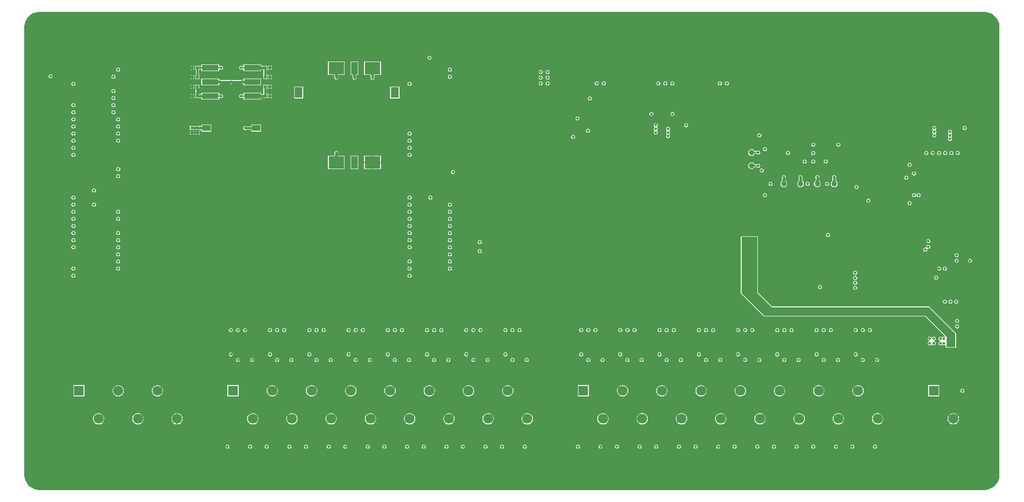
<source format=gbl>
G04*
G04 #@! TF.GenerationSoftware,Altium Limited,Altium Designer,20.0.13 (296)*
G04*
G04 Layer_Physical_Order=4*
G04 Layer_Color=16711680*
%FSLAX25Y25*%
%MOIN*%
G70*
G01*
G75*
%ADD10C,0.00787*%
%ADD14C,0.01575*%
%ADD38R,0.02047X0.01850*%
%ADD48R,0.01850X0.02047*%
%ADD97C,0.02953*%
%ADD100C,0.01181*%
%ADD101C,0.07087*%
%ADD102R,0.07087X0.07087*%
%ADD103C,0.19685*%
%ADD104C,0.01968*%
%ADD106C,0.03937*%
%ADD107R,0.11811X0.03937*%
%ADD108R,0.05906X0.04331*%
%ADD109R,0.05709X0.07677*%
%ADD110R,0.11024X0.08661*%
%ADD111R,0.04724X0.08661*%
%ADD112C,0.01500*%
G36*
X665499Y325583D02*
X666867Y325217D01*
X668176Y324674D01*
X669403Y323966D01*
X670527Y323104D01*
X671529Y322102D01*
X672391Y320978D01*
X673100Y319751D01*
X673642Y318442D01*
X674009Y317074D01*
X674193Y315669D01*
Y314961D01*
Y0D01*
Y-708D01*
X674008Y-2113D01*
X673642Y-3481D01*
X673100Y-4790D01*
X672391Y-6017D01*
X671529Y-7141D01*
X670527Y-8143D01*
X669403Y-9005D01*
X668176Y-9714D01*
X666867Y-10256D01*
X665499Y-10623D01*
X664094Y-10808D01*
X663386D01*
X0Y-10808D01*
X-708D01*
X-2113Y-10623D01*
X-3481Y-10256D01*
X-4790Y-9714D01*
X-6017Y-9005D01*
X-7141Y-8143D01*
X-8143Y-7141D01*
X-9005Y-6017D01*
X-9714Y-4790D01*
X-10256Y-3481D01*
X-10623Y-2113D01*
X-10808Y-708D01*
X-10808Y-0D01*
Y314961D01*
X-10808Y315669D01*
X-10623Y317074D01*
X-10256Y318442D01*
X-9714Y319751D01*
X-9005Y320978D01*
X-8143Y322102D01*
X-7141Y323104D01*
X-6017Y323966D01*
X-4790Y324674D01*
X-3481Y325217D01*
X-2113Y325583D01*
X-708Y325768D01*
X664094D01*
X665499Y325583D01*
D02*
G37*
%LPC*%
G36*
X273819Y294909D02*
X273281Y294802D01*
X272826Y294497D01*
X272521Y294042D01*
X272414Y293504D01*
X272521Y292966D01*
X272826Y292511D01*
X273281Y292206D01*
X273819Y292099D01*
X274357Y292206D01*
X274812Y292511D01*
X275117Y292966D01*
X275224Y293504D01*
X275117Y294042D01*
X274812Y294497D01*
X274357Y294802D01*
X273819Y294909D01*
D02*
G37*
G36*
X126035Y288862D02*
X113437D01*
Y287737D01*
X113431Y287726D01*
X113424Y287664D01*
X113424Y287662D01*
X113422Y287660D01*
X113407Y287646D01*
X113365Y287620D01*
X113290Y287590D01*
X113180Y287561D01*
X113038Y287537D01*
X112864Y287522D01*
X112675Y287517D01*
X112489Y287521D01*
X112369Y287528D01*
X111921Y287690D01*
Y287690D01*
X111921Y287690D01*
X111921Y287917D01*
X111515Y287938D01*
X111501Y287932D01*
X111453Y287933D01*
X111427Y287917D01*
X109283D01*
Y285588D01*
X109271Y285569D01*
X109278Y285525D01*
X109263Y285488D01*
X109283Y285083D01*
X109511D01*
Y285083D01*
X109511D01*
X109575Y284625D01*
X109583Y284514D01*
X109586Y284301D01*
X109599Y284271D01*
Y282068D01*
X109586Y282039D01*
X109576Y281709D01*
X109511Y281251D01*
X109511D01*
Y281251D01*
X109283D01*
X109263Y280845D01*
X109278Y280808D01*
X109271Y280764D01*
X109283Y280745D01*
Y278416D01*
X111921D01*
Y280745D01*
X111934Y280764D01*
X111927Y280808D01*
X111942Y280845D01*
X111921Y281251D01*
X111694D01*
Y281251D01*
X111694D01*
X111630Y281709D01*
X111622Y281819D01*
X111619Y282032D01*
X111606Y282063D01*
Y284265D01*
X111619Y284294D01*
X111631Y284707D01*
X111645Y284859D01*
X111664Y284986D01*
X111685Y285079D01*
X111686Y285083D01*
X111921D01*
Y285387D01*
X111956Y285403D01*
X112041Y285427D01*
X112153Y285449D01*
X112495Y285479D01*
X112675Y285483D01*
X112864Y285478D01*
X113038Y285463D01*
X113180Y285439D01*
X113290Y285410D01*
X113365Y285380D01*
X113407Y285354D01*
X113422Y285340D01*
X113424Y285338D01*
X113424Y285336D01*
X113431Y285274D01*
X113437Y285263D01*
Y284138D01*
X126035D01*
Y285201D01*
X126065Y285265D01*
X126081Y285291D01*
X126101Y285317D01*
X126106Y285322D01*
X126430Y285456D01*
X126535Y285477D01*
X126947Y285202D01*
X127484Y285095D01*
X128022Y285202D01*
X128478Y285507D01*
X128782Y285962D01*
X128889Y286500D01*
X128782Y287038D01*
X128478Y287493D01*
X128022Y287798D01*
X127484Y287905D01*
X126947Y287798D01*
X126535Y287523D01*
X126430Y287544D01*
X126106Y287678D01*
X126101Y287683D01*
X126081Y287709D01*
X126065Y287735D01*
X126035Y287799D01*
Y288862D01*
D02*
G37*
G36*
X155563D02*
X142965D01*
Y287799D01*
X142935Y287735D01*
X142919Y287709D01*
X142899Y287683D01*
X142894Y287678D01*
X142570Y287544D01*
X142465Y287523D01*
X142053Y287798D01*
X141516Y287905D01*
X140978Y287798D01*
X140522Y287493D01*
X140218Y287038D01*
X140111Y286500D01*
X140218Y285962D01*
X140522Y285507D01*
X140978Y285202D01*
X141516Y285095D01*
X142053Y285202D01*
X142465Y285477D01*
X142570Y285456D01*
X142894Y285322D01*
X142899Y285317D01*
X142919Y285291D01*
X142935Y285265D01*
X142965Y285201D01*
Y284138D01*
X155563D01*
Y284944D01*
X155569Y284955D01*
X155579Y285047D01*
X155589Y285077D01*
X155607Y285103D01*
X155645Y285138D01*
X155715Y285180D01*
X155825Y285225D01*
X155976Y285265D01*
X156166Y285297D01*
X156385Y285316D01*
X156504Y285314D01*
X156898Y285284D01*
X157035Y285265D01*
X157079Y285255D01*
Y285083D01*
X157172D01*
X157220Y284260D01*
X157221Y283986D01*
X157231Y283962D01*
Y282376D01*
X157222Y282353D01*
X157207Y281599D01*
X157183Y281263D01*
X157181Y281251D01*
X157079Y281251D01*
X157058Y280845D01*
X157079Y280796D01*
X157079Y280751D01*
Y278416D01*
X159716D01*
Y280751D01*
X159717Y280796D01*
X159737Y280845D01*
X159717Y281251D01*
X159624D01*
X159575Y282074D01*
X159574Y282347D01*
X159564Y282371D01*
Y283957D01*
X159574Y283980D01*
X159588Y284734D01*
X159613Y285070D01*
X159614Y285083D01*
X159717Y285083D01*
X159737Y285488D01*
X159717Y285538D01*
X159716Y285583D01*
Y287917D01*
X157610D01*
X157607Y287920D01*
X157585Y287917D01*
X157534Y287917D01*
X157484Y287938D01*
X157079Y287917D01*
Y287744D01*
X157049Y287738D01*
X156357Y287686D01*
X156166Y287703D01*
X155976Y287735D01*
X155825Y287775D01*
X155715Y287820D01*
X155645Y287862D01*
X155607Y287897D01*
X155589Y287923D01*
X155579Y287953D01*
X155569Y288045D01*
X155563Y288056D01*
Y288862D01*
D02*
G37*
G36*
X108535Y287917D02*
X107610D01*
Y286894D01*
X108535D01*
Y287917D01*
D02*
G37*
G36*
X106823D02*
X105898D01*
Y286894D01*
X106823D01*
Y287917D01*
D02*
G37*
G36*
X163102Y287917D02*
X162177D01*
Y286894D01*
X163102D01*
Y287917D01*
D02*
G37*
G36*
X161390D02*
X160465D01*
Y286894D01*
X161390D01*
Y287917D01*
D02*
G37*
G36*
X108535Y286106D02*
X107610D01*
Y285083D01*
X108535D01*
Y286106D01*
D02*
G37*
G36*
X106823D02*
X105898D01*
Y285083D01*
X106823D01*
Y286106D01*
D02*
G37*
G36*
X163102Y286106D02*
X162177D01*
Y285083D01*
X163102D01*
Y286106D01*
D02*
G37*
G36*
X161390D02*
X160465D01*
Y285083D01*
X161390D01*
Y286106D01*
D02*
G37*
G36*
X55118Y286543D02*
X54580Y286436D01*
X54125Y286131D01*
X53820Y285675D01*
X53713Y285138D01*
X53820Y284600D01*
X54125Y284144D01*
X54580Y283840D01*
X55118Y283733D01*
X55656Y283840D01*
X56112Y284144D01*
X56416Y284600D01*
X56523Y285138D01*
X56416Y285675D01*
X56112Y286131D01*
X55656Y286436D01*
X55118Y286543D01*
D02*
G37*
G36*
X288039Y286503D02*
X287501Y286397D01*
X287046Y286092D01*
X286741Y285636D01*
X286634Y285099D01*
X286741Y284561D01*
X287046Y284105D01*
X287501Y283801D01*
X288039Y283694D01*
X288577Y283801D01*
X289032Y284105D01*
X289337Y284561D01*
X289444Y285099D01*
X289337Y285636D01*
X289032Y286092D01*
X288577Y286397D01*
X288039Y286503D01*
D02*
G37*
G36*
X351870Y284870D02*
X351332Y284763D01*
X350877Y284458D01*
X350572Y284002D01*
X350465Y283465D01*
X350572Y282927D01*
X350877Y282471D01*
X351332Y282167D01*
X351870Y282060D01*
X352408Y282167D01*
X352864Y282471D01*
X353168Y282927D01*
X353275Y283465D01*
X353168Y284002D01*
X352864Y284458D01*
X352408Y284763D01*
X351870Y284870D01*
D02*
G37*
G36*
X356791Y284842D02*
X356254Y284735D01*
X355798Y284431D01*
X355493Y283975D01*
X355386Y283437D01*
X355493Y282899D01*
X355798Y282444D01*
X356254Y282139D01*
X356791Y282032D01*
X357329Y282139D01*
X357785Y282444D01*
X358089Y282899D01*
X358196Y283437D01*
X358089Y283975D01*
X357785Y284431D01*
X357329Y284735D01*
X356791Y284842D01*
D02*
G37*
G36*
X163102Y281251D02*
X162177D01*
Y280227D01*
X163102D01*
Y281251D01*
D02*
G37*
G36*
X108535Y281251D02*
X107610D01*
Y280227D01*
X108535D01*
Y281251D01*
D02*
G37*
G36*
X106823D02*
X105898D01*
Y280227D01*
X106823D01*
Y281251D01*
D02*
G37*
G36*
X161390Y281251D02*
X160465D01*
Y280227D01*
X161390D01*
Y281251D01*
D02*
G37*
G36*
X7597Y281782D02*
X7059Y281675D01*
X6603Y281370D01*
X6299Y280915D01*
X6192Y280377D01*
X6299Y279839D01*
X6603Y279384D01*
X7059Y279079D01*
X7597Y278972D01*
X8134Y279079D01*
X8590Y279384D01*
X8895Y279839D01*
X9002Y280377D01*
X8895Y280915D01*
X8590Y281370D01*
X8134Y281675D01*
X7597Y281782D01*
D02*
G37*
G36*
X288039Y281503D02*
X287501Y281397D01*
X287046Y281092D01*
X286741Y280636D01*
X286634Y280099D01*
X286741Y279561D01*
X287046Y279105D01*
X287501Y278801D01*
X288039Y278694D01*
X288577Y278801D01*
X289032Y279105D01*
X289337Y279561D01*
X289444Y280099D01*
X289337Y280636D01*
X289032Y281092D01*
X288577Y281397D01*
X288039Y281503D01*
D02*
G37*
G36*
X51819D02*
X51281Y281397D01*
X50825Y281092D01*
X50520Y280636D01*
X50414Y280099D01*
X50520Y279561D01*
X50825Y279105D01*
X51281Y278801D01*
X51819Y278694D01*
X52356Y278801D01*
X52812Y279105D01*
X53117Y279561D01*
X53223Y280099D01*
X53117Y280636D01*
X52812Y281092D01*
X52356Y281397D01*
X51819Y281503D01*
D02*
G37*
G36*
X163102Y279440D02*
X162177D01*
Y278416D01*
X163102D01*
Y279440D01*
D02*
G37*
G36*
X161390D02*
X160465D01*
Y278416D01*
X161390D01*
Y279440D01*
D02*
G37*
G36*
X108535D02*
X107610D01*
Y278416D01*
X108535D01*
Y279440D01*
D02*
G37*
G36*
X106823D02*
X105898D01*
Y278416D01*
X106823D01*
Y279440D01*
D02*
G37*
G36*
X351870Y280932D02*
X351332Y280826D01*
X350877Y280521D01*
X350572Y280065D01*
X350465Y279528D01*
X350572Y278990D01*
X350877Y278534D01*
X351332Y278230D01*
X351870Y278123D01*
X352408Y278230D01*
X352864Y278534D01*
X353168Y278990D01*
X353275Y279528D01*
X353168Y280065D01*
X352864Y280521D01*
X352408Y280826D01*
X351870Y280932D01*
D02*
G37*
G36*
X239661Y290728D02*
X227850D01*
Y281279D01*
X232125D01*
X232136Y281274D01*
X232236Y281263D01*
X232271Y281250D01*
X232303Y281229D01*
X232343Y281186D01*
X232390Y281109D01*
X232438Y280990D01*
X232481Y280830D01*
X232514Y280628D01*
X232535Y280388D01*
X232540Y280188D01*
X232458Y280065D01*
X232351Y279528D01*
X232458Y278990D01*
X232762Y278534D01*
X233218Y278230D01*
X233756Y278123D01*
X234294Y278230D01*
X234749Y278534D01*
X235054Y278990D01*
X235161Y279528D01*
X235054Y280065D01*
X234972Y280188D01*
X234977Y280388D01*
X234998Y280628D01*
X235031Y280830D01*
X235074Y280990D01*
X235122Y281109D01*
X235169Y281186D01*
X235208Y281229D01*
X235240Y281250D01*
X235276Y281263D01*
X235376Y281274D01*
X235387Y281279D01*
X239661D01*
Y290728D01*
D02*
G37*
G36*
X223756D02*
X218244D01*
Y281279D01*
X219369D01*
X219380Y281274D01*
X219480Y281263D01*
X219515Y281250D01*
X219547Y281229D01*
X219587Y281186D01*
X219634Y281109D01*
X219682Y280990D01*
X219725Y280830D01*
X219758Y280628D01*
X219779Y280388D01*
X219784Y280188D01*
X219702Y280065D01*
X219595Y279528D01*
X219702Y278990D01*
X220007Y278534D01*
X220462Y278230D01*
X221000Y278123D01*
X221538Y278230D01*
X221993Y278534D01*
X222298Y278990D01*
X222405Y279528D01*
X222298Y280065D01*
X222216Y280188D01*
X222221Y280388D01*
X222242Y280628D01*
X222275Y280830D01*
X222318Y280990D01*
X222366Y281109D01*
X222413Y281186D01*
X222452Y281229D01*
X222484Y281250D01*
X222520Y281263D01*
X222620Y281274D01*
X222631Y281279D01*
X223756D01*
Y290728D01*
D02*
G37*
G36*
X214150D02*
X202339D01*
Y281279D01*
X206613D01*
X206624Y281274D01*
X206724Y281263D01*
X206760Y281250D01*
X206791Y281229D01*
X206831Y281186D01*
X206878Y281109D01*
X206926Y280990D01*
X206969Y280830D01*
X207002Y280628D01*
X207023Y280388D01*
X207028Y280188D01*
X206946Y280065D01*
X206839Y279528D01*
X206946Y278990D01*
X207251Y278534D01*
X207706Y278230D01*
X208244Y278123D01*
X208782Y278230D01*
X209238Y278534D01*
X209542Y278990D01*
X209649Y279528D01*
X209542Y280065D01*
X209460Y280188D01*
X209465Y280388D01*
X209486Y280628D01*
X209519Y280830D01*
X209562Y280990D01*
X209610Y281109D01*
X209657Y281186D01*
X209697Y281229D01*
X209729Y281250D01*
X209765Y281263D01*
X209864Y281274D01*
X209875Y281279D01*
X214150D01*
Y290728D01*
D02*
G37*
G36*
X356791Y280905D02*
X356254Y280798D01*
X355798Y280494D01*
X355493Y280038D01*
X355386Y279500D01*
X355493Y278962D01*
X355798Y278507D01*
X356254Y278202D01*
X356791Y278095D01*
X357329Y278202D01*
X357785Y278507D01*
X358089Y278962D01*
X358196Y279500D01*
X358089Y280038D01*
X357785Y280494D01*
X357329Y280798D01*
X356791Y280905D01*
D02*
G37*
G36*
X155563Y278862D02*
X142965D01*
Y278131D01*
X142958Y278120D01*
X142948Y278020D01*
X142935Y277984D01*
X142914Y277953D01*
X142871Y277913D01*
X142794Y277866D01*
X142675Y277818D01*
X142515Y277775D01*
X142313Y277742D01*
X142073Y277721D01*
X141784Y277713D01*
X141764Y277704D01*
X135178D01*
X135038Y277798D01*
X134500Y277905D01*
X133962Y277798D01*
X133822Y277704D01*
X127236D01*
X127216Y277713D01*
X126927Y277721D01*
X126687Y277742D01*
X126485Y277775D01*
X126325Y277818D01*
X126206Y277866D01*
X126129Y277913D01*
X126086Y277953D01*
X126065Y277984D01*
X126052Y278020D01*
X126041Y278120D01*
X126035Y278131D01*
Y278862D01*
X113437D01*
Y274138D01*
X126035D01*
Y274869D01*
X126041Y274880D01*
X126052Y274980D01*
X126065Y275015D01*
X126086Y275047D01*
X126129Y275087D01*
X126206Y275134D01*
X126325Y275182D01*
X126485Y275225D01*
X126687Y275258D01*
X126927Y275279D01*
X127216Y275287D01*
X127236Y275296D01*
X133822D01*
X133962Y275202D01*
X134500Y275095D01*
X135038Y275202D01*
X135178Y275296D01*
X141764D01*
X141784Y275287D01*
X142073Y275279D01*
X142313Y275258D01*
X142515Y275225D01*
X142675Y275182D01*
X142794Y275134D01*
X142871Y275087D01*
X142914Y275047D01*
X142935Y275015D01*
X142948Y274980D01*
X142958Y274880D01*
X142965Y274869D01*
Y274138D01*
X155563D01*
Y278862D01*
D02*
G37*
G36*
X482776Y276870D02*
X482238Y276763D01*
X481782Y276458D01*
X481478Y276002D01*
X481371Y275465D01*
X481478Y274927D01*
X481782Y274471D01*
X482238Y274167D01*
X482776Y274060D01*
X483313Y274167D01*
X483769Y274471D01*
X484074Y274927D01*
X484180Y275465D01*
X484074Y276002D01*
X483769Y276458D01*
X483313Y276763D01*
X482776Y276870D01*
D02*
G37*
G36*
X477854D02*
X477317Y276763D01*
X476861Y276458D01*
X476556Y276002D01*
X476449Y275465D01*
X476556Y274927D01*
X476861Y274471D01*
X477317Y274167D01*
X477854Y274060D01*
X478392Y274167D01*
X478848Y274471D01*
X479152Y274927D01*
X479259Y275465D01*
X479152Y276002D01*
X478848Y276458D01*
X478392Y276763D01*
X477854Y276870D01*
D02*
G37*
G36*
X444390D02*
X443852Y276763D01*
X443396Y276458D01*
X443092Y276002D01*
X442985Y275465D01*
X443092Y274927D01*
X443396Y274471D01*
X443852Y274167D01*
X444390Y274060D01*
X444927Y274167D01*
X445383Y274471D01*
X445688Y274927D01*
X445795Y275465D01*
X445688Y276002D01*
X445383Y276458D01*
X444927Y276763D01*
X444390Y276870D01*
D02*
G37*
G36*
X439468D02*
X438931Y276763D01*
X438475Y276458D01*
X438170Y276002D01*
X438064Y275465D01*
X438170Y274927D01*
X438475Y274471D01*
X438931Y274167D01*
X439468Y274060D01*
X440006Y274167D01*
X440462Y274471D01*
X440766Y274927D01*
X440873Y275465D01*
X440766Y276002D01*
X440462Y276458D01*
X440006Y276763D01*
X439468Y276870D01*
D02*
G37*
G36*
X434547D02*
X434010Y276763D01*
X433554Y276458D01*
X433249Y276002D01*
X433142Y275465D01*
X433249Y274927D01*
X433554Y274471D01*
X434010Y274167D01*
X434547Y274060D01*
X435085Y274167D01*
X435541Y274471D01*
X435845Y274927D01*
X435952Y275465D01*
X435845Y276002D01*
X435541Y276458D01*
X435085Y276763D01*
X434547Y276870D01*
D02*
G37*
G36*
X396161D02*
X395624Y276763D01*
X395168Y276458D01*
X394863Y276002D01*
X394757Y275465D01*
X394863Y274927D01*
X395168Y274471D01*
X395624Y274167D01*
X396161Y274060D01*
X396699Y274167D01*
X397155Y274471D01*
X397459Y274927D01*
X397566Y275465D01*
X397459Y276002D01*
X397155Y276458D01*
X396699Y276763D01*
X396161Y276870D01*
D02*
G37*
G36*
X391240D02*
X390703Y276763D01*
X390247Y276458D01*
X389942Y276002D01*
X389835Y275465D01*
X389942Y274927D01*
X390247Y274471D01*
X390703Y274167D01*
X391240Y274060D01*
X391778Y274167D01*
X392234Y274471D01*
X392538Y274927D01*
X392645Y275465D01*
X392538Y276002D01*
X392234Y276458D01*
X391778Y276763D01*
X391240Y276870D01*
D02*
G37*
G36*
X356791D02*
X356254Y276763D01*
X355798Y276458D01*
X355493Y276002D01*
X355386Y275465D01*
X355493Y274927D01*
X355798Y274471D01*
X356254Y274167D01*
X356791Y274060D01*
X357329Y274167D01*
X357785Y274471D01*
X358089Y274927D01*
X358196Y275465D01*
X358089Y276002D01*
X357785Y276458D01*
X357329Y276763D01*
X356791Y276870D01*
D02*
G37*
G36*
X351870D02*
X351332Y276763D01*
X350877Y276458D01*
X350572Y276002D01*
X350465Y275465D01*
X350572Y274927D01*
X350877Y274471D01*
X351332Y274167D01*
X351870Y274060D01*
X352408Y274167D01*
X352864Y274471D01*
X353168Y274927D01*
X353275Y275465D01*
X353168Y276002D01*
X352864Y276458D01*
X352408Y276763D01*
X351870Y276870D01*
D02*
G37*
G36*
X259842Y276503D02*
X259305Y276396D01*
X258849Y276092D01*
X258544Y275636D01*
X258438Y275098D01*
X258544Y274561D01*
X258849Y274105D01*
X259305Y273800D01*
X259842Y273693D01*
X260380Y273800D01*
X260836Y274105D01*
X261140Y274561D01*
X261247Y275098D01*
X261140Y275636D01*
X260836Y276092D01*
X260380Y276396D01*
X259842Y276503D01*
D02*
G37*
G36*
X23622D02*
X23084Y276396D01*
X22629Y276092D01*
X22324Y275636D01*
X22217Y275098D01*
X22324Y274561D01*
X22629Y274105D01*
X23084Y273800D01*
X23622Y273693D01*
X24160Y273800D01*
X24615Y274105D01*
X24920Y274561D01*
X25027Y275098D01*
X24920Y275636D01*
X24615Y276092D01*
X24160Y276396D01*
X23622Y276503D01*
D02*
G37*
G36*
X163102Y274584D02*
X162177D01*
Y273560D01*
X163102D01*
Y274584D01*
D02*
G37*
G36*
X108535Y274584D02*
X107610D01*
Y273560D01*
X108535D01*
Y274584D01*
D02*
G37*
G36*
X106823D02*
X105898D01*
Y273560D01*
X106823D01*
Y274584D01*
D02*
G37*
G36*
X161390Y274584D02*
X160465D01*
Y273560D01*
X161390D01*
Y274584D01*
D02*
G37*
G36*
X163102Y272773D02*
X162177D01*
Y271749D01*
X163102D01*
Y272773D01*
D02*
G37*
G36*
X161390D02*
X160465D01*
Y271749D01*
X161390D01*
Y272773D01*
D02*
G37*
G36*
X108535D02*
X107610D01*
Y271749D01*
X108535D01*
Y272773D01*
D02*
G37*
G36*
X106823D02*
X105898D01*
Y271749D01*
X106823D01*
Y272773D01*
D02*
G37*
G36*
X51819Y271503D02*
X51281Y271396D01*
X50825Y271092D01*
X50520Y270636D01*
X50414Y270098D01*
X50520Y269561D01*
X50825Y269105D01*
X51281Y268800D01*
X51819Y268693D01*
X52356Y268800D01*
X52812Y269105D01*
X53117Y269561D01*
X53223Y270098D01*
X53117Y270636D01*
X52812Y271092D01*
X52356Y271396D01*
X51819Y271503D01*
D02*
G37*
G36*
X159716Y274584D02*
X157079D01*
Y272249D01*
X157079Y272204D01*
X157058Y272155D01*
X157079Y271749D01*
X157172D01*
X157220Y270926D01*
X157221Y270653D01*
X157231Y270629D01*
Y269043D01*
X157222Y269020D01*
X157207Y268266D01*
X157183Y267930D01*
X157181Y267917D01*
X157079D01*
Y267745D01*
X157049Y267738D01*
X156357Y267686D01*
X156166Y267703D01*
X155976Y267735D01*
X155825Y267775D01*
X155715Y267819D01*
X155645Y267862D01*
X155607Y267897D01*
X155589Y267923D01*
X155579Y267953D01*
X155569Y268045D01*
X155563Y268056D01*
Y268862D01*
X142965D01*
Y267799D01*
X142935Y267735D01*
X142919Y267709D01*
X142899Y267683D01*
X142894Y267678D01*
X142570Y267544D01*
X142465Y267523D01*
X142053Y267798D01*
X141516Y267905D01*
X140978Y267798D01*
X140522Y267493D01*
X140218Y267038D01*
X140111Y266500D01*
X140218Y265962D01*
X140522Y265507D01*
X140978Y265202D01*
X141516Y265095D01*
X142053Y265202D01*
X142465Y265477D01*
X142570Y265456D01*
X142894Y265322D01*
X142899Y265317D01*
X142919Y265291D01*
X142935Y265265D01*
X142965Y265201D01*
Y264138D01*
X155563D01*
Y264944D01*
X155569Y264955D01*
X155579Y265047D01*
X155589Y265077D01*
X155607Y265103D01*
X155645Y265138D01*
X155715Y265180D01*
X155825Y265225D01*
X155976Y265265D01*
X156166Y265297D01*
X156385Y265316D01*
X156504Y265314D01*
X156898Y265284D01*
X157035Y265265D01*
X157079Y265255D01*
X157079Y265083D01*
X157484Y265062D01*
X157534Y265083D01*
X157585Y265083D01*
X157608Y265080D01*
X157610Y265083D01*
X159716D01*
Y267417D01*
X159717Y267462D01*
X159737Y267512D01*
X159717Y267917D01*
X159624D01*
X159575Y268740D01*
X159574Y269014D01*
X159564Y269038D01*
Y270624D01*
X159574Y270647D01*
X159588Y271401D01*
X159613Y271737D01*
X159614Y271749D01*
X159717Y271749D01*
X159737Y272155D01*
X159717Y272204D01*
X159716Y272249D01*
Y274584D01*
D02*
G37*
G36*
X108535Y267917D02*
X107610D01*
Y266894D01*
X108535D01*
Y267917D01*
D02*
G37*
G36*
X163102Y267917D02*
X162177D01*
Y266894D01*
X163102D01*
Y267917D01*
D02*
G37*
G36*
X161390D02*
X160465D01*
Y266894D01*
X161390D01*
Y267917D01*
D02*
G37*
G36*
X106823Y267917D02*
X105898D01*
Y266894D01*
X106823D01*
Y267917D01*
D02*
G37*
G36*
X111921Y274584D02*
X109283D01*
Y272249D01*
X109283Y272204D01*
X109263Y272155D01*
X109283Y271749D01*
X109376D01*
X109425Y270926D01*
X109426Y270653D01*
X109436Y270629D01*
Y269043D01*
X109426Y269020D01*
X109412Y268266D01*
X109388Y267930D01*
X109386Y267917D01*
X109283Y267917D01*
X109263Y267512D01*
X109283Y267462D01*
X109283Y267417D01*
Y265083D01*
X111390D01*
X111392Y265080D01*
X111415Y265083D01*
X111466Y265083D01*
X111515Y265062D01*
X111921Y265083D01*
Y265255D01*
X111951Y265262D01*
X112644Y265314D01*
X112834Y265297D01*
X113024Y265265D01*
X113175Y265225D01*
X113285Y265180D01*
X113355Y265138D01*
X113393Y265103D01*
X113411Y265077D01*
X113421Y265047D01*
X113431Y264955D01*
X113437Y264944D01*
Y264138D01*
X126035D01*
Y265201D01*
X126065Y265265D01*
X126081Y265291D01*
X126101Y265317D01*
X126106Y265322D01*
X126430Y265456D01*
X126535Y265477D01*
X126947Y265202D01*
X127484Y265095D01*
X128022Y265202D01*
X128478Y265507D01*
X128782Y265962D01*
X128889Y266500D01*
X128782Y267038D01*
X128478Y267493D01*
X128022Y267798D01*
X127484Y267905D01*
X126947Y267798D01*
X126535Y267523D01*
X126430Y267544D01*
X126106Y267678D01*
X126101Y267683D01*
X126081Y267709D01*
X126065Y267735D01*
X126035Y267799D01*
Y268862D01*
X113437D01*
Y268056D01*
X113431Y268045D01*
X113421Y267953D01*
X113411Y267923D01*
X113393Y267897D01*
X113355Y267862D01*
X113285Y267820D01*
X113175Y267775D01*
X113024Y267735D01*
X112834Y267703D01*
X112615Y267684D01*
X112496Y267686D01*
X112102Y267716D01*
X111965Y267735D01*
X111921Y267745D01*
Y267917D01*
X111828D01*
X111780Y268740D01*
X111778Y269014D01*
X111768Y269038D01*
Y270624D01*
X111778Y270647D01*
X111793Y271401D01*
X111817Y271737D01*
X111819Y271749D01*
X111921Y271749D01*
X111942Y272155D01*
X111921Y272204D01*
X111921Y272249D01*
Y274584D01*
D02*
G37*
G36*
X108535Y266106D02*
X107610D01*
Y265083D01*
X108535D01*
Y266106D01*
D02*
G37*
G36*
X106823D02*
X105898D01*
Y265083D01*
X106823D01*
Y266106D01*
D02*
G37*
G36*
X163102D02*
X162177D01*
Y265083D01*
X163102D01*
Y266106D01*
D02*
G37*
G36*
X161390D02*
X160465D01*
Y265083D01*
X161390D01*
Y266106D01*
D02*
G37*
G36*
X252673Y273189D02*
X246177D01*
Y264724D01*
X252673D01*
Y273189D01*
D02*
G37*
G36*
X185114D02*
X178618D01*
Y264724D01*
X185114D01*
Y273189D01*
D02*
G37*
G36*
X51819Y266503D02*
X51281Y266396D01*
X50825Y266092D01*
X50520Y265636D01*
X50414Y265099D01*
X50520Y264561D01*
X50825Y264105D01*
X51281Y263801D01*
X51819Y263693D01*
X52356Y263801D01*
X52812Y264105D01*
X53117Y264561D01*
X53223Y265099D01*
X53117Y265636D01*
X52812Y266092D01*
X52356Y266396D01*
X51819Y266503D01*
D02*
G37*
G36*
X386319Y266118D02*
X385781Y266011D01*
X385326Y265706D01*
X385021Y265250D01*
X384914Y264713D01*
X385021Y264175D01*
X385326Y263719D01*
X385781Y263415D01*
X386319Y263308D01*
X386857Y263415D01*
X387312Y263719D01*
X387617Y264175D01*
X387724Y264713D01*
X387617Y265250D01*
X387312Y265706D01*
X386857Y266011D01*
X386319Y266118D01*
D02*
G37*
G36*
X51819Y261503D02*
X51281Y261397D01*
X50825Y261092D01*
X50520Y260636D01*
X50414Y260099D01*
X50520Y259561D01*
X50825Y259105D01*
X51281Y258801D01*
X51819Y258694D01*
X52356Y258801D01*
X52812Y259105D01*
X53117Y259561D01*
X53223Y260099D01*
X53117Y260636D01*
X52812Y261092D01*
X52356Y261397D01*
X51819Y261503D01*
D02*
G37*
G36*
X23622D02*
X23084Y261397D01*
X22629Y261092D01*
X22324Y260636D01*
X22217Y260099D01*
X22324Y259561D01*
X22629Y259105D01*
X23084Y258801D01*
X23622Y258694D01*
X24160Y258801D01*
X24615Y259105D01*
X24920Y259561D01*
X25027Y260099D01*
X24920Y260636D01*
X24615Y261092D01*
X24160Y261397D01*
X23622Y261503D01*
D02*
G37*
G36*
X51819Y256503D02*
X51281Y256397D01*
X50825Y256092D01*
X50520Y255636D01*
X50414Y255099D01*
X50520Y254561D01*
X50825Y254105D01*
X51281Y253801D01*
X51819Y253694D01*
X52356Y253801D01*
X52812Y254105D01*
X53117Y254561D01*
X53223Y255099D01*
X53117Y255636D01*
X52812Y256092D01*
X52356Y256397D01*
X51819Y256503D01*
D02*
G37*
G36*
X23622D02*
X23084Y256397D01*
X22629Y256092D01*
X22324Y255636D01*
X22217Y255099D01*
X22324Y254561D01*
X22629Y254105D01*
X23084Y253801D01*
X23622Y253694D01*
X24160Y253801D01*
X24615Y254105D01*
X24920Y254561D01*
X25027Y255099D01*
X24920Y255636D01*
X24615Y256092D01*
X24160Y256397D01*
X23622Y256503D01*
D02*
G37*
G36*
X444390Y255342D02*
X443852Y255235D01*
X443396Y254930D01*
X443092Y254475D01*
X442985Y253937D01*
X443092Y253399D01*
X443396Y252944D01*
X443852Y252639D01*
X444390Y252532D01*
X444927Y252639D01*
X445383Y252944D01*
X445688Y253399D01*
X445795Y253937D01*
X445688Y254475D01*
X445383Y254930D01*
X444927Y255235D01*
X444390Y255342D01*
D02*
G37*
G36*
X429626D02*
X429088Y255235D01*
X428632Y254930D01*
X428328Y254475D01*
X428221Y253937D01*
X428328Y253399D01*
X428632Y252944D01*
X429088Y252639D01*
X429626Y252532D01*
X430164Y252639D01*
X430619Y252944D01*
X430924Y253399D01*
X431031Y253937D01*
X430924Y254475D01*
X430619Y254930D01*
X430164Y255235D01*
X429626Y255342D01*
D02*
G37*
G36*
X377658Y252248D02*
X377120Y252140D01*
X376664Y251836D01*
X376360Y251380D01*
X376253Y250842D01*
X376360Y250305D01*
X376664Y249849D01*
X377120Y249545D01*
X377658Y249438D01*
X378195Y249545D01*
X378651Y249849D01*
X378956Y250305D01*
X379062Y250842D01*
X378956Y251380D01*
X378651Y251836D01*
X378195Y252140D01*
X377658Y252248D01*
D02*
G37*
G36*
X55118Y251503D02*
X54580Y251396D01*
X54125Y251092D01*
X53820Y250636D01*
X53713Y250098D01*
X53820Y249561D01*
X54125Y249105D01*
X54580Y248800D01*
X55118Y248693D01*
X55656Y248800D01*
X56112Y249105D01*
X56416Y249561D01*
X56523Y250098D01*
X56416Y250636D01*
X56112Y251092D01*
X55656Y251396D01*
X55118Y251503D01*
D02*
G37*
G36*
X23622D02*
X23084Y251396D01*
X22629Y251092D01*
X22324Y250636D01*
X22217Y250098D01*
X22324Y249561D01*
X22629Y249105D01*
X23084Y248800D01*
X23622Y248693D01*
X24160Y248800D01*
X24615Y249105D01*
X24920Y249561D01*
X25027Y250098D01*
X24920Y250636D01*
X24615Y251092D01*
X24160Y251396D01*
X23622Y251503D01*
D02*
G37*
G36*
X120327Y246559D02*
X113634D01*
Y245784D01*
X113134Y245377D01*
X112992Y245405D01*
X112777Y245362D01*
X112295Y245319D01*
X111890Y245339D01*
X111840Y245319D01*
X109961D01*
X109916Y245319D01*
X109866Y245339D01*
X109461Y245319D01*
Y245226D01*
X108847Y245190D01*
X108358Y245268D01*
X108358Y245319D01*
X107953Y245339D01*
X107903Y245319D01*
X107858Y245319D01*
X105524D01*
Y242681D01*
X107858D01*
X107903Y242681D01*
X107953Y242661D01*
X108358Y242681D01*
Y242774D01*
X108972Y242810D01*
X109461Y242733D01*
X109461Y242681D01*
X109866Y242661D01*
X109916Y242681D01*
X109961Y242681D01*
X111840D01*
X111890Y242661D01*
X112295Y242681D01*
X112777Y242638D01*
X112992Y242595D01*
X113134Y242623D01*
X113634Y242216D01*
Y241441D01*
X120327D01*
Y246559D01*
D02*
G37*
G36*
X155366D02*
X148673D01*
Y245631D01*
X148667Y245620D01*
X148657Y245520D01*
X148644Y245484D01*
X148622Y245453D01*
X148580Y245413D01*
X148502Y245366D01*
X148384Y245318D01*
X148223Y245275D01*
X148022Y245242D01*
X147781Y245221D01*
X147493Y245213D01*
X147473Y245204D01*
X144949D01*
X144809Y245298D01*
X144272Y245405D01*
X143734Y245298D01*
X143278Y244993D01*
X142973Y244538D01*
X142867Y244000D01*
X142973Y243462D01*
X143278Y243007D01*
X143734Y242702D01*
X144272Y242595D01*
X144809Y242702D01*
X144949Y242796D01*
X147473D01*
X147493Y242787D01*
X147781Y242779D01*
X148022Y242758D01*
X148223Y242725D01*
X148384Y242682D01*
X148502Y242634D01*
X148580Y242587D01*
X148622Y242547D01*
X148644Y242515D01*
X148657Y242480D01*
X148667Y242380D01*
X148673Y242369D01*
Y241441D01*
X155366D01*
Y246559D01*
D02*
G37*
G36*
X454035Y247370D02*
X453498Y247263D01*
X453042Y246958D01*
X452737Y246502D01*
X452631Y245965D01*
X452737Y245427D01*
X453042Y244971D01*
X453498Y244667D01*
X454035Y244560D01*
X454573Y244667D01*
X455029Y244971D01*
X455333Y245427D01*
X455440Y245965D01*
X455333Y246502D01*
X455029Y246958D01*
X454573Y247263D01*
X454035Y247370D01*
D02*
G37*
G36*
X55118Y246503D02*
X54580Y246396D01*
X54125Y246092D01*
X53820Y245636D01*
X53713Y245098D01*
X53820Y244561D01*
X54125Y244105D01*
X54580Y243800D01*
X55118Y243693D01*
X55656Y243800D01*
X56112Y244105D01*
X56416Y244561D01*
X56523Y245098D01*
X56416Y245636D01*
X56112Y246092D01*
X55656Y246396D01*
X55118Y246503D01*
D02*
G37*
G36*
X23622D02*
X23084Y246396D01*
X22629Y246092D01*
X22324Y245636D01*
X22217Y245098D01*
X22324Y244561D01*
X22629Y244105D01*
X23084Y243800D01*
X23622Y243693D01*
X24160Y243800D01*
X24615Y244105D01*
X24920Y244561D01*
X25027Y245098D01*
X24920Y245636D01*
X24615Y246092D01*
X24160Y246396D01*
X23622Y246503D01*
D02*
G37*
G36*
X649606Y245401D02*
X649069Y245294D01*
X648613Y244989D01*
X648308Y244534D01*
X648201Y243996D01*
X648308Y243458D01*
X648613Y243003D01*
X649069Y242698D01*
X649606Y242591D01*
X650144Y242698D01*
X650600Y243003D01*
X650904Y243458D01*
X651011Y243996D01*
X650904Y244534D01*
X650600Y244989D01*
X650144Y245294D01*
X649606Y245401D01*
D02*
G37*
G36*
X108358Y241933D02*
X107335D01*
Y241008D01*
X108358D01*
Y241933D01*
D02*
G37*
G36*
X106547D02*
X105524D01*
Y241008D01*
X106547D01*
Y241933D01*
D02*
G37*
G36*
X112295D02*
X111272D01*
Y241008D01*
X112295D01*
Y241933D01*
D02*
G37*
G36*
X110484D02*
X109461D01*
Y241008D01*
X110484D01*
Y241933D01*
D02*
G37*
G36*
X385138Y243531D02*
X384600Y243424D01*
X384144Y243119D01*
X383840Y242664D01*
X383733Y242126D01*
X383840Y241588D01*
X384144Y241132D01*
X384600Y240828D01*
X385138Y240721D01*
X385676Y240828D01*
X386131Y241132D01*
X386436Y241588D01*
X386543Y242126D01*
X386436Y242664D01*
X386131Y243119D01*
X385676Y243424D01*
X385138Y243531D01*
D02*
G37*
G36*
X432677Y247370D02*
X432139Y247263D01*
X431684Y246958D01*
X431379Y246502D01*
X431272Y245965D01*
X431379Y245427D01*
X431670Y244991D01*
X431738Y244859D01*
Y244511D01*
X431670Y244379D01*
X431379Y243943D01*
X431272Y243406D01*
X431379Y242868D01*
X431670Y242432D01*
X431738Y242300D01*
Y241952D01*
X431670Y241820D01*
X431379Y241384D01*
X431272Y240846D01*
X431379Y240309D01*
X431684Y239853D01*
X432139Y239548D01*
X432677Y239441D01*
X433215Y239548D01*
X433671Y239853D01*
X433975Y240309D01*
X434082Y240846D01*
X433975Y241384D01*
X433684Y241820D01*
X433617Y241952D01*
Y242300D01*
X433684Y242432D01*
X433975Y242868D01*
X434082Y243406D01*
X433975Y243943D01*
X433684Y244379D01*
X433617Y244511D01*
Y244859D01*
X433684Y244991D01*
X433975Y245427D01*
X434082Y245965D01*
X433975Y246502D01*
X433671Y246958D01*
X433215Y247263D01*
X432677Y247370D01*
D02*
G37*
G36*
X112295Y240220D02*
X111272D01*
Y239295D01*
X112295D01*
Y240220D01*
D02*
G37*
G36*
X110484D02*
X109461D01*
Y239295D01*
X110484D01*
Y240220D01*
D02*
G37*
G36*
X108358Y240220D02*
X107335D01*
Y239295D01*
X108358D01*
Y240220D01*
D02*
G37*
G36*
X106547D02*
X105524D01*
Y239295D01*
X106547D01*
Y240220D01*
D02*
G37*
G36*
X259842Y241503D02*
X259305Y241396D01*
X258849Y241092D01*
X258544Y240636D01*
X258438Y240099D01*
X258544Y239561D01*
X258849Y239105D01*
X259305Y238801D01*
X259842Y238693D01*
X260380Y238801D01*
X260836Y239105D01*
X261140Y239561D01*
X261247Y240099D01*
X261140Y240636D01*
X260836Y241092D01*
X260380Y241396D01*
X259842Y241503D01*
D02*
G37*
G36*
X55118D02*
X54580Y241396D01*
X54125Y241092D01*
X53820Y240636D01*
X53713Y240099D01*
X53820Y239561D01*
X54125Y239105D01*
X54580Y238801D01*
X55118Y238693D01*
X55656Y238801D01*
X56112Y239105D01*
X56416Y239561D01*
X56523Y240099D01*
X56416Y240636D01*
X56112Y241092D01*
X55656Y241396D01*
X55118Y241503D01*
D02*
G37*
G36*
X23622D02*
X23084Y241396D01*
X22629Y241092D01*
X22324Y240636D01*
X22217Y240099D01*
X22324Y239561D01*
X22629Y239105D01*
X23084Y238801D01*
X23622Y238693D01*
X24160Y238801D01*
X24615Y239105D01*
X24920Y239561D01*
X25027Y240099D01*
X24920Y240636D01*
X24615Y241092D01*
X24160Y241396D01*
X23622Y241503D01*
D02*
G37*
G36*
X505512Y240303D02*
X504974Y240196D01*
X504518Y239891D01*
X504214Y239435D01*
X504107Y238898D01*
X504214Y238360D01*
X504518Y237904D01*
X504974Y237600D01*
X505512Y237493D01*
X506049Y237600D01*
X506505Y237904D01*
X506810Y238360D01*
X506917Y238898D01*
X506810Y239435D01*
X506505Y239891D01*
X506049Y240196D01*
X505512Y240303D01*
D02*
G37*
G36*
X628346Y245401D02*
X627809Y245294D01*
X627353Y244989D01*
X627048Y244534D01*
X626941Y243996D01*
X627048Y243458D01*
X627340Y243023D01*
X627407Y242891D01*
Y242542D01*
X627340Y242410D01*
X627048Y241975D01*
X626941Y241437D01*
X627048Y240899D01*
X627340Y240464D01*
X627407Y240332D01*
Y239983D01*
X627340Y239851D01*
X627048Y239416D01*
X626941Y238878D01*
X627048Y238340D01*
X627353Y237884D01*
X627809Y237580D01*
X628346Y237473D01*
X628884Y237580D01*
X629340Y237884D01*
X629644Y238340D01*
X629751Y238878D01*
X629644Y239416D01*
X629353Y239851D01*
X629286Y239983D01*
Y240332D01*
X629353Y240464D01*
X629644Y240899D01*
X629751Y241437D01*
X629644Y241975D01*
X629353Y242410D01*
X629286Y242542D01*
Y242891D01*
X629353Y243023D01*
X629644Y243458D01*
X629751Y243996D01*
X629644Y244534D01*
X629340Y244989D01*
X628884Y245294D01*
X628346Y245401D01*
D02*
G37*
G36*
X441339Y244811D02*
X440801Y244704D01*
X440345Y244399D01*
X440041Y243943D01*
X439934Y243406D01*
X440041Y242868D01*
X440345Y242412D01*
X440399Y242376D01*
Y241876D01*
X440345Y241840D01*
X440041Y241384D01*
X439934Y240846D01*
X440041Y240309D01*
X440332Y239873D01*
X440399Y239741D01*
Y239393D01*
X440332Y239261D01*
X440041Y238825D01*
X439934Y238287D01*
X440041Y237750D01*
X440345Y237294D01*
X440801Y236989D01*
X441339Y236882D01*
X441876Y236989D01*
X442332Y237294D01*
X442637Y237750D01*
X442743Y238287D01*
X442637Y238825D01*
X442346Y239261D01*
X442278Y239393D01*
Y239741D01*
X442346Y239873D01*
X442637Y240309D01*
X442743Y240846D01*
X442637Y241384D01*
X442332Y241840D01*
X442278Y241876D01*
Y242376D01*
X442332Y242412D01*
X442637Y242868D01*
X442743Y243406D01*
X442637Y243943D01*
X442332Y244399D01*
X441876Y244704D01*
X441339Y244811D01*
D02*
G37*
G36*
X374606Y239200D02*
X374069Y239093D01*
X373613Y238789D01*
X373308Y238333D01*
X373201Y237795D01*
X373308Y237258D01*
X373613Y236802D01*
X374069Y236497D01*
X374606Y236390D01*
X375144Y236497D01*
X375600Y236802D01*
X375904Y237258D01*
X376011Y237795D01*
X375904Y238333D01*
X375600Y238789D01*
X375144Y239093D01*
X374606Y239200D01*
D02*
G37*
G36*
X639370Y242842D02*
X638832Y242735D01*
X638377Y242430D01*
X638072Y241975D01*
X637965Y241437D01*
X638072Y240899D01*
X638363Y240464D01*
X638431Y240332D01*
Y239983D01*
X638363Y239851D01*
X638072Y239416D01*
X637965Y238878D01*
X638072Y238340D01*
X638363Y237905D01*
X638431Y237773D01*
Y237424D01*
X638363Y237292D01*
X638072Y236857D01*
X637965Y236319D01*
X638072Y235781D01*
X638377Y235326D01*
X638832Y235021D01*
X639370Y234914D01*
X639908Y235021D01*
X640364Y235326D01*
X640668Y235781D01*
X640775Y236319D01*
X640668Y236857D01*
X640377Y237292D01*
X640309Y237424D01*
Y237773D01*
X640377Y237905D01*
X640668Y238340D01*
X640775Y238878D01*
X640668Y239416D01*
X640377Y239851D01*
X640309Y239983D01*
Y240332D01*
X640377Y240464D01*
X640668Y240899D01*
X640775Y241437D01*
X640668Y241975D01*
X640364Y242430D01*
X639908Y242735D01*
X639370Y242842D01*
D02*
G37*
G36*
X259842Y236503D02*
X259305Y236397D01*
X258849Y236092D01*
X258544Y235636D01*
X258438Y235099D01*
X258544Y234561D01*
X258849Y234105D01*
X259305Y233801D01*
X259842Y233694D01*
X260380Y233801D01*
X260836Y234105D01*
X261140Y234561D01*
X261247Y235099D01*
X261140Y235636D01*
X260836Y236092D01*
X260380Y236397D01*
X259842Y236503D01*
D02*
G37*
G36*
X55118D02*
X54580Y236397D01*
X54125Y236092D01*
X53820Y235636D01*
X53713Y235099D01*
X53820Y234561D01*
X54125Y234105D01*
X54580Y233801D01*
X55118Y233694D01*
X55656Y233801D01*
X56112Y234105D01*
X56416Y234561D01*
X56523Y235099D01*
X56416Y235636D01*
X56112Y236092D01*
X55656Y236397D01*
X55118Y236503D01*
D02*
G37*
G36*
X23622D02*
X23084Y236397D01*
X22629Y236092D01*
X22324Y235636D01*
X22217Y235099D01*
X22324Y234561D01*
X22629Y234105D01*
X23084Y233801D01*
X23622Y233694D01*
X24160Y233801D01*
X24615Y234105D01*
X24920Y234561D01*
X25027Y235099D01*
X24920Y235636D01*
X24615Y236092D01*
X24160Y236397D01*
X23622Y236503D01*
D02*
G37*
G36*
X561024Y233688D02*
X560486Y233581D01*
X560030Y233277D01*
X559726Y232821D01*
X559619Y232283D01*
X559726Y231746D01*
X560030Y231290D01*
X560486Y230985D01*
X561024Y230878D01*
X561561Y230985D01*
X562017Y231290D01*
X562322Y231746D01*
X562429Y232283D01*
X562322Y232821D01*
X562017Y233277D01*
X561561Y233581D01*
X561024Y233688D01*
D02*
G37*
G36*
X543307D02*
X542769Y233581D01*
X542314Y233277D01*
X542009Y232821D01*
X541902Y232283D01*
X542009Y231746D01*
X542314Y231290D01*
X542769Y230985D01*
X543307Y230878D01*
X543845Y230985D01*
X544301Y231290D01*
X544605Y231746D01*
X544712Y232283D01*
X544605Y232821D01*
X544301Y233277D01*
X543845Y233581D01*
X543307Y233688D01*
D02*
G37*
G36*
X259842Y231503D02*
X259305Y231397D01*
X258849Y231092D01*
X258544Y230636D01*
X258438Y230099D01*
X258544Y229561D01*
X258849Y229105D01*
X259305Y228801D01*
X259842Y228694D01*
X260380Y228801D01*
X260836Y229105D01*
X261140Y229561D01*
X261247Y230099D01*
X261140Y230636D01*
X260836Y231092D01*
X260380Y231397D01*
X259842Y231503D01*
D02*
G37*
G36*
X23622D02*
X23084Y231397D01*
X22629Y231092D01*
X22324Y230636D01*
X22217Y230099D01*
X22324Y229561D01*
X22629Y229105D01*
X23084Y228801D01*
X23622Y228694D01*
X24160Y228801D01*
X24615Y229105D01*
X24920Y229561D01*
X25027Y230099D01*
X24920Y230636D01*
X24615Y231092D01*
X24160Y231397D01*
X23622Y231503D01*
D02*
G37*
G36*
X509449Y230460D02*
X508911Y230353D01*
X508455Y230049D01*
X508151Y229593D01*
X508044Y229055D01*
X508151Y228518D01*
X508455Y228062D01*
X508911Y227757D01*
X509449Y227650D01*
X509986Y227757D01*
X510442Y228062D01*
X510747Y228518D01*
X510854Y229055D01*
X510747Y229593D01*
X510442Y230049D01*
X509986Y230353D01*
X509449Y230460D01*
D02*
G37*
G36*
X500000Y229220D02*
X499078Y229036D01*
X498297Y228514D01*
X497775Y227733D01*
X497591Y226811D01*
X497775Y225889D01*
X498297Y225108D01*
X499078Y224586D01*
X500000Y224402D01*
X500922Y224586D01*
X501703Y225108D01*
X502225Y225889D01*
X502225Y225890D01*
X502227Y225892D01*
X502251Y225908D01*
X502288Y225927D01*
X502341Y225947D01*
X502411Y225964D01*
X502497Y225978D01*
X502599Y225988D01*
X502728Y225991D01*
X502766Y226008D01*
X503182D01*
X503219Y225991D01*
X503303Y225989D01*
X503369Y225983D01*
X503428Y225973D01*
X503481Y225960D01*
X503530Y225944D01*
X503574Y225926D01*
X503613Y225905D01*
X503650Y225881D01*
X503684Y225854D01*
X503730Y225811D01*
X503755Y225802D01*
X504187Y225513D01*
X504724Y225406D01*
X505262Y225513D01*
X505718Y225818D01*
X506022Y226273D01*
X506129Y226811D01*
X506022Y227349D01*
X505718Y227804D01*
X505262Y228109D01*
X504724Y228216D01*
X504187Y228109D01*
X503755Y227820D01*
X503730Y227811D01*
X503684Y227768D01*
X503650Y227741D01*
X503613Y227717D01*
X503574Y227696D01*
X503530Y227678D01*
X503481Y227662D01*
X503428Y227649D01*
X503369Y227639D01*
X503303Y227633D01*
X503219Y227631D01*
X503182Y227614D01*
X502766D01*
X502728Y227631D01*
X502599Y227634D01*
X502497Y227643D01*
X502411Y227658D01*
X502341Y227675D01*
X502288Y227695D01*
X502251Y227714D01*
X502227Y227730D01*
X502225Y227732D01*
X502225Y227733D01*
X501703Y228514D01*
X500922Y229036D01*
X500000Y229220D01*
D02*
G37*
G36*
X644882Y227783D02*
X644344Y227676D01*
X643888Y227371D01*
X643584Y226916D01*
X643477Y226378D01*
X643584Y225840D01*
X643888Y225384D01*
X644344Y225080D01*
X644882Y224973D01*
X645420Y225080D01*
X645875Y225384D01*
X646180Y225840D01*
X646287Y226378D01*
X646180Y226916D01*
X645875Y227371D01*
X645420Y227676D01*
X644882Y227783D01*
D02*
G37*
G36*
X640472D02*
X639935Y227676D01*
X639479Y227371D01*
X639174Y226916D01*
X639068Y226378D01*
X639174Y225840D01*
X639479Y225384D01*
X639935Y225080D01*
X640472Y224973D01*
X641010Y225080D01*
X641466Y225384D01*
X641770Y225840D01*
X641877Y226378D01*
X641770Y226916D01*
X641466Y227371D01*
X641010Y227676D01*
X640472Y227783D01*
D02*
G37*
G36*
X636063D02*
X635525Y227676D01*
X635070Y227371D01*
X634765Y226916D01*
X634658Y226378D01*
X634765Y225840D01*
X635070Y225384D01*
X635525Y225080D01*
X636063Y224973D01*
X636601Y225080D01*
X637056Y225384D01*
X637361Y225840D01*
X637468Y226378D01*
X637361Y226916D01*
X637056Y227371D01*
X636601Y227676D01*
X636063Y227783D01*
D02*
G37*
G36*
X631653D02*
X631116Y227676D01*
X630660Y227371D01*
X630356Y226916D01*
X630249Y226378D01*
X630356Y225840D01*
X630660Y225384D01*
X631116Y225080D01*
X631653Y224973D01*
X632191Y225080D01*
X632647Y225384D01*
X632951Y225840D01*
X633059Y226378D01*
X632951Y226916D01*
X632647Y227371D01*
X632191Y227676D01*
X631653Y227783D01*
D02*
G37*
G36*
X627244D02*
X626706Y227676D01*
X626251Y227371D01*
X625946Y226916D01*
X625839Y226378D01*
X625946Y225840D01*
X626251Y225384D01*
X626706Y225080D01*
X627244Y224973D01*
X627782Y225080D01*
X628237Y225384D01*
X628542Y225840D01*
X628649Y226378D01*
X628542Y226916D01*
X628237Y227371D01*
X627782Y227676D01*
X627244Y227783D01*
D02*
G37*
G36*
X622835D02*
X622297Y227676D01*
X621841Y227371D01*
X621537Y226916D01*
X621430Y226378D01*
X621537Y225840D01*
X621841Y225384D01*
X622297Y225080D01*
X622835Y224973D01*
X623372Y225080D01*
X623828Y225384D01*
X624133Y225840D01*
X624240Y226378D01*
X624133Y226916D01*
X623828Y227371D01*
X623372Y227676D01*
X622835Y227783D01*
D02*
G37*
G36*
X543307D02*
X542769Y227676D01*
X542314Y227371D01*
X542009Y226916D01*
X541902Y226378D01*
X542009Y225840D01*
X542314Y225384D01*
X542769Y225080D01*
X543307Y224973D01*
X543845Y225080D01*
X544301Y225384D01*
X544605Y225840D01*
X544712Y226378D01*
X544605Y226916D01*
X544301Y227371D01*
X543845Y227676D01*
X543307Y227783D01*
D02*
G37*
G36*
X525613Y227761D02*
X525075Y227654D01*
X524619Y227349D01*
X524315Y226893D01*
X524208Y226356D01*
X524315Y225818D01*
X524619Y225362D01*
X525075Y225058D01*
X525613Y224951D01*
X526151Y225058D01*
X526607Y225362D01*
X526911Y225818D01*
X527018Y226356D01*
X526911Y226893D01*
X526607Y227349D01*
X526151Y227654D01*
X525613Y227761D01*
D02*
G37*
G36*
X259842Y226503D02*
X259305Y226396D01*
X258849Y226092D01*
X258544Y225636D01*
X258438Y225098D01*
X258544Y224561D01*
X258849Y224105D01*
X259305Y223800D01*
X259842Y223693D01*
X260380Y223800D01*
X260836Y224105D01*
X261140Y224561D01*
X261247Y225098D01*
X261140Y225636D01*
X260836Y226092D01*
X260380Y226396D01*
X259842Y226503D01*
D02*
G37*
G36*
X23622D02*
X23084Y226396D01*
X22629Y226092D01*
X22324Y225636D01*
X22217Y225098D01*
X22324Y224561D01*
X22629Y224105D01*
X23084Y223800D01*
X23622Y223693D01*
X24160Y223800D01*
X24615Y224105D01*
X24920Y224561D01*
X25027Y225098D01*
X24920Y225636D01*
X24615Y226092D01*
X24160Y226396D01*
X23622Y226503D01*
D02*
G37*
G36*
X239661Y224587D02*
X234150D01*
Y220256D01*
X239661D01*
Y224587D01*
D02*
G37*
G36*
X233362D02*
X227850D01*
Y220256D01*
X233362D01*
Y224587D01*
D02*
G37*
G36*
X552165Y221877D02*
X551628Y221770D01*
X551172Y221466D01*
X550867Y221010D01*
X550760Y220472D01*
X550867Y219935D01*
X551172Y219479D01*
X551628Y219174D01*
X552165Y219068D01*
X552703Y219174D01*
X553159Y219479D01*
X553463Y219935D01*
X553570Y220472D01*
X553463Y221010D01*
X553159Y221466D01*
X552703Y221770D01*
X552165Y221877D01*
D02*
G37*
G36*
X543307Y221877D02*
X542769Y221770D01*
X542314Y221466D01*
X542009Y221010D01*
X541902Y220472D01*
X542009Y219935D01*
X542314Y219479D01*
X542769Y219174D01*
X543307Y219068D01*
X543845Y219174D01*
X544301Y219479D01*
X544605Y219935D01*
X544712Y220472D01*
X544605Y221010D01*
X544301Y221466D01*
X543845Y221770D01*
X543307Y221877D01*
D02*
G37*
G36*
X537402D02*
X536864Y221770D01*
X536408Y221466D01*
X536104Y221010D01*
X535997Y220472D01*
X536104Y219935D01*
X536408Y219479D01*
X536864Y219174D01*
X537402Y219068D01*
X537939Y219174D01*
X538395Y219479D01*
X538700Y219935D01*
X538806Y220472D01*
X538700Y221010D01*
X538395Y221466D01*
X537939Y221770D01*
X537402Y221877D01*
D02*
G37*
G36*
X611024Y219633D02*
X610486Y219526D01*
X610030Y219222D01*
X609726Y218766D01*
X609619Y218228D01*
X609726Y217691D01*
X610030Y217235D01*
X610486Y216930D01*
X611024Y216823D01*
X611561Y216930D01*
X612017Y217235D01*
X612322Y217691D01*
X612429Y218228D01*
X612322Y218766D01*
X612017Y219222D01*
X611561Y219526D01*
X611024Y219633D01*
D02*
G37*
G36*
X500000Y219928D02*
X499078Y219745D01*
X498297Y219223D01*
X497775Y218441D01*
X497591Y217520D01*
X497775Y216598D01*
X498297Y215817D01*
X499078Y215295D01*
X500000Y215111D01*
X500922Y215295D01*
X501703Y215817D01*
X502225Y216598D01*
X502225Y216599D01*
X502227Y216601D01*
X502251Y216617D01*
X502288Y216636D01*
X502341Y216655D01*
X502411Y216673D01*
X502497Y216687D01*
X502599Y216696D01*
X502728Y216700D01*
X502766Y216717D01*
X503182D01*
X503219Y216700D01*
X503303Y216698D01*
X503369Y216691D01*
X503428Y216682D01*
X503481Y216669D01*
X503530Y216653D01*
X503574Y216634D01*
X503613Y216613D01*
X503650Y216590D01*
X503684Y216563D01*
X503730Y216519D01*
X503755Y216510D01*
X504187Y216222D01*
X504724Y216115D01*
X505262Y216222D01*
X505718Y216526D01*
X506022Y216982D01*
X506129Y217520D01*
X506022Y218057D01*
X505718Y218513D01*
X505262Y218818D01*
X504724Y218925D01*
X504187Y218818D01*
X503755Y218529D01*
X503730Y218520D01*
X503684Y218477D01*
X503650Y218450D01*
X503613Y218426D01*
X503574Y218405D01*
X503530Y218387D01*
X503481Y218371D01*
X503428Y218358D01*
X503369Y218348D01*
X503303Y218342D01*
X503219Y218339D01*
X503182Y218322D01*
X502766D01*
X502728Y218339D01*
X502599Y218343D01*
X502497Y218352D01*
X502411Y218366D01*
X502341Y218384D01*
X502288Y218403D01*
X502251Y218422D01*
X502227Y218439D01*
X502225Y218440D01*
X502225Y218441D01*
X501703Y219223D01*
X500922Y219745D01*
X500000Y219928D01*
D02*
G37*
G36*
X239661Y219468D02*
X234150D01*
Y215138D01*
X239661D01*
Y219468D01*
D02*
G37*
G36*
X233362D02*
X227850D01*
Y215138D01*
X233362D01*
Y219468D01*
D02*
G37*
G36*
X223756Y224587D02*
X218244D01*
Y215138D01*
X223756D01*
Y224587D01*
D02*
G37*
G36*
X208244Y227744D02*
X207706Y227637D01*
X207251Y227332D01*
X206946Y226876D01*
X206839Y226339D01*
X206946Y225801D01*
X207028Y225678D01*
X207023Y225481D01*
X207002Y225243D01*
X206969Y225043D01*
X206926Y224885D01*
X206878Y224768D01*
X206832Y224692D01*
X206793Y224649D01*
X206761Y224628D01*
X206724Y224615D01*
X206625Y224605D01*
X206591Y224587D01*
X202339D01*
Y215138D01*
X214150D01*
Y224587D01*
X209897D01*
X209863Y224605D01*
X209764Y224615D01*
X209728Y224628D01*
X209695Y224649D01*
X209656Y224692D01*
X209610Y224768D01*
X209562Y224885D01*
X209519Y225043D01*
X209486Y225243D01*
X209465Y225481D01*
X209460Y225678D01*
X209542Y225801D01*
X209649Y226339D01*
X209542Y226876D01*
X209238Y227332D01*
X208782Y227637D01*
X208244Y227744D01*
D02*
G37*
G36*
X55169Y216503D02*
X54632Y216396D01*
X54176Y216092D01*
X53871Y215636D01*
X53764Y215099D01*
X53871Y214561D01*
X54176Y214105D01*
X54632Y213801D01*
X55169Y213693D01*
X55707Y213801D01*
X56163Y214105D01*
X56467Y214561D01*
X56574Y215099D01*
X56467Y215636D01*
X56163Y216092D01*
X55707Y216396D01*
X55169Y216503D01*
D02*
G37*
G36*
X507205Y215539D02*
X506667Y215432D01*
X506211Y215127D01*
X505907Y214671D01*
X505800Y214134D01*
X505907Y213596D01*
X506211Y213140D01*
X506667Y212836D01*
X507205Y212729D01*
X507742Y212836D01*
X508198Y213140D01*
X508503Y213596D01*
X508610Y214134D01*
X508503Y214671D01*
X508198Y215127D01*
X507742Y215432D01*
X507205Y215539D01*
D02*
G37*
G36*
X290256Y214397D02*
X289718Y214290D01*
X289263Y213986D01*
X288958Y213530D01*
X288851Y212992D01*
X288958Y212455D01*
X289263Y211999D01*
X289718Y211694D01*
X290256Y211587D01*
X290794Y211694D01*
X291249Y211999D01*
X291554Y212455D01*
X291661Y212992D01*
X291554Y213530D01*
X291249Y213986D01*
X290794Y214290D01*
X290256Y214397D01*
D02*
G37*
G36*
X614173Y213354D02*
X613636Y213247D01*
X613180Y212942D01*
X612875Y212487D01*
X612768Y211949D01*
X612875Y211411D01*
X613180Y210955D01*
X613636Y210651D01*
X614173Y210544D01*
X614711Y210651D01*
X615167Y210955D01*
X615471Y211411D01*
X615578Y211949D01*
X615471Y212487D01*
X615167Y212942D01*
X614711Y213247D01*
X614173Y213354D01*
D02*
G37*
G36*
X55118Y211503D02*
X54580Y211397D01*
X54125Y211092D01*
X53820Y210636D01*
X53713Y210099D01*
X53820Y209561D01*
X54125Y209105D01*
X54580Y208801D01*
X55118Y208694D01*
X55656Y208801D01*
X56112Y209105D01*
X56416Y209561D01*
X56523Y210099D01*
X56416Y210636D01*
X56112Y211092D01*
X55656Y211397D01*
X55118Y211503D01*
D02*
G37*
G36*
X608661Y210460D02*
X608124Y210353D01*
X607668Y210049D01*
X607363Y209593D01*
X607257Y209055D01*
X607363Y208518D01*
X607668Y208062D01*
X608124Y207757D01*
X608661Y207650D01*
X609199Y207757D01*
X609655Y208062D01*
X609959Y208518D01*
X610066Y209055D01*
X609959Y209593D01*
X609655Y210049D01*
X609199Y210353D01*
X608661Y210460D01*
D02*
G37*
G36*
X553150Y206129D02*
X552612Y206022D01*
X552156Y205718D01*
X551852Y205262D01*
X551745Y204724D01*
X551852Y204187D01*
X552156Y203731D01*
X552612Y203426D01*
X553150Y203320D01*
X553687Y203426D01*
X554143Y203731D01*
X554448Y204187D01*
X554555Y204724D01*
X554448Y205262D01*
X554143Y205718D01*
X553687Y206022D01*
X553150Y206129D01*
D02*
G37*
G36*
X539370D02*
X538832Y206022D01*
X538377Y205718D01*
X538072Y205262D01*
X537965Y204724D01*
X538072Y204187D01*
X538377Y203731D01*
X538832Y203426D01*
X539370Y203320D01*
X539908Y203426D01*
X540364Y203731D01*
X540668Y204187D01*
X540775Y204724D01*
X540668Y205262D01*
X540364Y205718D01*
X539908Y206022D01*
X539370Y206129D01*
D02*
G37*
G36*
X513386D02*
X512848Y206022D01*
X512392Y205718D01*
X512088Y205262D01*
X511981Y204724D01*
X512088Y204187D01*
X512392Y203731D01*
X512848Y203426D01*
X513386Y203320D01*
X513924Y203426D01*
X514379Y203731D01*
X514684Y204187D01*
X514791Y204724D01*
X514684Y205262D01*
X514379Y205718D01*
X513924Y206022D01*
X513386Y206129D01*
D02*
G37*
G36*
X558095Y210854D02*
X557557Y210747D01*
X557101Y210442D01*
X556797Y209986D01*
X556690Y209449D01*
X556797Y208911D01*
X556890Y208771D01*
Y208138D01*
X556881Y208118D01*
X556874Y207903D01*
X556853Y207705D01*
X556819Y207509D01*
X556771Y207315D01*
X556709Y207122D01*
X556633Y206930D01*
X556543Y206738D01*
X556438Y206547D01*
X556317Y206356D01*
X556175Y206156D01*
X556157Y206076D01*
X555869Y205646D01*
X555686Y204724D01*
X555869Y203803D01*
X556391Y203021D01*
X557173Y202499D01*
X558095Y202316D01*
X559016Y202499D01*
X559797Y203021D01*
X560320Y203803D01*
X560503Y204724D01*
X560320Y205646D01*
X560032Y206076D01*
X560014Y206156D01*
X559872Y206356D01*
X559751Y206547D01*
X559646Y206738D01*
X559556Y206930D01*
X559480Y207122D01*
X559418Y207315D01*
X559370Y207509D01*
X559336Y207705D01*
X559315Y207903D01*
X559308Y208118D01*
X559299Y208138D01*
Y208771D01*
X559392Y208911D01*
X559499Y209449D01*
X559392Y209986D01*
X559088Y210442D01*
X558632Y210747D01*
X558095Y210854D01*
D02*
G37*
G36*
X546283D02*
X545746Y210747D01*
X545290Y210442D01*
X544985Y209986D01*
X544878Y209449D01*
X544985Y208911D01*
X545079Y208771D01*
Y208138D01*
X545070Y208118D01*
X545063Y207903D01*
X545042Y207705D01*
X545008Y207509D01*
X544960Y207315D01*
X544898Y207122D01*
X544822Y206930D01*
X544732Y206738D01*
X544627Y206547D01*
X544506Y206356D01*
X544364Y206156D01*
X544346Y206076D01*
X544058Y205646D01*
X543875Y204724D01*
X544058Y203803D01*
X544580Y203021D01*
X545362Y202499D01*
X546283Y202316D01*
X547205Y202499D01*
X547987Y203021D01*
X548509Y203803D01*
X548692Y204724D01*
X548509Y205646D01*
X548221Y206076D01*
X548203Y206156D01*
X548061Y206356D01*
X547940Y206547D01*
X547835Y206738D01*
X547745Y206930D01*
X547669Y207122D01*
X547607Y207315D01*
X547559Y207509D01*
X547525Y207705D01*
X547504Y207903D01*
X547497Y208118D01*
X547488Y208138D01*
Y208771D01*
X547581Y208911D01*
X547688Y209449D01*
X547581Y209986D01*
X547277Y210442D01*
X546821Y210747D01*
X546283Y210854D01*
D02*
G37*
G36*
X534472D02*
X533935Y210747D01*
X533479Y210442D01*
X533174Y209986D01*
X533068Y209449D01*
X533174Y208911D01*
X533268Y208771D01*
Y208138D01*
X533259Y208118D01*
X533252Y207903D01*
X533231Y207705D01*
X533197Y207509D01*
X533149Y207315D01*
X533087Y207122D01*
X533011Y206930D01*
X532921Y206738D01*
X532816Y206547D01*
X532695Y206356D01*
X532553Y206156D01*
X532535Y206076D01*
X532247Y205646D01*
X532064Y204724D01*
X532247Y203803D01*
X532769Y203021D01*
X533551Y202499D01*
X534472Y202316D01*
X535394Y202499D01*
X536175Y203021D01*
X536698Y203803D01*
X536881Y204724D01*
X536698Y205646D01*
X536410Y206076D01*
X536392Y206156D01*
X536249Y206356D01*
X536129Y206547D01*
X536024Y206738D01*
X535933Y206930D01*
X535858Y207122D01*
X535796Y207315D01*
X535748Y207509D01*
X535714Y207705D01*
X535693Y207903D01*
X535686Y208118D01*
X535677Y208138D01*
Y208771D01*
X535770Y208911D01*
X535877Y209449D01*
X535770Y209986D01*
X535466Y210442D01*
X535010Y210747D01*
X534472Y210854D01*
D02*
G37*
G36*
X522661D02*
X522124Y210747D01*
X521668Y210442D01*
X521363Y209986D01*
X521256Y209449D01*
X521363Y208911D01*
X521457Y208771D01*
Y208138D01*
X521448Y208118D01*
X521441Y207903D01*
X521420Y207705D01*
X521386Y207509D01*
X521338Y207315D01*
X521276Y207122D01*
X521200Y206930D01*
X521110Y206738D01*
X521005Y206547D01*
X520884Y206356D01*
X520742Y206156D01*
X520724Y206076D01*
X520436Y205646D01*
X520253Y204724D01*
X520436Y203803D01*
X520958Y203021D01*
X521740Y202499D01*
X522661Y202316D01*
X523583Y202499D01*
X524365Y203021D01*
X524887Y203803D01*
X525070Y204724D01*
X524887Y205646D01*
X524599Y206076D01*
X524581Y206156D01*
X524438Y206356D01*
X524318Y206547D01*
X524213Y206738D01*
X524122Y206930D01*
X524047Y207122D01*
X523985Y207315D01*
X523937Y207509D01*
X523903Y207705D01*
X523882Y207903D01*
X523875Y208118D01*
X523866Y208138D01*
Y208771D01*
X523959Y208911D01*
X524066Y209449D01*
X523959Y209986D01*
X523655Y210442D01*
X523199Y210747D01*
X522661Y210854D01*
D02*
G37*
G36*
X573819Y203885D02*
X573281Y203778D01*
X572825Y203474D01*
X572521Y203018D01*
X572414Y202480D01*
X572521Y201943D01*
X572825Y201487D01*
X573281Y201182D01*
X573819Y201075D01*
X574357Y201182D01*
X574812Y201487D01*
X575117Y201943D01*
X575224Y202480D01*
X575117Y203018D01*
X574812Y203474D01*
X574357Y203778D01*
X573819Y203885D01*
D02*
G37*
G36*
X38189Y201503D02*
X37651Y201396D01*
X37196Y201092D01*
X36891Y200636D01*
X36784Y200098D01*
X36891Y199561D01*
X37196Y199105D01*
X37651Y198801D01*
X38189Y198694D01*
X38727Y198801D01*
X39182Y199105D01*
X39487Y199561D01*
X39594Y200098D01*
X39487Y200636D01*
X39182Y201092D01*
X38727Y201396D01*
X38189Y201503D01*
D02*
G37*
G36*
X617323Y198137D02*
X616785Y198030D01*
X616329Y197726D01*
X616025Y197270D01*
X616003Y197160D01*
X615493D01*
X615471Y197270D01*
X615167Y197726D01*
X614711Y198030D01*
X614173Y198137D01*
X613636Y198030D01*
X613180Y197726D01*
X612875Y197270D01*
X612768Y196732D01*
X612875Y196195D01*
X613180Y195739D01*
X613636Y195434D01*
X614173Y195327D01*
X614711Y195434D01*
X615167Y195739D01*
X615471Y196195D01*
X615493Y196305D01*
X616003D01*
X616025Y196195D01*
X616329Y195739D01*
X616785Y195434D01*
X617323Y195327D01*
X617861Y195434D01*
X618316Y195739D01*
X618621Y196195D01*
X618728Y196732D01*
X618621Y197270D01*
X618316Y197726D01*
X617861Y198030D01*
X617323Y198137D01*
D02*
G37*
G36*
X509449Y198255D02*
X508911Y198148D01*
X508455Y197844D01*
X508151Y197388D01*
X508044Y196850D01*
X508151Y196313D01*
X508455Y195857D01*
X508911Y195552D01*
X509449Y195445D01*
X509986Y195552D01*
X510442Y195857D01*
X510747Y196313D01*
X510854Y196850D01*
X510747Y197388D01*
X510442Y197844D01*
X509986Y198148D01*
X509449Y198255D01*
D02*
G37*
G36*
X274410Y196503D02*
X273872Y196397D01*
X273416Y196092D01*
X273112Y195636D01*
X273005Y195098D01*
X273112Y194561D01*
X273416Y194105D01*
X273872Y193800D01*
X274410Y193693D01*
X274947Y193800D01*
X275403Y194105D01*
X275708Y194561D01*
X275814Y195098D01*
X275708Y195636D01*
X275403Y196092D01*
X274947Y196397D01*
X274410Y196503D01*
D02*
G37*
G36*
X259842D02*
X259305Y196397D01*
X258849Y196092D01*
X258544Y195636D01*
X258438Y195098D01*
X258544Y194561D01*
X258849Y194105D01*
X259305Y193800D01*
X259842Y193693D01*
X260380Y193800D01*
X260836Y194105D01*
X261140Y194561D01*
X261247Y195098D01*
X261140Y195636D01*
X260836Y196092D01*
X260380Y196397D01*
X259842Y196503D01*
D02*
G37*
G36*
X23622D02*
X23084Y196397D01*
X22629Y196092D01*
X22324Y195636D01*
X22217Y195098D01*
X22324Y194561D01*
X22629Y194105D01*
X23084Y193800D01*
X23622Y193693D01*
X24160Y193800D01*
X24615Y194105D01*
X24920Y194561D01*
X25027Y195098D01*
X24920Y195636D01*
X24615Y196092D01*
X24160Y196397D01*
X23622Y196503D01*
D02*
G37*
G36*
X582087Y194318D02*
X581549Y194211D01*
X581093Y193907D01*
X580789Y193451D01*
X580682Y192913D01*
X580789Y192376D01*
X581093Y191920D01*
X581549Y191615D01*
X582087Y191508D01*
X582624Y191615D01*
X583080Y191920D01*
X583385Y192376D01*
X583492Y192913D01*
X583385Y193451D01*
X583080Y193907D01*
X582624Y194211D01*
X582087Y194318D01*
D02*
G37*
G36*
X611024Y192625D02*
X610486Y192518D01*
X610030Y192214D01*
X609726Y191758D01*
X609619Y191220D01*
X609726Y190683D01*
X610030Y190227D01*
X610486Y189922D01*
X611024Y189815D01*
X611561Y189922D01*
X612017Y190227D01*
X612322Y190683D01*
X612429Y191220D01*
X612322Y191758D01*
X612017Y192214D01*
X611561Y192518D01*
X611024Y192625D01*
D02*
G37*
G36*
X288039Y191503D02*
X287501Y191396D01*
X287046Y191092D01*
X286741Y190636D01*
X286634Y190099D01*
X286741Y189561D01*
X287046Y189105D01*
X287501Y188801D01*
X288039Y188693D01*
X288577Y188801D01*
X289032Y189105D01*
X289337Y189561D01*
X289444Y190099D01*
X289337Y190636D01*
X289032Y191092D01*
X288577Y191396D01*
X288039Y191503D01*
D02*
G37*
G36*
X259842D02*
X259305Y191396D01*
X258849Y191092D01*
X258544Y190636D01*
X258438Y190099D01*
X258544Y189561D01*
X258849Y189105D01*
X259305Y188801D01*
X259842Y188693D01*
X260380Y188801D01*
X260836Y189105D01*
X261140Y189561D01*
X261247Y190099D01*
X261140Y190636D01*
X260836Y191092D01*
X260380Y191396D01*
X259842Y191503D01*
D02*
G37*
G36*
X38189D02*
X37651Y191396D01*
X37196Y191092D01*
X36891Y190636D01*
X36784Y190099D01*
X36891Y189561D01*
X37196Y189105D01*
X37651Y188801D01*
X38189Y188693D01*
X38727Y188801D01*
X39182Y189105D01*
X39487Y189561D01*
X39594Y190099D01*
X39487Y190636D01*
X39182Y191092D01*
X38727Y191396D01*
X38189Y191503D01*
D02*
G37*
G36*
X23622D02*
X23084Y191396D01*
X22629Y191092D01*
X22324Y190636D01*
X22217Y190099D01*
X22324Y189561D01*
X22629Y189105D01*
X23084Y188801D01*
X23622Y188693D01*
X24160Y188801D01*
X24615Y189105D01*
X24920Y189561D01*
X25027Y190099D01*
X24920Y190636D01*
X24615Y191092D01*
X24160Y191396D01*
X23622Y191503D01*
D02*
G37*
G36*
X288039Y186503D02*
X287501Y186397D01*
X287046Y186092D01*
X286741Y185636D01*
X286634Y185099D01*
X286741Y184561D01*
X287046Y184105D01*
X287501Y183800D01*
X288039Y183694D01*
X288577Y183800D01*
X289032Y184105D01*
X289337Y184561D01*
X289444Y185099D01*
X289337Y185636D01*
X289032Y186092D01*
X288577Y186397D01*
X288039Y186503D01*
D02*
G37*
G36*
X259842D02*
X259305Y186397D01*
X258849Y186092D01*
X258544Y185636D01*
X258438Y185099D01*
X258544Y184561D01*
X258849Y184105D01*
X259305Y183800D01*
X259842Y183694D01*
X260380Y183800D01*
X260836Y184105D01*
X261140Y184561D01*
X261247Y185099D01*
X261140Y185636D01*
X260836Y186092D01*
X260380Y186397D01*
X259842Y186503D01*
D02*
G37*
G36*
X55118D02*
X54580Y186397D01*
X54125Y186092D01*
X53820Y185636D01*
X53713Y185099D01*
X53820Y184561D01*
X54125Y184105D01*
X54580Y183800D01*
X55118Y183694D01*
X55656Y183800D01*
X56112Y184105D01*
X56416Y184561D01*
X56523Y185099D01*
X56416Y185636D01*
X56112Y186092D01*
X55656Y186397D01*
X55118Y186503D01*
D02*
G37*
G36*
X23622D02*
X23084Y186397D01*
X22629Y186092D01*
X22324Y185636D01*
X22217Y185099D01*
X22324Y184561D01*
X22629Y184105D01*
X23084Y183800D01*
X23622Y183694D01*
X24160Y183800D01*
X24615Y184105D01*
X24920Y184561D01*
X25027Y185099D01*
X24920Y185636D01*
X24615Y186092D01*
X24160Y186397D01*
X23622Y186503D01*
D02*
G37*
G36*
X288039Y181503D02*
X287501Y181396D01*
X287046Y181092D01*
X286741Y180636D01*
X286634Y180098D01*
X286741Y179561D01*
X287046Y179105D01*
X287501Y178800D01*
X288039Y178693D01*
X288577Y178800D01*
X289032Y179105D01*
X289337Y179561D01*
X289444Y180098D01*
X289337Y180636D01*
X289032Y181092D01*
X288577Y181396D01*
X288039Y181503D01*
D02*
G37*
G36*
X259842D02*
X259305Y181396D01*
X258849Y181092D01*
X258544Y180636D01*
X258438Y180098D01*
X258544Y179561D01*
X258849Y179105D01*
X259305Y178800D01*
X259842Y178693D01*
X260380Y178800D01*
X260836Y179105D01*
X261140Y179561D01*
X261247Y180098D01*
X261140Y180636D01*
X260836Y181092D01*
X260380Y181396D01*
X259842Y181503D01*
D02*
G37*
G36*
X55118D02*
X54580Y181396D01*
X54125Y181092D01*
X53820Y180636D01*
X53713Y180098D01*
X53820Y179561D01*
X54125Y179105D01*
X54580Y178800D01*
X55118Y178693D01*
X55656Y178800D01*
X56112Y179105D01*
X56416Y179561D01*
X56523Y180098D01*
X56416Y180636D01*
X56112Y181092D01*
X55656Y181396D01*
X55118Y181503D01*
D02*
G37*
G36*
X23622D02*
X23084Y181396D01*
X22629Y181092D01*
X22324Y180636D01*
X22217Y180098D01*
X22324Y179561D01*
X22629Y179105D01*
X23084Y178800D01*
X23622Y178693D01*
X24160Y178800D01*
X24615Y179105D01*
X24920Y179561D01*
X25027Y180098D01*
X24920Y180636D01*
X24615Y181092D01*
X24160Y181396D01*
X23622Y181503D01*
D02*
G37*
G36*
X288039Y176503D02*
X287501Y176397D01*
X287046Y176092D01*
X286741Y175636D01*
X286634Y175099D01*
X286741Y174561D01*
X287046Y174105D01*
X287501Y173801D01*
X288039Y173694D01*
X288577Y173801D01*
X289032Y174105D01*
X289337Y174561D01*
X289444Y175099D01*
X289337Y175636D01*
X289032Y176092D01*
X288577Y176397D01*
X288039Y176503D01*
D02*
G37*
G36*
X259842D02*
X259305Y176397D01*
X258849Y176092D01*
X258544Y175636D01*
X258438Y175099D01*
X258544Y174561D01*
X258849Y174105D01*
X259305Y173801D01*
X259842Y173694D01*
X260380Y173801D01*
X260836Y174105D01*
X261140Y174561D01*
X261247Y175099D01*
X261140Y175636D01*
X260836Y176092D01*
X260380Y176397D01*
X259842Y176503D01*
D02*
G37*
G36*
X23622D02*
X23084Y176397D01*
X22629Y176092D01*
X22324Y175636D01*
X22217Y175099D01*
X22324Y174561D01*
X22629Y174105D01*
X23084Y173801D01*
X23622Y173694D01*
X24160Y173801D01*
X24615Y174105D01*
X24920Y174561D01*
X25027Y175099D01*
X24920Y175636D01*
X24615Y176092D01*
X24160Y176397D01*
X23622Y176503D01*
D02*
G37*
G36*
X288039Y171503D02*
X287501Y171397D01*
X287046Y171092D01*
X286741Y170636D01*
X286634Y170098D01*
X286741Y169561D01*
X287046Y169105D01*
X287501Y168800D01*
X288039Y168693D01*
X288577Y168800D01*
X289032Y169105D01*
X289337Y169561D01*
X289444Y170098D01*
X289337Y170636D01*
X289032Y171092D01*
X288577Y171397D01*
X288039Y171503D01*
D02*
G37*
G36*
X259842D02*
X259305Y171397D01*
X258849Y171092D01*
X258544Y170636D01*
X258438Y170098D01*
X258544Y169561D01*
X258849Y169105D01*
X259305Y168800D01*
X259842Y168693D01*
X260380Y168800D01*
X260836Y169105D01*
X261140Y169561D01*
X261247Y170098D01*
X261140Y170636D01*
X260836Y171092D01*
X260380Y171397D01*
X259842Y171503D01*
D02*
G37*
G36*
X55118D02*
X54580Y171397D01*
X54125Y171092D01*
X53820Y170636D01*
X53713Y170098D01*
X53820Y169561D01*
X54125Y169105D01*
X54580Y168800D01*
X55118Y168693D01*
X55656Y168800D01*
X56112Y169105D01*
X56416Y169561D01*
X56523Y170098D01*
X56416Y170636D01*
X56112Y171092D01*
X55656Y171397D01*
X55118Y171503D01*
D02*
G37*
G36*
X23622D02*
X23084Y171397D01*
X22629Y171092D01*
X22324Y170636D01*
X22217Y170098D01*
X22324Y169561D01*
X22629Y169105D01*
X23084Y168800D01*
X23622Y168693D01*
X24160Y168800D01*
X24615Y169105D01*
X24920Y169561D01*
X25027Y170098D01*
X24920Y170636D01*
X24615Y171092D01*
X24160Y171397D01*
X23622Y171503D01*
D02*
G37*
G36*
X553642Y170204D02*
X553104Y170097D01*
X552648Y169793D01*
X552344Y169337D01*
X552237Y168799D01*
X552344Y168262D01*
X552648Y167806D01*
X553104Y167501D01*
X553642Y167394D01*
X554179Y167501D01*
X554635Y167806D01*
X554940Y168262D01*
X555047Y168799D01*
X554940Y169337D01*
X554635Y169793D01*
X554179Y170097D01*
X553642Y170204D01*
D02*
G37*
G36*
X288039Y166503D02*
X287501Y166396D01*
X287046Y166092D01*
X286741Y165636D01*
X286634Y165099D01*
X286741Y164561D01*
X287046Y164105D01*
X287501Y163801D01*
X288039Y163693D01*
X288577Y163801D01*
X289032Y164105D01*
X289337Y164561D01*
X289444Y165099D01*
X289337Y165636D01*
X289032Y166092D01*
X288577Y166396D01*
X288039Y166503D01*
D02*
G37*
G36*
X259842D02*
X259305Y166396D01*
X258849Y166092D01*
X258544Y165636D01*
X258438Y165099D01*
X258544Y164561D01*
X258849Y164105D01*
X259305Y163801D01*
X259842Y163693D01*
X260380Y163801D01*
X260836Y164105D01*
X261140Y164561D01*
X261247Y165099D01*
X261140Y165636D01*
X260836Y166092D01*
X260380Y166396D01*
X259842Y166503D01*
D02*
G37*
G36*
X55118D02*
X54580Y166396D01*
X54125Y166092D01*
X53820Y165636D01*
X53713Y165099D01*
X53820Y164561D01*
X54125Y164105D01*
X54580Y163801D01*
X55118Y163693D01*
X55656Y163801D01*
X56112Y164105D01*
X56416Y164561D01*
X56523Y165099D01*
X56416Y165636D01*
X56112Y166092D01*
X55656Y166396D01*
X55118Y166503D01*
D02*
G37*
G36*
X23622D02*
X23084Y166396D01*
X22629Y166092D01*
X22324Y165636D01*
X22217Y165099D01*
X22324Y164561D01*
X22629Y164105D01*
X23084Y163801D01*
X23622Y163693D01*
X24160Y163801D01*
X24615Y164105D01*
X24920Y164561D01*
X25027Y165099D01*
X24920Y165636D01*
X24615Y166092D01*
X24160Y166396D01*
X23622Y166503D01*
D02*
G37*
G36*
X624213Y165775D02*
X623675Y165668D01*
X623219Y165364D01*
X622915Y164908D01*
X622808Y164370D01*
X622915Y163832D01*
X623219Y163377D01*
X623675Y163072D01*
X624213Y162965D01*
X624750Y163072D01*
X625206Y163377D01*
X625511Y163832D01*
X625618Y164370D01*
X625511Y164908D01*
X625206Y165364D01*
X624750Y165668D01*
X624213Y165775D01*
D02*
G37*
G36*
X309055Y165184D02*
X308518Y165077D01*
X308062Y164773D01*
X307757Y164317D01*
X307650Y163779D01*
X307757Y163242D01*
X308062Y162786D01*
X308518Y162481D01*
X309055Y162375D01*
X309593Y162481D01*
X310049Y162786D01*
X310353Y163242D01*
X310460Y163779D01*
X310353Y164317D01*
X310049Y164773D01*
X309593Y165077D01*
X309055Y165184D01*
D02*
G37*
G36*
X624213Y161838D02*
X623675Y161731D01*
X623219Y161426D01*
X622915Y160971D01*
X622808Y160433D01*
X622858Y160179D01*
X622783Y160064D01*
X622427Y159794D01*
X622047Y159870D01*
X621510Y159763D01*
X621054Y159458D01*
X620749Y159002D01*
X620642Y158465D01*
X620749Y157927D01*
X621054Y157471D01*
X621510Y157167D01*
X622047Y157060D01*
X622585Y157167D01*
X623041Y157471D01*
X623345Y157927D01*
X623452Y158465D01*
X623402Y158718D01*
X623477Y158834D01*
X623833Y159104D01*
X624213Y159028D01*
X624750Y159135D01*
X625206Y159440D01*
X625511Y159895D01*
X625618Y160433D01*
X625511Y160971D01*
X625206Y161426D01*
X624750Y161731D01*
X624213Y161838D01*
D02*
G37*
G36*
X288039Y161503D02*
X287501Y161397D01*
X287046Y161092D01*
X286741Y160636D01*
X286634Y160099D01*
X286741Y159561D01*
X287046Y159105D01*
X287501Y158800D01*
X288039Y158694D01*
X288577Y158800D01*
X289032Y159105D01*
X289337Y159561D01*
X289444Y160099D01*
X289337Y160636D01*
X289032Y161092D01*
X288577Y161397D01*
X288039Y161503D01*
D02*
G37*
G36*
X259842D02*
X259305Y161397D01*
X258849Y161092D01*
X258544Y160636D01*
X258438Y160099D01*
X258544Y159561D01*
X258849Y159105D01*
X259305Y158800D01*
X259842Y158694D01*
X260380Y158800D01*
X260836Y159105D01*
X261140Y159561D01*
X261247Y160099D01*
X261140Y160636D01*
X260836Y161092D01*
X260380Y161397D01*
X259842Y161503D01*
D02*
G37*
G36*
X55118D02*
X54580Y161397D01*
X54125Y161092D01*
X53820Y160636D01*
X53713Y160099D01*
X53820Y159561D01*
X54125Y159105D01*
X54580Y158800D01*
X55118Y158694D01*
X55656Y158800D01*
X56112Y159105D01*
X56416Y159561D01*
X56523Y160099D01*
X56416Y160636D01*
X56112Y161092D01*
X55656Y161397D01*
X55118Y161503D01*
D02*
G37*
G36*
X23622D02*
X23084Y161397D01*
X22629Y161092D01*
X22324Y160636D01*
X22217Y160099D01*
X22324Y159561D01*
X22629Y159105D01*
X23084Y158800D01*
X23622Y158694D01*
X24160Y158800D01*
X24615Y159105D01*
X24920Y159561D01*
X25027Y160099D01*
X24920Y160636D01*
X24615Y161092D01*
X24160Y161397D01*
X23622Y161503D01*
D02*
G37*
G36*
X309055Y158787D02*
X308518Y158680D01*
X308062Y158375D01*
X307757Y157920D01*
X307650Y157382D01*
X307757Y156844D01*
X308062Y156388D01*
X308518Y156084D01*
X309055Y155977D01*
X309593Y156084D01*
X310049Y156388D01*
X310353Y156844D01*
X310460Y157382D01*
X310353Y157920D01*
X310049Y158375D01*
X309593Y158680D01*
X309055Y158787D01*
D02*
G37*
G36*
X288039Y156503D02*
X287501Y156396D01*
X287046Y156092D01*
X286741Y155636D01*
X286634Y155098D01*
X286741Y154561D01*
X287046Y154105D01*
X287501Y153800D01*
X288039Y153693D01*
X288577Y153800D01*
X289032Y154105D01*
X289337Y154561D01*
X289444Y155098D01*
X289337Y155636D01*
X289032Y156092D01*
X288577Y156396D01*
X288039Y156503D01*
D02*
G37*
G36*
X55118D02*
X54580Y156396D01*
X54125Y156092D01*
X53820Y155636D01*
X53713Y155098D01*
X53820Y154561D01*
X54125Y154105D01*
X54580Y153800D01*
X55118Y153693D01*
X55656Y153800D01*
X56112Y154105D01*
X56416Y154561D01*
X56523Y155098D01*
X56416Y155636D01*
X56112Y156092D01*
X55656Y156396D01*
X55118Y156503D01*
D02*
G37*
G36*
X644134Y155932D02*
X643596Y155825D01*
X643140Y155521D01*
X642836Y155065D01*
X642729Y154527D01*
X642836Y153990D01*
X643140Y153534D01*
X643596Y153229D01*
X644134Y153123D01*
X644671Y153229D01*
X645127Y153534D01*
X645432Y153990D01*
X645539Y154527D01*
X645432Y155065D01*
X645127Y155521D01*
X644671Y155825D01*
X644134Y155932D01*
D02*
G37*
G36*
X653543Y151996D02*
X653006Y151889D01*
X652550Y151584D01*
X652245Y151128D01*
X652138Y150591D01*
X652245Y150053D01*
X652550Y149597D01*
X653006Y149293D01*
X653543Y149186D01*
X654081Y149293D01*
X654537Y149597D01*
X654841Y150053D01*
X654948Y150591D01*
X654841Y151128D01*
X654537Y151584D01*
X654081Y151889D01*
X653543Y151996D01*
D02*
G37*
G36*
X644134D02*
X643596Y151889D01*
X643140Y151584D01*
X642836Y151128D01*
X642729Y150591D01*
X642836Y150053D01*
X643140Y149597D01*
X643596Y149293D01*
X644134Y149186D01*
X644671Y149293D01*
X645127Y149597D01*
X645432Y150053D01*
X645539Y150591D01*
X645432Y151128D01*
X645127Y151584D01*
X644671Y151889D01*
X644134Y151996D01*
D02*
G37*
G36*
X288039Y151503D02*
X287501Y151397D01*
X287046Y151092D01*
X286741Y150636D01*
X286634Y150099D01*
X286741Y149561D01*
X287046Y149105D01*
X287501Y148801D01*
X288039Y148694D01*
X288577Y148801D01*
X289032Y149105D01*
X289337Y149561D01*
X289444Y150099D01*
X289337Y150636D01*
X289032Y151092D01*
X288577Y151397D01*
X288039Y151503D01*
D02*
G37*
G36*
X259842D02*
X259305Y151397D01*
X258849Y151092D01*
X258544Y150636D01*
X258438Y150099D01*
X258544Y149561D01*
X258849Y149105D01*
X259305Y148801D01*
X259842Y148694D01*
X260380Y148801D01*
X260836Y149105D01*
X261140Y149561D01*
X261247Y150099D01*
X261140Y150636D01*
X260836Y151092D01*
X260380Y151397D01*
X259842Y151503D01*
D02*
G37*
G36*
X55118D02*
X54580Y151397D01*
X54125Y151092D01*
X53820Y150636D01*
X53713Y150099D01*
X53820Y149561D01*
X54125Y149105D01*
X54580Y148801D01*
X55118Y148694D01*
X55656Y148801D01*
X56112Y149105D01*
X56416Y149561D01*
X56523Y150099D01*
X56416Y150636D01*
X56112Y151092D01*
X55656Y151397D01*
X55118Y151503D01*
D02*
G37*
G36*
X288039Y146503D02*
X287501Y146397D01*
X287046Y146092D01*
X286741Y145636D01*
X286634Y145098D01*
X286741Y144561D01*
X287046Y144105D01*
X287501Y143800D01*
X288039Y143693D01*
X288577Y143800D01*
X289032Y144105D01*
X289337Y144561D01*
X289444Y145098D01*
X289337Y145636D01*
X289032Y146092D01*
X288577Y146397D01*
X288039Y146503D01*
D02*
G37*
G36*
X259842D02*
X259305Y146397D01*
X258849Y146092D01*
X258544Y145636D01*
X258438Y145098D01*
X258544Y144561D01*
X258849Y144105D01*
X259305Y143800D01*
X259842Y143693D01*
X260380Y143800D01*
X260836Y144105D01*
X261140Y144561D01*
X261247Y145098D01*
X261140Y145636D01*
X260836Y146092D01*
X260380Y146397D01*
X259842Y146503D01*
D02*
G37*
G36*
X55118D02*
X54580Y146397D01*
X54125Y146092D01*
X53820Y145636D01*
X53713Y145098D01*
X53820Y144561D01*
X54125Y144105D01*
X54580Y143800D01*
X55118Y143693D01*
X55656Y143800D01*
X56112Y144105D01*
X56416Y144561D01*
X56523Y145098D01*
X56416Y145636D01*
X56112Y146092D01*
X55656Y146397D01*
X55118Y146503D01*
D02*
G37*
G36*
X23622D02*
X23084Y146397D01*
X22629Y146092D01*
X22324Y145636D01*
X22217Y145098D01*
X22324Y144561D01*
X22629Y144105D01*
X23084Y143800D01*
X23622Y143693D01*
X24160Y143800D01*
X24615Y144105D01*
X24920Y144561D01*
X25027Y145098D01*
X24920Y145636D01*
X24615Y146092D01*
X24160Y146397D01*
X23622Y146503D01*
D02*
G37*
G36*
X635827Y146421D02*
X635289Y146314D01*
X634833Y146009D01*
X634529Y145553D01*
X634422Y145016D01*
X634529Y144478D01*
X634833Y144022D01*
X635289Y143718D01*
X635827Y143611D01*
X636364Y143718D01*
X636820Y144022D01*
X637125Y144478D01*
X637232Y145016D01*
X637125Y145553D01*
X636820Y146009D01*
X636364Y146314D01*
X635827Y146421D01*
D02*
G37*
G36*
X631890D02*
X631352Y146314D01*
X630896Y146009D01*
X630592Y145553D01*
X630485Y145016D01*
X630592Y144478D01*
X630896Y144022D01*
X631352Y143718D01*
X631890Y143611D01*
X632427Y143718D01*
X632883Y144022D01*
X633188Y144478D01*
X633295Y145016D01*
X633188Y145553D01*
X632883Y146009D01*
X632427Y146314D01*
X631890Y146421D01*
D02*
G37*
G36*
X572835Y143432D02*
X572297Y143326D01*
X571841Y143021D01*
X571537Y142565D01*
X571430Y142028D01*
X571537Y141490D01*
X571841Y141034D01*
X572297Y140730D01*
X572835Y140623D01*
X573372Y140730D01*
X573828Y141034D01*
X574133Y141490D01*
X574240Y142028D01*
X574133Y142565D01*
X573828Y143021D01*
X573372Y143326D01*
X572835Y143432D01*
D02*
G37*
G36*
X259842Y141503D02*
X259305Y141396D01*
X258849Y141092D01*
X258544Y140636D01*
X258438Y140099D01*
X258544Y139561D01*
X258849Y139105D01*
X259305Y138801D01*
X259842Y138693D01*
X260380Y138801D01*
X260836Y139105D01*
X261140Y139561D01*
X261247Y140099D01*
X261140Y140636D01*
X260836Y141092D01*
X260380Y141396D01*
X259842Y141503D01*
D02*
G37*
G36*
X23622D02*
X23084Y141396D01*
X22629Y141092D01*
X22324Y140636D01*
X22217Y140099D01*
X22324Y139561D01*
X22629Y139105D01*
X23084Y138801D01*
X23622Y138693D01*
X24160Y138801D01*
X24615Y139105D01*
X24920Y139561D01*
X25027Y140099D01*
X24920Y140636D01*
X24615Y141092D01*
X24160Y141396D01*
X23622Y141503D01*
D02*
G37*
G36*
X629646Y140196D02*
X629108Y140089D01*
X628652Y139785D01*
X628348Y139329D01*
X628241Y138791D01*
X628348Y138254D01*
X628652Y137798D01*
X629108Y137493D01*
X629646Y137386D01*
X630183Y137493D01*
X630639Y137798D01*
X630944Y138254D01*
X631051Y138791D01*
X630944Y139329D01*
X630639Y139785D01*
X630183Y140089D01*
X629646Y140196D01*
D02*
G37*
G36*
X572835Y139955D02*
X572297Y139848D01*
X571841Y139543D01*
X571537Y139087D01*
X571430Y138550D01*
X571537Y138012D01*
X571841Y137556D01*
X572297Y137252D01*
X572835Y137145D01*
X573372Y137252D01*
X573828Y137556D01*
X574133Y138012D01*
X574240Y138550D01*
X574133Y139087D01*
X573828Y139543D01*
X573372Y139848D01*
X572835Y139955D01*
D02*
G37*
G36*
Y136477D02*
X572297Y136370D01*
X571841Y136066D01*
X571537Y135610D01*
X571430Y135072D01*
X571537Y134535D01*
X571841Y134079D01*
X572297Y133774D01*
X572835Y133667D01*
X573372Y133774D01*
X573828Y134079D01*
X574133Y134535D01*
X574240Y135072D01*
X574133Y135610D01*
X573828Y136066D01*
X573372Y136370D01*
X572835Y136477D01*
D02*
G37*
G36*
X548032Y133570D02*
X547494Y133463D01*
X547038Y133159D01*
X546734Y132703D01*
X546627Y132165D01*
X546734Y131628D01*
X547038Y131172D01*
X547494Y130867D01*
X548032Y130760D01*
X548569Y130867D01*
X549025Y131172D01*
X549330Y131628D01*
X549436Y132165D01*
X549330Y132703D01*
X549025Y133159D01*
X548569Y133463D01*
X548032Y133570D01*
D02*
G37*
G36*
X572835Y132999D02*
X572297Y132893D01*
X571841Y132588D01*
X571537Y132132D01*
X571430Y131595D01*
X571537Y131057D01*
X571841Y130601D01*
X572297Y130297D01*
X572835Y130190D01*
X573372Y130297D01*
X573828Y130601D01*
X574133Y131057D01*
X574240Y131595D01*
X574133Y132132D01*
X573828Y132588D01*
X573372Y132893D01*
X572835Y132999D01*
D02*
G37*
G36*
X643701Y123255D02*
X643163Y123148D01*
X642707Y122844D01*
X642403Y122388D01*
X642296Y121850D01*
X642403Y121313D01*
X642707Y120857D01*
X643163Y120552D01*
X643701Y120445D01*
X644238Y120552D01*
X644694Y120857D01*
X644999Y121313D01*
X645106Y121850D01*
X644999Y122388D01*
X644694Y122844D01*
X644238Y123148D01*
X643701Y123255D01*
D02*
G37*
G36*
X639764D02*
X639226Y123148D01*
X638770Y122844D01*
X638466Y122388D01*
X638359Y121850D01*
X638466Y121313D01*
X638770Y120857D01*
X639226Y120552D01*
X639764Y120445D01*
X640301Y120552D01*
X640757Y120857D01*
X641062Y121313D01*
X641169Y121850D01*
X641062Y122388D01*
X640757Y122844D01*
X640301Y123148D01*
X639764Y123255D01*
D02*
G37*
G36*
X635827D02*
X635289Y123148D01*
X634833Y122844D01*
X634529Y122388D01*
X634422Y121850D01*
X634529Y121313D01*
X634833Y120857D01*
X635289Y120552D01*
X635827Y120445D01*
X636364Y120552D01*
X636820Y120857D01*
X637125Y121313D01*
X637232Y121850D01*
X637125Y122388D01*
X636820Y122844D01*
X636364Y123148D01*
X635827Y123255D01*
D02*
G37*
G36*
X644488Y109673D02*
X643951Y109566D01*
X643495Y109261D01*
X643190Y108805D01*
X643083Y108268D01*
X643190Y107730D01*
X643495Y107274D01*
X643951Y106970D01*
X644488Y106863D01*
X645026Y106970D01*
X645482Y107274D01*
X645786Y107730D01*
X645893Y108268D01*
X645786Y108805D01*
X645482Y109261D01*
X645026Y109566D01*
X644488Y109673D01*
D02*
G37*
G36*
X644488Y105736D02*
X643951Y105629D01*
X643495Y105324D01*
X643190Y104868D01*
X643083Y104331D01*
X643190Y103793D01*
X643495Y103337D01*
X643951Y103033D01*
X644488Y102926D01*
X645026Y103033D01*
X645482Y103337D01*
X645786Y103793D01*
X645893Y104331D01*
X645786Y104868D01*
X645482Y105324D01*
X645026Y105629D01*
X644488Y105736D01*
D02*
G37*
G36*
X583209Y103177D02*
X582671Y103070D01*
X582215Y102765D01*
X581911Y102309D01*
X581804Y101772D01*
X581911Y101234D01*
X582215Y100778D01*
X582671Y100474D01*
X583209Y100367D01*
X583746Y100474D01*
X584202Y100778D01*
X584507Y101234D01*
X584614Y101772D01*
X584507Y102309D01*
X584202Y102765D01*
X583746Y103070D01*
X583209Y103177D01*
D02*
G37*
G36*
X578209D02*
X577671Y103070D01*
X577215Y102765D01*
X576911Y102309D01*
X576804Y101772D01*
X576911Y101234D01*
X577215Y100778D01*
X577671Y100474D01*
X578209Y100367D01*
X578746Y100474D01*
X579202Y100778D01*
X579507Y101234D01*
X579614Y101772D01*
X579507Y102309D01*
X579202Y102765D01*
X578746Y103070D01*
X578209Y103177D01*
D02*
G37*
G36*
X573209D02*
X572671Y103070D01*
X572215Y102765D01*
X571911Y102309D01*
X571804Y101772D01*
X571911Y101234D01*
X572215Y100778D01*
X572671Y100474D01*
X573209Y100367D01*
X573746Y100474D01*
X574202Y100778D01*
X574507Y101234D01*
X574614Y101772D01*
X574507Y102309D01*
X574202Y102765D01*
X573746Y103070D01*
X573209Y103177D01*
D02*
G37*
G36*
X555650D02*
X555112Y103070D01*
X554656Y102765D01*
X554352Y102309D01*
X554245Y101772D01*
X554352Y101234D01*
X554656Y100778D01*
X555112Y100474D01*
X555650Y100367D01*
X556187Y100474D01*
X556643Y100778D01*
X556948Y101234D01*
X557055Y101772D01*
X556948Y102309D01*
X556643Y102765D01*
X556187Y103070D01*
X555650Y103177D01*
D02*
G37*
G36*
X550650D02*
X550112Y103070D01*
X549656Y102765D01*
X549352Y102309D01*
X549245Y101772D01*
X549352Y101234D01*
X549656Y100778D01*
X550112Y100474D01*
X550650Y100367D01*
X551187Y100474D01*
X551643Y100778D01*
X551948Y101234D01*
X552055Y101772D01*
X551948Y102309D01*
X551643Y102765D01*
X551187Y103070D01*
X550650Y103177D01*
D02*
G37*
G36*
X545650D02*
X545112Y103070D01*
X544656Y102765D01*
X544352Y102309D01*
X544245Y101772D01*
X544352Y101234D01*
X544656Y100778D01*
X545112Y100474D01*
X545650Y100367D01*
X546187Y100474D01*
X546643Y100778D01*
X546948Y101234D01*
X547055Y101772D01*
X546948Y102309D01*
X546643Y102765D01*
X546187Y103070D01*
X545650Y103177D01*
D02*
G37*
G36*
X528091D02*
X527553Y103070D01*
X527097Y102765D01*
X526793Y102309D01*
X526686Y101772D01*
X526793Y101234D01*
X527097Y100778D01*
X527553Y100474D01*
X528091Y100367D01*
X528628Y100474D01*
X529084Y100778D01*
X529389Y101234D01*
X529495Y101772D01*
X529389Y102309D01*
X529084Y102765D01*
X528628Y103070D01*
X528091Y103177D01*
D02*
G37*
G36*
X523091D02*
X522553Y103070D01*
X522097Y102765D01*
X521793Y102309D01*
X521686Y101772D01*
X521793Y101234D01*
X522097Y100778D01*
X522553Y100474D01*
X523091Y100367D01*
X523628Y100474D01*
X524084Y100778D01*
X524389Y101234D01*
X524496Y101772D01*
X524389Y102309D01*
X524084Y102765D01*
X523628Y103070D01*
X523091Y103177D01*
D02*
G37*
G36*
X518090D02*
X517553Y103070D01*
X517097Y102765D01*
X516793Y102309D01*
X516686Y101772D01*
X516793Y101234D01*
X517097Y100778D01*
X517553Y100474D01*
X518090Y100367D01*
X518628Y100474D01*
X519084Y100778D01*
X519389Y101234D01*
X519495Y101772D01*
X519389Y102309D01*
X519084Y102765D01*
X518628Y103070D01*
X518090Y103177D01*
D02*
G37*
G36*
X500531D02*
X499994Y103070D01*
X499538Y102765D01*
X499233Y102309D01*
X499127Y101772D01*
X499233Y101234D01*
X499538Y100778D01*
X499994Y100474D01*
X500531Y100367D01*
X501069Y100474D01*
X501525Y100778D01*
X501829Y101234D01*
X501936Y101772D01*
X501829Y102309D01*
X501525Y102765D01*
X501069Y103070D01*
X500531Y103177D01*
D02*
G37*
G36*
X495532D02*
X494994Y103070D01*
X494538Y102765D01*
X494234Y102309D01*
X494127Y101772D01*
X494234Y101234D01*
X494538Y100778D01*
X494994Y100474D01*
X495532Y100367D01*
X496069Y100474D01*
X496525Y100778D01*
X496830Y101234D01*
X496937Y101772D01*
X496830Y102309D01*
X496525Y102765D01*
X496069Y103070D01*
X495532Y103177D01*
D02*
G37*
G36*
X490531D02*
X489994Y103070D01*
X489538Y102765D01*
X489233Y102309D01*
X489127Y101772D01*
X489233Y101234D01*
X489538Y100778D01*
X489994Y100474D01*
X490531Y100367D01*
X491069Y100474D01*
X491525Y100778D01*
X491829Y101234D01*
X491936Y101772D01*
X491829Y102309D01*
X491525Y102765D01*
X491069Y103070D01*
X490531Y103177D01*
D02*
G37*
G36*
X472972D02*
X472435Y103070D01*
X471979Y102765D01*
X471674Y102309D01*
X471567Y101772D01*
X471674Y101234D01*
X471979Y100778D01*
X472435Y100474D01*
X472972Y100367D01*
X473510Y100474D01*
X473966Y100778D01*
X474270Y101234D01*
X474377Y101772D01*
X474270Y102309D01*
X473966Y102765D01*
X473510Y103070D01*
X472972Y103177D01*
D02*
G37*
G36*
X467973D02*
X467435Y103070D01*
X466979Y102765D01*
X466674Y102309D01*
X466568Y101772D01*
X466674Y101234D01*
X466979Y100778D01*
X467435Y100474D01*
X467973Y100367D01*
X468510Y100474D01*
X468966Y100778D01*
X469270Y101234D01*
X469377Y101772D01*
X469270Y102309D01*
X468966Y102765D01*
X468510Y103070D01*
X467973Y103177D01*
D02*
G37*
G36*
X462972D02*
X462435Y103070D01*
X461979Y102765D01*
X461674Y102309D01*
X461567Y101772D01*
X461674Y101234D01*
X461979Y100778D01*
X462435Y100474D01*
X462972Y100367D01*
X463510Y100474D01*
X463966Y100778D01*
X464270Y101234D01*
X464377Y101772D01*
X464270Y102309D01*
X463966Y102765D01*
X463510Y103070D01*
X462972Y103177D01*
D02*
G37*
G36*
X445413D02*
X444876Y103070D01*
X444420Y102765D01*
X444115Y102309D01*
X444008Y101772D01*
X444115Y101234D01*
X444420Y100778D01*
X444876Y100474D01*
X445413Y100367D01*
X445951Y100474D01*
X446407Y100778D01*
X446711Y101234D01*
X446818Y101772D01*
X446711Y102309D01*
X446407Y102765D01*
X445951Y103070D01*
X445413Y103177D01*
D02*
G37*
G36*
X440413D02*
X439876Y103070D01*
X439420Y102765D01*
X439115Y102309D01*
X439008Y101772D01*
X439115Y101234D01*
X439420Y100778D01*
X439876Y100474D01*
X440413Y100367D01*
X440951Y100474D01*
X441407Y100778D01*
X441711Y101234D01*
X441818Y101772D01*
X441711Y102309D01*
X441407Y102765D01*
X440951Y103070D01*
X440413Y103177D01*
D02*
G37*
G36*
X435413D02*
X434876Y103070D01*
X434420Y102765D01*
X434115Y102309D01*
X434008Y101772D01*
X434115Y101234D01*
X434420Y100778D01*
X434876Y100474D01*
X435413Y100367D01*
X435951Y100474D01*
X436407Y100778D01*
X436711Y101234D01*
X436818Y101772D01*
X436711Y102309D01*
X436407Y102765D01*
X435951Y103070D01*
X435413Y103177D01*
D02*
G37*
G36*
X417854D02*
X417317Y103070D01*
X416861Y102765D01*
X416556Y102309D01*
X416449Y101772D01*
X416556Y101234D01*
X416861Y100778D01*
X417317Y100474D01*
X417854Y100367D01*
X418392Y100474D01*
X418848Y100778D01*
X419152Y101234D01*
X419259Y101772D01*
X419152Y102309D01*
X418848Y102765D01*
X418392Y103070D01*
X417854Y103177D01*
D02*
G37*
G36*
X412854D02*
X412317Y103070D01*
X411861Y102765D01*
X411556Y102309D01*
X411449Y101772D01*
X411556Y101234D01*
X411861Y100778D01*
X412317Y100474D01*
X412854Y100367D01*
X413392Y100474D01*
X413848Y100778D01*
X414152Y101234D01*
X414259Y101772D01*
X414152Y102309D01*
X413848Y102765D01*
X413392Y103070D01*
X412854Y103177D01*
D02*
G37*
G36*
X407854D02*
X407317Y103070D01*
X406861Y102765D01*
X406556Y102309D01*
X406449Y101772D01*
X406556Y101234D01*
X406861Y100778D01*
X407317Y100474D01*
X407854Y100367D01*
X408392Y100474D01*
X408848Y100778D01*
X409152Y101234D01*
X409259Y101772D01*
X409152Y102309D01*
X408848Y102765D01*
X408392Y103070D01*
X407854Y103177D01*
D02*
G37*
G36*
X390295D02*
X389758Y103070D01*
X389302Y102765D01*
X388997Y102309D01*
X388890Y101772D01*
X388997Y101234D01*
X389302Y100778D01*
X389758Y100474D01*
X390295Y100367D01*
X390833Y100474D01*
X391289Y100778D01*
X391593Y101234D01*
X391700Y101772D01*
X391593Y102309D01*
X391289Y102765D01*
X390833Y103070D01*
X390295Y103177D01*
D02*
G37*
G36*
X385295D02*
X384758Y103070D01*
X384302Y102765D01*
X383997Y102309D01*
X383890Y101772D01*
X383997Y101234D01*
X384302Y100778D01*
X384758Y100474D01*
X385295Y100367D01*
X385833Y100474D01*
X386289Y100778D01*
X386593Y101234D01*
X386700Y101772D01*
X386593Y102309D01*
X386289Y102765D01*
X385833Y103070D01*
X385295Y103177D01*
D02*
G37*
G36*
X380295D02*
X379758Y103070D01*
X379302Y102765D01*
X378997Y102309D01*
X378890Y101772D01*
X378997Y101234D01*
X379302Y100778D01*
X379758Y100474D01*
X380295Y100367D01*
X380833Y100474D01*
X381289Y100778D01*
X381593Y101234D01*
X381700Y101772D01*
X381593Y102309D01*
X381289Y102765D01*
X380833Y103070D01*
X380295Y103177D01*
D02*
G37*
G36*
X337146D02*
X336608Y103070D01*
X336152Y102765D01*
X335848Y102309D01*
X335741Y101772D01*
X335848Y101234D01*
X336152Y100778D01*
X336608Y100474D01*
X337146Y100367D01*
X337683Y100474D01*
X338139Y100778D01*
X338444Y101234D01*
X338551Y101772D01*
X338444Y102309D01*
X338139Y102765D01*
X337683Y103070D01*
X337146Y103177D01*
D02*
G37*
G36*
X332146D02*
X331608Y103070D01*
X331152Y102765D01*
X330848Y102309D01*
X330741Y101772D01*
X330848Y101234D01*
X331152Y100778D01*
X331608Y100474D01*
X332146Y100367D01*
X332683Y100474D01*
X333139Y100778D01*
X333444Y101234D01*
X333551Y101772D01*
X333444Y102309D01*
X333139Y102765D01*
X332683Y103070D01*
X332146Y103177D01*
D02*
G37*
G36*
X327146D02*
X326608Y103070D01*
X326152Y102765D01*
X325848Y102309D01*
X325741Y101772D01*
X325848Y101234D01*
X326152Y100778D01*
X326608Y100474D01*
X327146Y100367D01*
X327683Y100474D01*
X328139Y100778D01*
X328444Y101234D01*
X328551Y101772D01*
X328444Y102309D01*
X328139Y102765D01*
X327683Y103070D01*
X327146Y103177D01*
D02*
G37*
G36*
X309587D02*
X309049Y103070D01*
X308593Y102765D01*
X308289Y102309D01*
X308182Y101772D01*
X308289Y101234D01*
X308593Y100778D01*
X309049Y100474D01*
X309587Y100367D01*
X310124Y100474D01*
X310580Y100778D01*
X310885Y101234D01*
X310992Y101772D01*
X310885Y102309D01*
X310580Y102765D01*
X310124Y103070D01*
X309587Y103177D01*
D02*
G37*
G36*
X304587D02*
X304049Y103070D01*
X303593Y102765D01*
X303289Y102309D01*
X303182Y101772D01*
X303289Y101234D01*
X303593Y100778D01*
X304049Y100474D01*
X304587Y100367D01*
X305124Y100474D01*
X305580Y100778D01*
X305885Y101234D01*
X305992Y101772D01*
X305885Y102309D01*
X305580Y102765D01*
X305124Y103070D01*
X304587Y103177D01*
D02*
G37*
G36*
X299587D02*
X299049Y103070D01*
X298593Y102765D01*
X298289Y102309D01*
X298182Y101772D01*
X298289Y101234D01*
X298593Y100778D01*
X299049Y100474D01*
X299587Y100367D01*
X300124Y100474D01*
X300580Y100778D01*
X300885Y101234D01*
X300992Y101772D01*
X300885Y102309D01*
X300580Y102765D01*
X300124Y103070D01*
X299587Y103177D01*
D02*
G37*
G36*
X282028D02*
X281490Y103070D01*
X281034Y102765D01*
X280730Y102309D01*
X280623Y101772D01*
X280730Y101234D01*
X281034Y100778D01*
X281490Y100474D01*
X282028Y100367D01*
X282565Y100474D01*
X283021Y100778D01*
X283326Y101234D01*
X283433Y101772D01*
X283326Y102309D01*
X283021Y102765D01*
X282565Y103070D01*
X282028Y103177D01*
D02*
G37*
G36*
X277028D02*
X276490Y103070D01*
X276034Y102765D01*
X275730Y102309D01*
X275623Y101772D01*
X275730Y101234D01*
X276034Y100778D01*
X276490Y100474D01*
X277028Y100367D01*
X277565Y100474D01*
X278021Y100778D01*
X278326Y101234D01*
X278432Y101772D01*
X278326Y102309D01*
X278021Y102765D01*
X277565Y103070D01*
X277028Y103177D01*
D02*
G37*
G36*
X272028D02*
X271490Y103070D01*
X271034Y102765D01*
X270730Y102309D01*
X270623Y101772D01*
X270730Y101234D01*
X271034Y100778D01*
X271490Y100474D01*
X272028Y100367D01*
X272565Y100474D01*
X273021Y100778D01*
X273326Y101234D01*
X273432Y101772D01*
X273326Y102309D01*
X273021Y102765D01*
X272565Y103070D01*
X272028Y103177D01*
D02*
G37*
G36*
X254468D02*
X253931Y103070D01*
X253475Y102765D01*
X253170Y102309D01*
X253064Y101772D01*
X253170Y101234D01*
X253475Y100778D01*
X253931Y100474D01*
X254468Y100367D01*
X255006Y100474D01*
X255462Y100778D01*
X255767Y101234D01*
X255873Y101772D01*
X255767Y102309D01*
X255462Y102765D01*
X255006Y103070D01*
X254468Y103177D01*
D02*
G37*
G36*
X249468D02*
X248931Y103070D01*
X248475Y102765D01*
X248170Y102309D01*
X248064Y101772D01*
X248170Y101234D01*
X248475Y100778D01*
X248931Y100474D01*
X249468Y100367D01*
X250006Y100474D01*
X250462Y100778D01*
X250766Y101234D01*
X250873Y101772D01*
X250766Y102309D01*
X250462Y102765D01*
X250006Y103070D01*
X249468Y103177D01*
D02*
G37*
G36*
X244468D02*
X243931Y103070D01*
X243475Y102765D01*
X243170Y102309D01*
X243063Y101772D01*
X243170Y101234D01*
X243475Y100778D01*
X243931Y100474D01*
X244468Y100367D01*
X245006Y100474D01*
X245462Y100778D01*
X245766Y101234D01*
X245873Y101772D01*
X245766Y102309D01*
X245462Y102765D01*
X245006Y103070D01*
X244468Y103177D01*
D02*
G37*
G36*
X226909D02*
X226372Y103070D01*
X225916Y102765D01*
X225611Y102309D01*
X225504Y101772D01*
X225611Y101234D01*
X225916Y100778D01*
X226372Y100474D01*
X226909Y100367D01*
X227447Y100474D01*
X227903Y100778D01*
X228207Y101234D01*
X228314Y101772D01*
X228207Y102309D01*
X227903Y102765D01*
X227447Y103070D01*
X226909Y103177D01*
D02*
G37*
G36*
X221909D02*
X221372Y103070D01*
X220916Y102765D01*
X220612Y102309D01*
X220504Y101772D01*
X220612Y101234D01*
X220916Y100778D01*
X221372Y100474D01*
X221909Y100367D01*
X222447Y100474D01*
X222903Y100778D01*
X223207Y101234D01*
X223314Y101772D01*
X223207Y102309D01*
X222903Y102765D01*
X222447Y103070D01*
X221909Y103177D01*
D02*
G37*
G36*
X216910D02*
X216372Y103070D01*
X215916Y102765D01*
X215612Y102309D01*
X215505Y101772D01*
X215612Y101234D01*
X215916Y100778D01*
X216372Y100474D01*
X216910Y100367D01*
X217447Y100474D01*
X217903Y100778D01*
X218208Y101234D01*
X218314Y101772D01*
X218208Y102309D01*
X217903Y102765D01*
X217447Y103070D01*
X216910Y103177D01*
D02*
G37*
G36*
X199350D02*
X198813Y103070D01*
X198357Y102765D01*
X198052Y102309D01*
X197945Y101772D01*
X198052Y101234D01*
X198357Y100778D01*
X198813Y100474D01*
X199350Y100367D01*
X199888Y100474D01*
X200344Y100778D01*
X200648Y101234D01*
X200755Y101772D01*
X200648Y102309D01*
X200344Y102765D01*
X199888Y103070D01*
X199350Y103177D01*
D02*
G37*
G36*
X194350D02*
X193813Y103070D01*
X193357Y102765D01*
X193052Y102309D01*
X192946Y101772D01*
X193052Y101234D01*
X193357Y100778D01*
X193813Y100474D01*
X194350Y100367D01*
X194888Y100474D01*
X195344Y100778D01*
X195648Y101234D01*
X195755Y101772D01*
X195648Y102309D01*
X195344Y102765D01*
X194888Y103070D01*
X194350Y103177D01*
D02*
G37*
G36*
X189350D02*
X188813Y103070D01*
X188357Y102765D01*
X188052Y102309D01*
X187945Y101772D01*
X188052Y101234D01*
X188357Y100778D01*
X188813Y100474D01*
X189350Y100367D01*
X189888Y100474D01*
X190344Y100778D01*
X190648Y101234D01*
X190755Y101772D01*
X190648Y102309D01*
X190344Y102765D01*
X189888Y103070D01*
X189350Y103177D01*
D02*
G37*
G36*
X171791D02*
X171254Y103070D01*
X170798Y102765D01*
X170493Y102309D01*
X170386Y101772D01*
X170493Y101234D01*
X170798Y100778D01*
X171254Y100474D01*
X171791Y100367D01*
X172329Y100474D01*
X172785Y100778D01*
X173089Y101234D01*
X173196Y101772D01*
X173089Y102309D01*
X172785Y102765D01*
X172329Y103070D01*
X171791Y103177D01*
D02*
G37*
G36*
X166791D02*
X166254Y103070D01*
X165798Y102765D01*
X165493Y102309D01*
X165386Y101772D01*
X165493Y101234D01*
X165798Y100778D01*
X166254Y100474D01*
X166791Y100367D01*
X167329Y100474D01*
X167785Y100778D01*
X168089Y101234D01*
X168196Y101772D01*
X168089Y102309D01*
X167785Y102765D01*
X167329Y103070D01*
X166791Y103177D01*
D02*
G37*
G36*
X161791D02*
X161254Y103070D01*
X160798Y102765D01*
X160493Y102309D01*
X160386Y101772D01*
X160493Y101234D01*
X160798Y100778D01*
X161254Y100474D01*
X161791Y100367D01*
X162329Y100474D01*
X162785Y100778D01*
X163089Y101234D01*
X163196Y101772D01*
X163089Y102309D01*
X162785Y102765D01*
X162329Y103070D01*
X161791Y103177D01*
D02*
G37*
G36*
X144232D02*
X143695Y103070D01*
X143239Y102765D01*
X142934Y102309D01*
X142827Y101772D01*
X142934Y101234D01*
X143239Y100778D01*
X143695Y100474D01*
X144232Y100367D01*
X144770Y100474D01*
X145226Y100778D01*
X145530Y101234D01*
X145637Y101772D01*
X145530Y102309D01*
X145226Y102765D01*
X144770Y103070D01*
X144232Y103177D01*
D02*
G37*
G36*
X139232D02*
X138695Y103070D01*
X138239Y102765D01*
X137934Y102309D01*
X137827Y101772D01*
X137934Y101234D01*
X138239Y100778D01*
X138695Y100474D01*
X139232Y100367D01*
X139770Y100474D01*
X140226Y100778D01*
X140530Y101234D01*
X140637Y101772D01*
X140530Y102309D01*
X140226Y102765D01*
X139770Y103070D01*
X139232Y103177D01*
D02*
G37*
G36*
X134252D02*
X133714Y103070D01*
X133258Y102765D01*
X132954Y102309D01*
X132847Y101772D01*
X132954Y101234D01*
X133258Y100778D01*
X133714Y100474D01*
X134252Y100367D01*
X134790Y100474D01*
X135245Y100778D01*
X135550Y101234D01*
X135657Y101772D01*
X135550Y102309D01*
X135245Y102765D01*
X134790Y103070D01*
X134252Y103177D01*
D02*
G37*
G36*
X492913Y167847D02*
X492612Y167723D01*
X492487Y167421D01*
X492487Y127799D01*
X492487Y127799D01*
X492487Y127799D01*
Y127798D01*
X492550Y127647D01*
X492611Y127497D01*
X492612Y127497D01*
X492612Y127497D01*
X492612D01*
X508608Y111412D01*
X508608Y111412D01*
X508609Y111411D01*
X508759Y111349D01*
X508909Y111286D01*
X508909Y111287D01*
X508910Y111286D01*
X621969Y111286D01*
X635908Y97347D01*
X635589Y96959D01*
X635577Y96967D01*
X635039Y97074D01*
X634502Y96967D01*
X634046Y96663D01*
X633671D01*
X633215Y96967D01*
X632677Y97074D01*
X632139Y96967D01*
X631684Y96663D01*
X631379Y96207D01*
X631272Y95669D01*
X631379Y95132D01*
X631684Y94676D01*
X632139Y94371D01*
X632250Y94349D01*
Y93840D01*
X632139Y93818D01*
X631684Y93513D01*
X631379Y93057D01*
X631272Y92520D01*
X631379Y91982D01*
X631684Y91526D01*
X632139Y91222D01*
X632677Y91115D01*
X633215Y91222D01*
X633671Y91526D01*
X634046D01*
X634502Y91222D01*
X635039Y91115D01*
X635577Y91222D01*
X635983Y91493D01*
X636212Y91436D01*
X636483Y91300D01*
X636483Y89862D01*
X636608Y89561D01*
X636909Y89436D01*
X643209Y89436D01*
X643510Y89561D01*
X643635Y89862D01*
Y99409D01*
X643635Y99410D01*
X643510Y99711D01*
X643510Y99711D01*
X625006Y118215D01*
X624705Y118340D01*
X553543Y118340D01*
X514251D01*
X504462Y128129D01*
X504462Y167421D01*
X504337Y167723D01*
X504035Y167847D01*
X492913Y167847D01*
D02*
G37*
G36*
X627953Y97074D02*
X627415Y96967D01*
X626959Y96663D01*
X626875Y96537D01*
X626274D01*
X626190Y96663D01*
X625735Y96967D01*
X625197Y97074D01*
X624659Y96967D01*
X624203Y96663D01*
X623899Y96207D01*
X623792Y95669D01*
X623899Y95132D01*
X624203Y94676D01*
X624659Y94371D01*
X624769Y94349D01*
Y93840D01*
X624659Y93818D01*
X624203Y93513D01*
X623899Y93057D01*
X623792Y92520D01*
X623899Y91982D01*
X624203Y91526D01*
X624659Y91222D01*
X625197Y91115D01*
X625735Y91222D01*
X626190Y91526D01*
X626274Y91652D01*
X626875D01*
X626959Y91526D01*
X627415Y91222D01*
X627953Y91115D01*
X628490Y91222D01*
X628946Y91526D01*
X629251Y91982D01*
X629358Y92520D01*
X629251Y93057D01*
X628946Y93513D01*
X628490Y93818D01*
X628380Y93840D01*
Y94349D01*
X628490Y94371D01*
X628946Y94676D01*
X629251Y95132D01*
X629358Y95669D01*
X629251Y96207D01*
X628946Y96663D01*
X628490Y96967D01*
X627953Y97074D01*
D02*
G37*
G36*
X573209Y86051D02*
X572671Y85944D01*
X572215Y85639D01*
X571911Y85183D01*
X571804Y84646D01*
X571911Y84108D01*
X572215Y83652D01*
X572671Y83348D01*
X573209Y83241D01*
X573746Y83348D01*
X574202Y83652D01*
X574507Y84108D01*
X574614Y84646D01*
X574507Y85183D01*
X574202Y85639D01*
X573746Y85944D01*
X573209Y86051D01*
D02*
G37*
G36*
X545650D02*
X545112Y85944D01*
X544656Y85639D01*
X544352Y85183D01*
X544245Y84646D01*
X544352Y84108D01*
X544656Y83652D01*
X545112Y83348D01*
X545650Y83241D01*
X546187Y83348D01*
X546643Y83652D01*
X546948Y84108D01*
X547055Y84646D01*
X546948Y85183D01*
X546643Y85639D01*
X546187Y85944D01*
X545650Y86051D01*
D02*
G37*
G36*
X518090D02*
X517553Y85944D01*
X517097Y85639D01*
X516793Y85183D01*
X516686Y84646D01*
X516793Y84108D01*
X517097Y83652D01*
X517553Y83348D01*
X518090Y83241D01*
X518628Y83348D01*
X519084Y83652D01*
X519389Y84108D01*
X519495Y84646D01*
X519389Y85183D01*
X519084Y85639D01*
X518628Y85944D01*
X518090Y86051D01*
D02*
G37*
G36*
X490531D02*
X489994Y85944D01*
X489538Y85639D01*
X489233Y85183D01*
X489127Y84646D01*
X489233Y84108D01*
X489538Y83652D01*
X489994Y83348D01*
X490531Y83241D01*
X491069Y83348D01*
X491525Y83652D01*
X491829Y84108D01*
X491936Y84646D01*
X491829Y85183D01*
X491525Y85639D01*
X491069Y85944D01*
X490531Y86051D01*
D02*
G37*
G36*
X462972D02*
X462435Y85944D01*
X461979Y85639D01*
X461674Y85183D01*
X461567Y84646D01*
X461674Y84108D01*
X461979Y83652D01*
X462435Y83348D01*
X462972Y83241D01*
X463510Y83348D01*
X463966Y83652D01*
X464270Y84108D01*
X464377Y84646D01*
X464270Y85183D01*
X463966Y85639D01*
X463510Y85944D01*
X462972Y86051D01*
D02*
G37*
G36*
X435413D02*
X434876Y85944D01*
X434420Y85639D01*
X434115Y85183D01*
X434008Y84646D01*
X434115Y84108D01*
X434420Y83652D01*
X434876Y83348D01*
X435413Y83241D01*
X435951Y83348D01*
X436407Y83652D01*
X436711Y84108D01*
X436818Y84646D01*
X436711Y85183D01*
X436407Y85639D01*
X435951Y85944D01*
X435413Y86051D01*
D02*
G37*
G36*
X407854D02*
X407317Y85944D01*
X406861Y85639D01*
X406556Y85183D01*
X406449Y84646D01*
X406556Y84108D01*
X406861Y83652D01*
X407317Y83348D01*
X407854Y83241D01*
X408392Y83348D01*
X408848Y83652D01*
X409152Y84108D01*
X409259Y84646D01*
X409152Y85183D01*
X408848Y85639D01*
X408392Y85944D01*
X407854Y86051D01*
D02*
G37*
G36*
X380295D02*
X379758Y85944D01*
X379302Y85639D01*
X378997Y85183D01*
X378890Y84646D01*
X378997Y84108D01*
X379302Y83652D01*
X379758Y83348D01*
X380295Y83241D01*
X380833Y83348D01*
X381289Y83652D01*
X381593Y84108D01*
X381700Y84646D01*
X381593Y85183D01*
X381289Y85639D01*
X380833Y85944D01*
X380295Y86051D01*
D02*
G37*
G36*
X327146D02*
X326608Y85944D01*
X326152Y85639D01*
X325848Y85183D01*
X325741Y84646D01*
X325848Y84108D01*
X326152Y83652D01*
X326608Y83348D01*
X327146Y83241D01*
X327683Y83348D01*
X328139Y83652D01*
X328444Y84108D01*
X328551Y84646D01*
X328444Y85183D01*
X328139Y85639D01*
X327683Y85944D01*
X327146Y86051D01*
D02*
G37*
G36*
X299587D02*
X299049Y85944D01*
X298593Y85639D01*
X298289Y85183D01*
X298182Y84646D01*
X298289Y84108D01*
X298593Y83652D01*
X299049Y83348D01*
X299587Y83241D01*
X300124Y83348D01*
X300580Y83652D01*
X300885Y84108D01*
X300992Y84646D01*
X300885Y85183D01*
X300580Y85639D01*
X300124Y85944D01*
X299587Y86051D01*
D02*
G37*
G36*
X272028D02*
X271490Y85944D01*
X271034Y85639D01*
X270730Y85183D01*
X270623Y84646D01*
X270730Y84108D01*
X271034Y83652D01*
X271490Y83348D01*
X272028Y83241D01*
X272565Y83348D01*
X273021Y83652D01*
X273326Y84108D01*
X273432Y84646D01*
X273326Y85183D01*
X273021Y85639D01*
X272565Y85944D01*
X272028Y86051D01*
D02*
G37*
G36*
X244468D02*
X243931Y85944D01*
X243475Y85639D01*
X243170Y85183D01*
X243063Y84646D01*
X243170Y84108D01*
X243475Y83652D01*
X243931Y83348D01*
X244468Y83241D01*
X245006Y83348D01*
X245462Y83652D01*
X245766Y84108D01*
X245873Y84646D01*
X245766Y85183D01*
X245462Y85639D01*
X245006Y85944D01*
X244468Y86051D01*
D02*
G37*
G36*
X216910D02*
X216372Y85944D01*
X215916Y85639D01*
X215612Y85183D01*
X215505Y84646D01*
X215612Y84108D01*
X215916Y83652D01*
X216372Y83348D01*
X216910Y83241D01*
X217447Y83348D01*
X217903Y83652D01*
X218208Y84108D01*
X218314Y84646D01*
X218208Y85183D01*
X217903Y85639D01*
X217447Y85944D01*
X216910Y86051D01*
D02*
G37*
G36*
X189350D02*
X188813Y85944D01*
X188357Y85639D01*
X188052Y85183D01*
X187945Y84646D01*
X188052Y84108D01*
X188357Y83652D01*
X188813Y83348D01*
X189350Y83241D01*
X189888Y83348D01*
X190344Y83652D01*
X190648Y84108D01*
X190755Y84646D01*
X190648Y85183D01*
X190344Y85639D01*
X189888Y85944D01*
X189350Y86051D01*
D02*
G37*
G36*
X161791D02*
X161254Y85944D01*
X160798Y85639D01*
X160493Y85183D01*
X160386Y84646D01*
X160493Y84108D01*
X160798Y83652D01*
X161254Y83348D01*
X161791Y83241D01*
X162329Y83348D01*
X162785Y83652D01*
X163089Y84108D01*
X163196Y84646D01*
X163089Y85183D01*
X162785Y85639D01*
X162329Y85944D01*
X161791Y86051D01*
D02*
G37*
G36*
X134232D02*
X133695Y85944D01*
X133239Y85639D01*
X132934Y85183D01*
X132827Y84646D01*
X132934Y84108D01*
X133239Y83652D01*
X133695Y83348D01*
X134232Y83241D01*
X134770Y83348D01*
X135226Y83652D01*
X135530Y84108D01*
X135637Y84646D01*
X135530Y85183D01*
X135226Y85639D01*
X134770Y85944D01*
X134232Y86051D01*
D02*
G37*
G36*
X588209Y82114D02*
X587671Y82007D01*
X587215Y81702D01*
X586911Y81246D01*
X586804Y80709D01*
X586911Y80171D01*
X587215Y79715D01*
X587671Y79411D01*
X588209Y79304D01*
X588746Y79411D01*
X589202Y79715D01*
X589507Y80171D01*
X589614Y80709D01*
X589507Y81246D01*
X589202Y81702D01*
X588746Y82007D01*
X588209Y82114D01*
D02*
G37*
G36*
X578209D02*
X577671Y82007D01*
X577215Y81702D01*
X576911Y81246D01*
X576804Y80709D01*
X576911Y80171D01*
X577215Y79715D01*
X577671Y79411D01*
X578209Y79304D01*
X578746Y79411D01*
X579202Y79715D01*
X579507Y80171D01*
X579614Y80709D01*
X579507Y81246D01*
X579202Y81702D01*
X578746Y82007D01*
X578209Y82114D01*
D02*
G37*
G36*
X560650D02*
X560112Y82007D01*
X559656Y81702D01*
X559352Y81246D01*
X559245Y80709D01*
X559352Y80171D01*
X559656Y79715D01*
X560112Y79411D01*
X560650Y79304D01*
X561187Y79411D01*
X561643Y79715D01*
X561948Y80171D01*
X562055Y80709D01*
X561948Y81246D01*
X561643Y81702D01*
X561187Y82007D01*
X560650Y82114D01*
D02*
G37*
G36*
X550650D02*
X550112Y82007D01*
X549656Y81702D01*
X549352Y81246D01*
X549245Y80709D01*
X549352Y80171D01*
X549656Y79715D01*
X550112Y79411D01*
X550650Y79304D01*
X551187Y79411D01*
X551643Y79715D01*
X551948Y80171D01*
X552055Y80709D01*
X551948Y81246D01*
X551643Y81702D01*
X551187Y82007D01*
X550650Y82114D01*
D02*
G37*
G36*
X533090D02*
X532553Y82007D01*
X532097Y81702D01*
X531793Y81246D01*
X531686Y80709D01*
X531793Y80171D01*
X532097Y79715D01*
X532553Y79411D01*
X533090Y79304D01*
X533628Y79411D01*
X534084Y79715D01*
X534389Y80171D01*
X534495Y80709D01*
X534389Y81246D01*
X534084Y81702D01*
X533628Y82007D01*
X533090Y82114D01*
D02*
G37*
G36*
X523091D02*
X522553Y82007D01*
X522097Y81702D01*
X521793Y81246D01*
X521686Y80709D01*
X521793Y80171D01*
X522097Y79715D01*
X522553Y79411D01*
X523091Y79304D01*
X523628Y79411D01*
X524084Y79715D01*
X524389Y80171D01*
X524496Y80709D01*
X524389Y81246D01*
X524084Y81702D01*
X523628Y82007D01*
X523091Y82114D01*
D02*
G37*
G36*
X505532D02*
X504994Y82007D01*
X504538Y81702D01*
X504234Y81246D01*
X504127Y80709D01*
X504234Y80171D01*
X504538Y79715D01*
X504994Y79411D01*
X505532Y79304D01*
X506069Y79411D01*
X506525Y79715D01*
X506830Y80171D01*
X506936Y80709D01*
X506830Y81246D01*
X506525Y81702D01*
X506069Y82007D01*
X505532Y82114D01*
D02*
G37*
G36*
X495532D02*
X494994Y82007D01*
X494538Y81702D01*
X494234Y81246D01*
X494127Y80709D01*
X494234Y80171D01*
X494538Y79715D01*
X494994Y79411D01*
X495532Y79304D01*
X496069Y79411D01*
X496525Y79715D01*
X496830Y80171D01*
X496936Y80709D01*
X496830Y81246D01*
X496525Y81702D01*
X496069Y82007D01*
X495532Y82114D01*
D02*
G37*
G36*
X477972D02*
X477435Y82007D01*
X476979Y81702D01*
X476674Y81246D01*
X476568Y80709D01*
X476674Y80171D01*
X476979Y79715D01*
X477435Y79411D01*
X477972Y79304D01*
X478510Y79411D01*
X478966Y79715D01*
X479270Y80171D01*
X479377Y80709D01*
X479270Y81246D01*
X478966Y81702D01*
X478510Y82007D01*
X477972Y82114D01*
D02*
G37*
G36*
X467972D02*
X467435Y82007D01*
X466979Y81702D01*
X466674Y81246D01*
X466568Y80709D01*
X466674Y80171D01*
X466979Y79715D01*
X467435Y79411D01*
X467972Y79304D01*
X468510Y79411D01*
X468966Y79715D01*
X469270Y80171D01*
X469377Y80709D01*
X469270Y81246D01*
X468966Y81702D01*
X468510Y82007D01*
X467972Y82114D01*
D02*
G37*
G36*
X450413D02*
X449876Y82007D01*
X449420Y81702D01*
X449115Y81246D01*
X449008Y80709D01*
X449115Y80171D01*
X449420Y79715D01*
X449876Y79411D01*
X450413Y79304D01*
X450951Y79411D01*
X451407Y79715D01*
X451711Y80171D01*
X451818Y80709D01*
X451711Y81246D01*
X451407Y81702D01*
X450951Y82007D01*
X450413Y82114D01*
D02*
G37*
G36*
X440413D02*
X439876Y82007D01*
X439420Y81702D01*
X439115Y81246D01*
X439008Y80709D01*
X439115Y80171D01*
X439420Y79715D01*
X439876Y79411D01*
X440413Y79304D01*
X440951Y79411D01*
X441407Y79715D01*
X441711Y80171D01*
X441818Y80709D01*
X441711Y81246D01*
X441407Y81702D01*
X440951Y82007D01*
X440413Y82114D01*
D02*
G37*
G36*
X422854D02*
X422317Y82007D01*
X421861Y81702D01*
X421556Y81246D01*
X421449Y80709D01*
X421556Y80171D01*
X421861Y79715D01*
X422317Y79411D01*
X422854Y79304D01*
X423392Y79411D01*
X423848Y79715D01*
X424152Y80171D01*
X424259Y80709D01*
X424152Y81246D01*
X423848Y81702D01*
X423392Y82007D01*
X422854Y82114D01*
D02*
G37*
G36*
X412854D02*
X412317Y82007D01*
X411861Y81702D01*
X411556Y81246D01*
X411449Y80709D01*
X411556Y80171D01*
X411861Y79715D01*
X412317Y79411D01*
X412854Y79304D01*
X413392Y79411D01*
X413848Y79715D01*
X414152Y80171D01*
X414259Y80709D01*
X414152Y81246D01*
X413848Y81702D01*
X413392Y82007D01*
X412854Y82114D01*
D02*
G37*
G36*
X395295D02*
X394758Y82007D01*
X394302Y81702D01*
X393997Y81246D01*
X393890Y80709D01*
X393997Y80171D01*
X394302Y79715D01*
X394758Y79411D01*
X395295Y79304D01*
X395833Y79411D01*
X396289Y79715D01*
X396593Y80171D01*
X396700Y80709D01*
X396593Y81246D01*
X396289Y81702D01*
X395833Y82007D01*
X395295Y82114D01*
D02*
G37*
G36*
X385295D02*
X384758Y82007D01*
X384302Y81702D01*
X383997Y81246D01*
X383890Y80709D01*
X383997Y80171D01*
X384302Y79715D01*
X384758Y79411D01*
X385295Y79304D01*
X385833Y79411D01*
X386289Y79715D01*
X386593Y80171D01*
X386700Y80709D01*
X386593Y81246D01*
X386289Y81702D01*
X385833Y82007D01*
X385295Y82114D01*
D02*
G37*
G36*
X342146D02*
X341608Y82007D01*
X341152Y81702D01*
X340848Y81246D01*
X340741Y80709D01*
X340848Y80171D01*
X341152Y79715D01*
X341608Y79411D01*
X342146Y79304D01*
X342683Y79411D01*
X343139Y79715D01*
X343444Y80171D01*
X343551Y80709D01*
X343444Y81246D01*
X343139Y81702D01*
X342683Y82007D01*
X342146Y82114D01*
D02*
G37*
G36*
X332146D02*
X331608Y82007D01*
X331152Y81702D01*
X330848Y81246D01*
X330741Y80709D01*
X330848Y80171D01*
X331152Y79715D01*
X331608Y79411D01*
X332146Y79304D01*
X332683Y79411D01*
X333139Y79715D01*
X333444Y80171D01*
X333551Y80709D01*
X333444Y81246D01*
X333139Y81702D01*
X332683Y82007D01*
X332146Y82114D01*
D02*
G37*
G36*
X314587D02*
X314049Y82007D01*
X313593Y81702D01*
X313289Y81246D01*
X313182Y80709D01*
X313289Y80171D01*
X313593Y79715D01*
X314049Y79411D01*
X314587Y79304D01*
X315124Y79411D01*
X315580Y79715D01*
X315885Y80171D01*
X315992Y80709D01*
X315885Y81246D01*
X315580Y81702D01*
X315124Y82007D01*
X314587Y82114D01*
D02*
G37*
G36*
X304587D02*
X304049Y82007D01*
X303593Y81702D01*
X303289Y81246D01*
X303182Y80709D01*
X303289Y80171D01*
X303593Y79715D01*
X304049Y79411D01*
X304587Y79304D01*
X305124Y79411D01*
X305580Y79715D01*
X305885Y80171D01*
X305992Y80709D01*
X305885Y81246D01*
X305580Y81702D01*
X305124Y82007D01*
X304587Y82114D01*
D02*
G37*
G36*
X287028D02*
X286490Y82007D01*
X286034Y81702D01*
X285730Y81246D01*
X285623Y80709D01*
X285730Y80171D01*
X286034Y79715D01*
X286490Y79411D01*
X287028Y79304D01*
X287565Y79411D01*
X288021Y79715D01*
X288326Y80171D01*
X288433Y80709D01*
X288326Y81246D01*
X288021Y81702D01*
X287565Y82007D01*
X287028Y82114D01*
D02*
G37*
G36*
X277028D02*
X276490Y82007D01*
X276034Y81702D01*
X275730Y81246D01*
X275623Y80709D01*
X275730Y80171D01*
X276034Y79715D01*
X276490Y79411D01*
X277028Y79304D01*
X277565Y79411D01*
X278021Y79715D01*
X278326Y80171D01*
X278432Y80709D01*
X278326Y81246D01*
X278021Y81702D01*
X277565Y82007D01*
X277028Y82114D01*
D02*
G37*
G36*
X259469D02*
X258931Y82007D01*
X258475Y81702D01*
X258171Y81246D01*
X258064Y80709D01*
X258171Y80171D01*
X258475Y79715D01*
X258931Y79411D01*
X259469Y79304D01*
X260006Y79411D01*
X260462Y79715D01*
X260767Y80171D01*
X260874Y80709D01*
X260767Y81246D01*
X260462Y81702D01*
X260006Y82007D01*
X259469Y82114D01*
D02*
G37*
G36*
X249468D02*
X248931Y82007D01*
X248475Y81702D01*
X248170Y81246D01*
X248063Y80709D01*
X248170Y80171D01*
X248475Y79715D01*
X248931Y79411D01*
X249468Y79304D01*
X250006Y79411D01*
X250462Y79715D01*
X250766Y80171D01*
X250873Y80709D01*
X250766Y81246D01*
X250462Y81702D01*
X250006Y82007D01*
X249468Y82114D01*
D02*
G37*
G36*
X231909D02*
X231372Y82007D01*
X230916Y81702D01*
X230611Y81246D01*
X230504Y80709D01*
X230611Y80171D01*
X230916Y79715D01*
X231372Y79411D01*
X231909Y79304D01*
X232447Y79411D01*
X232903Y79715D01*
X233208Y80171D01*
X233314Y80709D01*
X233208Y81246D01*
X232903Y81702D01*
X232447Y82007D01*
X231909Y82114D01*
D02*
G37*
G36*
X221909D02*
X221372Y82007D01*
X220916Y81702D01*
X220612Y81246D01*
X220504Y80709D01*
X220612Y80171D01*
X220916Y79715D01*
X221372Y79411D01*
X221909Y79304D01*
X222447Y79411D01*
X222903Y79715D01*
X223207Y80171D01*
X223314Y80709D01*
X223207Y81246D01*
X222903Y81702D01*
X222447Y82007D01*
X221909Y82114D01*
D02*
G37*
G36*
X204350D02*
X203813Y82007D01*
X203357Y81702D01*
X203052Y81246D01*
X202945Y80709D01*
X203052Y80171D01*
X203357Y79715D01*
X203813Y79411D01*
X204350Y79304D01*
X204888Y79411D01*
X205344Y79715D01*
X205648Y80171D01*
X205755Y80709D01*
X205648Y81246D01*
X205344Y81702D01*
X204888Y82007D01*
X204350Y82114D01*
D02*
G37*
G36*
X194350D02*
X193813Y82007D01*
X193357Y81702D01*
X193052Y81246D01*
X192945Y80709D01*
X193052Y80171D01*
X193357Y79715D01*
X193813Y79411D01*
X194350Y79304D01*
X194888Y79411D01*
X195344Y79715D01*
X195648Y80171D01*
X195755Y80709D01*
X195648Y81246D01*
X195344Y81702D01*
X194888Y82007D01*
X194350Y82114D01*
D02*
G37*
G36*
X176791D02*
X176254Y82007D01*
X175798Y81702D01*
X175493Y81246D01*
X175386Y80709D01*
X175493Y80171D01*
X175798Y79715D01*
X176254Y79411D01*
X176791Y79304D01*
X177329Y79411D01*
X177785Y79715D01*
X178089Y80171D01*
X178196Y80709D01*
X178089Y81246D01*
X177785Y81702D01*
X177329Y82007D01*
X176791Y82114D01*
D02*
G37*
G36*
X166791D02*
X166254Y82007D01*
X165798Y81702D01*
X165493Y81246D01*
X165386Y80709D01*
X165493Y80171D01*
X165798Y79715D01*
X166254Y79411D01*
X166791Y79304D01*
X167329Y79411D01*
X167785Y79715D01*
X168089Y80171D01*
X168196Y80709D01*
X168089Y81246D01*
X167785Y81702D01*
X167329Y82007D01*
X166791Y82114D01*
D02*
G37*
G36*
X149232D02*
X148695Y82007D01*
X148239Y81702D01*
X147934Y81246D01*
X147827Y80709D01*
X147934Y80171D01*
X148239Y79715D01*
X148695Y79411D01*
X149232Y79304D01*
X149770Y79411D01*
X150226Y79715D01*
X150530Y80171D01*
X150637Y80709D01*
X150530Y81246D01*
X150226Y81702D01*
X149770Y82007D01*
X149232Y82114D01*
D02*
G37*
G36*
X139232D02*
X138695Y82007D01*
X138239Y81702D01*
X137934Y81246D01*
X137827Y80709D01*
X137934Y80171D01*
X138239Y79715D01*
X138695Y79411D01*
X139232Y79304D01*
X139770Y79411D01*
X140226Y79715D01*
X140530Y80171D01*
X140637Y80709D01*
X140530Y81246D01*
X140226Y81702D01*
X139770Y82007D01*
X139232Y82114D01*
D02*
G37*
G36*
X55512Y62974D02*
Y59449D01*
X59037D01*
X58954Y60083D01*
X58557Y61041D01*
X57926Y61863D01*
X57104Y62494D01*
X56146Y62891D01*
X55512Y62974D01*
D02*
G37*
G36*
X54724D02*
X54090Y62891D01*
X53133Y62494D01*
X52310Y61863D01*
X51679Y61041D01*
X51283Y60083D01*
X51199Y59449D01*
X54724D01*
Y62974D01*
D02*
G37*
G36*
X648142Y60460D02*
X647604Y60353D01*
X647148Y60049D01*
X646843Y59593D01*
X646737Y59055D01*
X646843Y58517D01*
X647148Y58062D01*
X647604Y57757D01*
X648142Y57650D01*
X648679Y57757D01*
X649135Y58062D01*
X649439Y58517D01*
X649546Y59055D01*
X649439Y59593D01*
X649135Y60049D01*
X648679Y60353D01*
X648142Y60460D01*
D02*
G37*
G36*
X59037Y58661D02*
X55512D01*
Y55136D01*
X56146Y55220D01*
X57104Y55616D01*
X57926Y56247D01*
X58557Y57070D01*
X58954Y58027D01*
X59037Y58661D01*
D02*
G37*
G36*
X54724D02*
X51199D01*
X51283Y58027D01*
X51679Y57070D01*
X52310Y56247D01*
X53133Y55616D01*
X54090Y55220D01*
X54724Y55136D01*
Y58661D01*
D02*
G37*
G36*
X631890Y62992D02*
X624016D01*
Y55118D01*
X631890D01*
Y62992D01*
D02*
G37*
G36*
X385827D02*
X377953D01*
Y55118D01*
X385827D01*
Y62992D01*
D02*
G37*
G36*
X139764D02*
X131890D01*
Y55118D01*
X139764D01*
Y62992D01*
D02*
G37*
G36*
X31496D02*
X23622D01*
Y55118D01*
X31496D01*
Y62992D01*
D02*
G37*
G36*
X574803Y63026D02*
X573775Y62891D01*
X572818Y62494D01*
X571995Y61863D01*
X571364Y61041D01*
X570967Y60083D01*
X570832Y59055D01*
X570967Y58027D01*
X571364Y57070D01*
X571995Y56247D01*
X572818Y55616D01*
X573775Y55220D01*
X574803Y55084D01*
X575831Y55220D01*
X576789Y55616D01*
X577611Y56247D01*
X578242Y57070D01*
X578639Y58027D01*
X578774Y59055D01*
X578639Y60083D01*
X578242Y61041D01*
X577611Y61863D01*
X576789Y62494D01*
X575831Y62891D01*
X574803Y63026D01*
D02*
G37*
G36*
X547244D02*
X546216Y62891D01*
X545259Y62494D01*
X544436Y61863D01*
X543805Y61041D01*
X543408Y60083D01*
X543273Y59055D01*
X543408Y58027D01*
X543805Y57070D01*
X544436Y56247D01*
X545259Y55616D01*
X546216Y55220D01*
X547244Y55084D01*
X548272Y55220D01*
X549230Y55616D01*
X550052Y56247D01*
X550683Y57070D01*
X551080Y58027D01*
X551215Y59055D01*
X551080Y60083D01*
X550683Y61041D01*
X550052Y61863D01*
X549230Y62494D01*
X548272Y62891D01*
X547244Y63026D01*
D02*
G37*
G36*
X519685D02*
X518657Y62891D01*
X517700Y62494D01*
X516877Y61863D01*
X516246Y61041D01*
X515849Y60083D01*
X515714Y59055D01*
X515849Y58027D01*
X516246Y57070D01*
X516877Y56247D01*
X517700Y55616D01*
X518657Y55220D01*
X519685Y55084D01*
X520713Y55220D01*
X521670Y55616D01*
X522493Y56247D01*
X523124Y57070D01*
X523521Y58027D01*
X523656Y59055D01*
X523521Y60083D01*
X523124Y61041D01*
X522493Y61863D01*
X521670Y62494D01*
X520713Y62891D01*
X519685Y63026D01*
D02*
G37*
G36*
X492126D02*
X491098Y62891D01*
X490140Y62494D01*
X489318Y61863D01*
X488687Y61041D01*
X488290Y60083D01*
X488155Y59055D01*
X488290Y58027D01*
X488687Y57070D01*
X489318Y56247D01*
X490140Y55616D01*
X491098Y55220D01*
X492126Y55084D01*
X493154Y55220D01*
X494111Y55616D01*
X494934Y56247D01*
X495565Y57070D01*
X495962Y58027D01*
X496097Y59055D01*
X495962Y60083D01*
X495565Y61041D01*
X494934Y61863D01*
X494111Y62494D01*
X493154Y62891D01*
X492126Y63026D01*
D02*
G37*
G36*
X464567D02*
X463539Y62891D01*
X462581Y62494D01*
X461759Y61863D01*
X461128Y61041D01*
X460731Y60083D01*
X460596Y59055D01*
X460731Y58027D01*
X461128Y57070D01*
X461759Y56247D01*
X462581Y55616D01*
X463539Y55220D01*
X464567Y55084D01*
X465595Y55220D01*
X466552Y55616D01*
X467375Y56247D01*
X468006Y57070D01*
X468403Y58027D01*
X468538Y59055D01*
X468403Y60083D01*
X468006Y61041D01*
X467375Y61863D01*
X466552Y62494D01*
X465595Y62891D01*
X464567Y63026D01*
D02*
G37*
G36*
X437008D02*
X435980Y62891D01*
X435022Y62494D01*
X434200Y61863D01*
X433569Y61041D01*
X433172Y60083D01*
X433037Y59055D01*
X433172Y58027D01*
X433569Y57070D01*
X434200Y56247D01*
X435022Y55616D01*
X435980Y55220D01*
X437008Y55084D01*
X438036Y55220D01*
X438993Y55616D01*
X439816Y56247D01*
X440447Y57070D01*
X440843Y58027D01*
X440979Y59055D01*
X440843Y60083D01*
X440447Y61041D01*
X439816Y61863D01*
X438993Y62494D01*
X438036Y62891D01*
X437008Y63026D01*
D02*
G37*
G36*
X409449D02*
X408421Y62891D01*
X407463Y62494D01*
X406641Y61863D01*
X406010Y61041D01*
X405613Y60083D01*
X405478Y59055D01*
X405613Y58027D01*
X406010Y57070D01*
X406641Y56247D01*
X407463Y55616D01*
X408421Y55220D01*
X409449Y55084D01*
X410477Y55220D01*
X411434Y55616D01*
X412257Y56247D01*
X412888Y57070D01*
X413284Y58027D01*
X413420Y59055D01*
X413284Y60083D01*
X412888Y61041D01*
X412257Y61863D01*
X411434Y62494D01*
X410477Y62891D01*
X409449Y63026D01*
D02*
G37*
G36*
X328740D02*
X327712Y62891D01*
X326755Y62494D01*
X325932Y61863D01*
X325301Y61041D01*
X324904Y60083D01*
X324769Y59055D01*
X324904Y58027D01*
X325301Y57070D01*
X325932Y56247D01*
X326755Y55616D01*
X327712Y55220D01*
X328740Y55084D01*
X329768Y55220D01*
X330726Y55616D01*
X331548Y56247D01*
X332179Y57070D01*
X332576Y58027D01*
X332711Y59055D01*
X332576Y60083D01*
X332179Y61041D01*
X331548Y61863D01*
X330726Y62494D01*
X329768Y62891D01*
X328740Y63026D01*
D02*
G37*
G36*
X301181D02*
X300153Y62891D01*
X299196Y62494D01*
X298373Y61863D01*
X297742Y61041D01*
X297345Y60083D01*
X297210Y59055D01*
X297345Y58027D01*
X297742Y57070D01*
X298373Y56247D01*
X299196Y55616D01*
X300153Y55220D01*
X301181Y55084D01*
X302209Y55220D01*
X303167Y55616D01*
X303989Y56247D01*
X304620Y57070D01*
X305017Y58027D01*
X305152Y59055D01*
X305017Y60083D01*
X304620Y61041D01*
X303989Y61863D01*
X303167Y62494D01*
X302209Y62891D01*
X301181Y63026D01*
D02*
G37*
G36*
X273622D02*
X272594Y62891D01*
X271637Y62494D01*
X270814Y61863D01*
X270183Y61041D01*
X269786Y60083D01*
X269651Y59055D01*
X269786Y58027D01*
X270183Y57070D01*
X270814Y56247D01*
X271637Y55616D01*
X272594Y55220D01*
X273622Y55084D01*
X274650Y55220D01*
X275607Y55616D01*
X276430Y56247D01*
X277061Y57070D01*
X277458Y58027D01*
X277593Y59055D01*
X277458Y60083D01*
X277061Y61041D01*
X276430Y61863D01*
X275607Y62494D01*
X274650Y62891D01*
X273622Y63026D01*
D02*
G37*
G36*
X246063D02*
X245035Y62891D01*
X244077Y62494D01*
X243255Y61863D01*
X242624Y61041D01*
X242227Y60083D01*
X242092Y59055D01*
X242227Y58027D01*
X242624Y57070D01*
X243255Y56247D01*
X244077Y55616D01*
X245035Y55220D01*
X246063Y55084D01*
X247091Y55220D01*
X248048Y55616D01*
X248871Y56247D01*
X249502Y57070D01*
X249899Y58027D01*
X250034Y59055D01*
X249899Y60083D01*
X249502Y61041D01*
X248871Y61863D01*
X248048Y62494D01*
X247091Y62891D01*
X246063Y63026D01*
D02*
G37*
G36*
X218504D02*
X217476Y62891D01*
X216518Y62494D01*
X215696Y61863D01*
X215065Y61041D01*
X214668Y60083D01*
X214533Y59055D01*
X214668Y58027D01*
X215065Y57070D01*
X215696Y56247D01*
X216518Y55616D01*
X217476Y55220D01*
X218504Y55084D01*
X219532Y55220D01*
X220489Y55616D01*
X221312Y56247D01*
X221943Y57070D01*
X222340Y58027D01*
X222475Y59055D01*
X222340Y60083D01*
X221943Y61041D01*
X221312Y61863D01*
X220489Y62494D01*
X219532Y62891D01*
X218504Y63026D01*
D02*
G37*
G36*
X190945D02*
X189917Y62891D01*
X188959Y62494D01*
X188137Y61863D01*
X187506Y61041D01*
X187109Y60083D01*
X186974Y59055D01*
X187109Y58027D01*
X187506Y57070D01*
X188137Y56247D01*
X188959Y55616D01*
X189917Y55220D01*
X190945Y55084D01*
X191973Y55220D01*
X192930Y55616D01*
X193753Y56247D01*
X194384Y57070D01*
X194781Y58027D01*
X194916Y59055D01*
X194781Y60083D01*
X194384Y61041D01*
X193753Y61863D01*
X192930Y62494D01*
X191973Y62891D01*
X190945Y63026D01*
D02*
G37*
G36*
X163386D02*
X162358Y62891D01*
X161400Y62494D01*
X160578Y61863D01*
X159947Y61041D01*
X159550Y60083D01*
X159415Y59055D01*
X159550Y58027D01*
X159947Y57070D01*
X160578Y56247D01*
X161400Y55616D01*
X162358Y55220D01*
X163386Y55084D01*
X164414Y55220D01*
X165371Y55616D01*
X166194Y56247D01*
X166825Y57070D01*
X167221Y58027D01*
X167357Y59055D01*
X167221Y60083D01*
X166825Y61041D01*
X166194Y61863D01*
X165371Y62494D01*
X164414Y62891D01*
X163386Y63026D01*
D02*
G37*
G36*
X82677D02*
X81649Y62891D01*
X80692Y62494D01*
X79869Y61863D01*
X79238Y61041D01*
X78842Y60083D01*
X78706Y59055D01*
X78842Y58027D01*
X79238Y57070D01*
X79869Y56247D01*
X80692Y55616D01*
X81649Y55220D01*
X82677Y55084D01*
X83705Y55220D01*
X84663Y55616D01*
X85485Y56247D01*
X86116Y57070D01*
X86513Y58027D01*
X86648Y59055D01*
X86513Y60083D01*
X86116Y61041D01*
X85485Y61863D01*
X84663Y62494D01*
X83705Y62891D01*
X82677Y63026D01*
D02*
G37*
G36*
X642126Y43289D02*
Y39764D01*
X645651D01*
X645568Y40398D01*
X645171Y41356D01*
X644540Y42178D01*
X643718Y42809D01*
X642760Y43206D01*
X642126Y43289D01*
D02*
G37*
G36*
X641339D02*
X640704Y43206D01*
X639747Y42809D01*
X638924Y42178D01*
X638293Y41356D01*
X637897Y40398D01*
X637813Y39764D01*
X641339D01*
Y43289D01*
D02*
G37*
G36*
X96850D02*
Y39764D01*
X100376D01*
X100292Y40398D01*
X99896Y41356D01*
X99265Y42178D01*
X98442Y42809D01*
X97484Y43206D01*
X96850Y43289D01*
D02*
G37*
G36*
X96063D02*
X95429Y43206D01*
X94471Y42809D01*
X93649Y42178D01*
X93018Y41356D01*
X92621Y40398D01*
X92538Y39764D01*
X96063D01*
Y43289D01*
D02*
G37*
G36*
X645651Y38976D02*
X642126D01*
Y35451D01*
X642760Y35534D01*
X643718Y35931D01*
X644540Y36562D01*
X645171Y37385D01*
X645568Y38342D01*
X645651Y38976D01*
D02*
G37*
G36*
X641339D02*
X637813D01*
X637897Y38342D01*
X638293Y37385D01*
X638924Y36562D01*
X639747Y35931D01*
X640704Y35534D01*
X641339Y35451D01*
Y38976D01*
D02*
G37*
G36*
X100376D02*
X96850D01*
Y35451D01*
X97484Y35534D01*
X98442Y35931D01*
X99265Y36562D01*
X99896Y37385D01*
X100292Y38342D01*
X100376Y38976D01*
D02*
G37*
G36*
X96063D02*
X92538D01*
X92621Y38342D01*
X93018Y37385D01*
X93649Y36562D01*
X94471Y35931D01*
X95429Y35534D01*
X96063Y35451D01*
Y38976D01*
D02*
G37*
G36*
X588583Y43341D02*
X587555Y43206D01*
X586597Y42809D01*
X585775Y42178D01*
X585144Y41356D01*
X584747Y40398D01*
X584612Y39370D01*
X584747Y38342D01*
X585144Y37385D01*
X585775Y36562D01*
X586597Y35931D01*
X587555Y35534D01*
X588583Y35399D01*
X589610Y35534D01*
X590568Y35931D01*
X591391Y36562D01*
X592022Y37385D01*
X592418Y38342D01*
X592554Y39370D01*
X592418Y40398D01*
X592022Y41356D01*
X591391Y42178D01*
X590568Y42809D01*
X589610Y43206D01*
X588583Y43341D01*
D02*
G37*
G36*
X561024D02*
X559996Y43206D01*
X559038Y42809D01*
X558216Y42178D01*
X557585Y41356D01*
X557188Y40398D01*
X557053Y39370D01*
X557188Y38342D01*
X557585Y37385D01*
X558216Y36562D01*
X559038Y35931D01*
X559996Y35534D01*
X561024Y35399D01*
X562051Y35534D01*
X563009Y35931D01*
X563832Y36562D01*
X564463Y37385D01*
X564859Y38342D01*
X564995Y39370D01*
X564859Y40398D01*
X564463Y41356D01*
X563832Y42178D01*
X563009Y42809D01*
X562051Y43206D01*
X561024Y43341D01*
D02*
G37*
G36*
X533465D02*
X532437Y43206D01*
X531479Y42809D01*
X530657Y42178D01*
X530026Y41356D01*
X529629Y40398D01*
X529494Y39370D01*
X529629Y38342D01*
X530026Y37385D01*
X530657Y36562D01*
X531479Y35931D01*
X532437Y35534D01*
X533465Y35399D01*
X534492Y35534D01*
X535450Y35931D01*
X536272Y36562D01*
X536903Y37385D01*
X537300Y38342D01*
X537435Y39370D01*
X537300Y40398D01*
X536903Y41356D01*
X536272Y42178D01*
X535450Y42809D01*
X534492Y43206D01*
X533465Y43341D01*
D02*
G37*
G36*
X505905D02*
X504878Y43206D01*
X503920Y42809D01*
X503098Y42178D01*
X502467Y41356D01*
X502070Y40398D01*
X501934Y39370D01*
X502070Y38342D01*
X502467Y37385D01*
X503098Y36562D01*
X503920Y35931D01*
X504878Y35534D01*
X505905Y35399D01*
X506933Y35534D01*
X507891Y35931D01*
X508713Y36562D01*
X509344Y37385D01*
X509741Y38342D01*
X509876Y39370D01*
X509741Y40398D01*
X509344Y41356D01*
X508713Y42178D01*
X507891Y42809D01*
X506933Y43206D01*
X505905Y43341D01*
D02*
G37*
G36*
X478346D02*
X477319Y43206D01*
X476361Y42809D01*
X475539Y42178D01*
X474907Y41356D01*
X474511Y40398D01*
X474375Y39370D01*
X474511Y38342D01*
X474907Y37385D01*
X475539Y36562D01*
X476361Y35931D01*
X477319Y35534D01*
X478346Y35399D01*
X479374Y35534D01*
X480332Y35931D01*
X481154Y36562D01*
X481785Y37385D01*
X482182Y38342D01*
X482317Y39370D01*
X482182Y40398D01*
X481785Y41356D01*
X481154Y42178D01*
X480332Y42809D01*
X479374Y43206D01*
X478346Y43341D01*
D02*
G37*
G36*
X450787D02*
X449760Y43206D01*
X448802Y42809D01*
X447979Y42178D01*
X447348Y41356D01*
X446952Y40398D01*
X446816Y39370D01*
X446952Y38342D01*
X447348Y37385D01*
X447979Y36562D01*
X448802Y35931D01*
X449760Y35534D01*
X450787Y35399D01*
X451815Y35534D01*
X452773Y35931D01*
X453595Y36562D01*
X454226Y37385D01*
X454623Y38342D01*
X454758Y39370D01*
X454623Y40398D01*
X454226Y41356D01*
X453595Y42178D01*
X452773Y42809D01*
X451815Y43206D01*
X450787Y43341D01*
D02*
G37*
G36*
X423228D02*
X422201Y43206D01*
X421243Y42809D01*
X420420Y42178D01*
X419789Y41356D01*
X419393Y40398D01*
X419257Y39370D01*
X419393Y38342D01*
X419789Y37385D01*
X420420Y36562D01*
X421243Y35931D01*
X422201Y35534D01*
X423228Y35399D01*
X424256Y35534D01*
X425214Y35931D01*
X426036Y36562D01*
X426667Y37385D01*
X427064Y38342D01*
X427199Y39370D01*
X427064Y40398D01*
X426667Y41356D01*
X426036Y42178D01*
X425214Y42809D01*
X424256Y43206D01*
X423228Y43341D01*
D02*
G37*
G36*
X395669D02*
X394641Y43206D01*
X393684Y42809D01*
X392861Y42178D01*
X392230Y41356D01*
X391834Y40398D01*
X391698Y39370D01*
X391834Y38342D01*
X392230Y37385D01*
X392861Y36562D01*
X393684Y35931D01*
X394641Y35534D01*
X395669Y35399D01*
X396697Y35534D01*
X397655Y35931D01*
X398477Y36562D01*
X399108Y37385D01*
X399505Y38342D01*
X399640Y39370D01*
X399505Y40398D01*
X399108Y41356D01*
X398477Y42178D01*
X397655Y42809D01*
X396697Y43206D01*
X395669Y43341D01*
D02*
G37*
G36*
X342520D02*
X341492Y43206D01*
X340534Y42809D01*
X339712Y42178D01*
X339081Y41356D01*
X338684Y40398D01*
X338549Y39370D01*
X338684Y38342D01*
X339081Y37385D01*
X339712Y36562D01*
X340534Y35931D01*
X341492Y35534D01*
X342520Y35399D01*
X343547Y35534D01*
X344505Y35931D01*
X345328Y36562D01*
X345959Y37385D01*
X346355Y38342D01*
X346491Y39370D01*
X346355Y40398D01*
X345959Y41356D01*
X345328Y42178D01*
X344505Y42809D01*
X343547Y43206D01*
X342520Y43341D01*
D02*
G37*
G36*
X314961D02*
X313933Y43206D01*
X312975Y42809D01*
X312153Y42178D01*
X311522Y41356D01*
X311125Y40398D01*
X310990Y39370D01*
X311125Y38342D01*
X311522Y37385D01*
X312153Y36562D01*
X312975Y35931D01*
X313933Y35534D01*
X314961Y35399D01*
X315988Y35534D01*
X316946Y35931D01*
X317769Y36562D01*
X318400Y37385D01*
X318796Y38342D01*
X318932Y39370D01*
X318796Y40398D01*
X318400Y41356D01*
X317769Y42178D01*
X316946Y42809D01*
X315988Y43206D01*
X314961Y43341D01*
D02*
G37*
G36*
X287402D02*
X286374Y43206D01*
X285416Y42809D01*
X284594Y42178D01*
X283963Y41356D01*
X283566Y40398D01*
X283431Y39370D01*
X283566Y38342D01*
X283963Y37385D01*
X284594Y36562D01*
X285416Y35931D01*
X286374Y35534D01*
X287402Y35399D01*
X288429Y35534D01*
X289387Y35931D01*
X290210Y36562D01*
X290841Y37385D01*
X291237Y38342D01*
X291372Y39370D01*
X291237Y40398D01*
X290841Y41356D01*
X290210Y42178D01*
X289387Y42809D01*
X288429Y43206D01*
X287402Y43341D01*
D02*
G37*
G36*
X259842D02*
X258815Y43206D01*
X257857Y42809D01*
X257035Y42178D01*
X256404Y41356D01*
X256007Y40398D01*
X255872Y39370D01*
X256007Y38342D01*
X256404Y37385D01*
X257035Y36562D01*
X257857Y35931D01*
X258815Y35534D01*
X259842Y35399D01*
X260870Y35534D01*
X261828Y35931D01*
X262650Y36562D01*
X263281Y37385D01*
X263678Y38342D01*
X263813Y39370D01*
X263678Y40398D01*
X263281Y41356D01*
X262650Y42178D01*
X261828Y42809D01*
X260870Y43206D01*
X259842Y43341D01*
D02*
G37*
G36*
X232283D02*
X231256Y43206D01*
X230298Y42809D01*
X229476Y42178D01*
X228844Y41356D01*
X228448Y40398D01*
X228312Y39370D01*
X228448Y38342D01*
X228844Y37385D01*
X229476Y36562D01*
X230298Y35931D01*
X231256Y35534D01*
X232283Y35399D01*
X233311Y35534D01*
X234269Y35931D01*
X235091Y36562D01*
X235722Y37385D01*
X236119Y38342D01*
X236254Y39370D01*
X236119Y40398D01*
X235722Y41356D01*
X235091Y42178D01*
X234269Y42809D01*
X233311Y43206D01*
X232283Y43341D01*
D02*
G37*
G36*
X204724D02*
X203697Y43206D01*
X202739Y42809D01*
X201917Y42178D01*
X201285Y41356D01*
X200889Y40398D01*
X200753Y39370D01*
X200889Y38342D01*
X201285Y37385D01*
X201917Y36562D01*
X202739Y35931D01*
X203697Y35534D01*
X204724Y35399D01*
X205752Y35534D01*
X206710Y35931D01*
X207532Y36562D01*
X208163Y37385D01*
X208560Y38342D01*
X208695Y39370D01*
X208560Y40398D01*
X208163Y41356D01*
X207532Y42178D01*
X206710Y42809D01*
X205752Y43206D01*
X204724Y43341D01*
D02*
G37*
G36*
X177165D02*
X176138Y43206D01*
X175180Y42809D01*
X174357Y42178D01*
X173726Y41356D01*
X173330Y40398D01*
X173194Y39370D01*
X173330Y38342D01*
X173726Y37385D01*
X174357Y36562D01*
X175180Y35931D01*
X176138Y35534D01*
X177165Y35399D01*
X178193Y35534D01*
X179151Y35931D01*
X179973Y36562D01*
X180604Y37385D01*
X181001Y38342D01*
X181136Y39370D01*
X181001Y40398D01*
X180604Y41356D01*
X179973Y42178D01*
X179151Y42809D01*
X178193Y43206D01*
X177165Y43341D01*
D02*
G37*
G36*
X149606D02*
X148579Y43206D01*
X147621Y42809D01*
X146798Y42178D01*
X146167Y41356D01*
X145771Y40398D01*
X145635Y39370D01*
X145771Y38342D01*
X146167Y37385D01*
X146798Y36562D01*
X147621Y35931D01*
X148579Y35534D01*
X149606Y35399D01*
X150634Y35534D01*
X151592Y35931D01*
X152414Y36562D01*
X153045Y37385D01*
X153442Y38342D01*
X153577Y39370D01*
X153442Y40398D01*
X153045Y41356D01*
X152414Y42178D01*
X151592Y42809D01*
X150634Y43206D01*
X149606Y43341D01*
D02*
G37*
G36*
X68898D02*
X67870Y43206D01*
X66912Y42809D01*
X66090Y42178D01*
X65459Y41356D01*
X65062Y40398D01*
X64927Y39370D01*
X65062Y38342D01*
X65459Y37385D01*
X66090Y36562D01*
X66912Y35931D01*
X67870Y35534D01*
X68898Y35399D01*
X69925Y35534D01*
X70883Y35931D01*
X71706Y36562D01*
X72337Y37385D01*
X72733Y38342D01*
X72869Y39370D01*
X72733Y40398D01*
X72337Y41356D01*
X71706Y42178D01*
X70883Y42809D01*
X69925Y43206D01*
X68898Y43341D01*
D02*
G37*
G36*
X41339D02*
X40311Y43206D01*
X39353Y42809D01*
X38531Y42178D01*
X37900Y41356D01*
X37503Y40398D01*
X37368Y39370D01*
X37503Y38342D01*
X37900Y37385D01*
X38531Y36562D01*
X39353Y35931D01*
X40311Y35534D01*
X41339Y35399D01*
X42366Y35534D01*
X43324Y35931D01*
X44146Y36562D01*
X44778Y37385D01*
X45174Y38342D01*
X45310Y39370D01*
X45174Y40398D01*
X44778Y41356D01*
X44146Y42178D01*
X43324Y42809D01*
X42366Y43206D01*
X41339Y43341D01*
D02*
G37*
G36*
X586811Y21090D02*
X586273Y20983D01*
X585818Y20678D01*
X585513Y20223D01*
X585406Y19685D01*
X585513Y19147D01*
X585818Y18692D01*
X586273Y18387D01*
X586811Y18280D01*
X587349Y18387D01*
X587805Y18692D01*
X588109Y19147D01*
X588216Y19685D01*
X588109Y20223D01*
X587805Y20678D01*
X587349Y20983D01*
X586811Y21090D01*
D02*
G37*
G36*
X570866D02*
X570329Y20983D01*
X569873Y20678D01*
X569568Y20223D01*
X569461Y19685D01*
X569568Y19147D01*
X569873Y18692D01*
X570329Y18387D01*
X570866Y18280D01*
X571404Y18387D01*
X571860Y18692D01*
X572164Y19147D01*
X572271Y19685D01*
X572164Y20223D01*
X571860Y20678D01*
X571404Y20983D01*
X570866Y21090D01*
D02*
G37*
G36*
X559252D02*
X558714Y20983D01*
X558258Y20678D01*
X557954Y20223D01*
X557847Y19685D01*
X557954Y19147D01*
X558258Y18692D01*
X558714Y18387D01*
X559252Y18280D01*
X559790Y18387D01*
X560245Y18692D01*
X560550Y19147D01*
X560657Y19685D01*
X560550Y20223D01*
X560245Y20678D01*
X559790Y20983D01*
X559252Y21090D01*
D02*
G37*
G36*
X543307D02*
X542769Y20983D01*
X542314Y20678D01*
X542009Y20223D01*
X541902Y19685D01*
X542009Y19147D01*
X542314Y18692D01*
X542769Y18387D01*
X543307Y18280D01*
X543845Y18387D01*
X544301Y18692D01*
X544605Y19147D01*
X544712Y19685D01*
X544605Y20223D01*
X544301Y20678D01*
X543845Y20983D01*
X543307Y21090D01*
D02*
G37*
G36*
X531693D02*
X531155Y20983D01*
X530699Y20678D01*
X530395Y20223D01*
X530288Y19685D01*
X530395Y19147D01*
X530699Y18692D01*
X531155Y18387D01*
X531693Y18280D01*
X532231Y18387D01*
X532686Y18692D01*
X532991Y19147D01*
X533098Y19685D01*
X532991Y20223D01*
X532686Y20678D01*
X532231Y20983D01*
X531693Y21090D01*
D02*
G37*
G36*
X515748D02*
X515210Y20983D01*
X514755Y20678D01*
X514450Y20223D01*
X514343Y19685D01*
X514450Y19147D01*
X514755Y18692D01*
X515210Y18387D01*
X515748Y18280D01*
X516286Y18387D01*
X516742Y18692D01*
X517046Y19147D01*
X517153Y19685D01*
X517046Y20223D01*
X516742Y20678D01*
X516286Y20983D01*
X515748Y21090D01*
D02*
G37*
G36*
X504134D02*
X503596Y20983D01*
X503140Y20678D01*
X502836Y20223D01*
X502729Y19685D01*
X502836Y19147D01*
X503140Y18692D01*
X503596Y18387D01*
X504134Y18280D01*
X504671Y18387D01*
X505127Y18692D01*
X505432Y19147D01*
X505539Y19685D01*
X505432Y20223D01*
X505127Y20678D01*
X504671Y20983D01*
X504134Y21090D01*
D02*
G37*
G36*
X488189D02*
X487651Y20983D01*
X487195Y20678D01*
X486891Y20223D01*
X486784Y19685D01*
X486891Y19147D01*
X487195Y18692D01*
X487651Y18387D01*
X488189Y18280D01*
X488727Y18387D01*
X489182Y18692D01*
X489487Y19147D01*
X489594Y19685D01*
X489487Y20223D01*
X489182Y20678D01*
X488727Y20983D01*
X488189Y21090D01*
D02*
G37*
G36*
X476575D02*
X476037Y20983D01*
X475581Y20678D01*
X475277Y20223D01*
X475170Y19685D01*
X475277Y19147D01*
X475581Y18692D01*
X476037Y18387D01*
X476575Y18280D01*
X477112Y18387D01*
X477568Y18692D01*
X477873Y19147D01*
X477980Y19685D01*
X477873Y20223D01*
X477568Y20678D01*
X477112Y20983D01*
X476575Y21090D01*
D02*
G37*
G36*
X460630D02*
X460092Y20983D01*
X459636Y20678D01*
X459332Y20223D01*
X459225Y19685D01*
X459332Y19147D01*
X459636Y18692D01*
X460092Y18387D01*
X460630Y18280D01*
X461168Y18387D01*
X461623Y18692D01*
X461928Y19147D01*
X462035Y19685D01*
X461928Y20223D01*
X461623Y20678D01*
X461168Y20983D01*
X460630Y21090D01*
D02*
G37*
G36*
X449016D02*
X448478Y20983D01*
X448022Y20678D01*
X447718Y20223D01*
X447611Y19685D01*
X447718Y19147D01*
X448022Y18692D01*
X448478Y18387D01*
X449016Y18280D01*
X449553Y18387D01*
X450009Y18692D01*
X450314Y19147D01*
X450421Y19685D01*
X450314Y20223D01*
X450009Y20678D01*
X449553Y20983D01*
X449016Y21090D01*
D02*
G37*
G36*
X433071D02*
X432533Y20983D01*
X432077Y20678D01*
X431773Y20223D01*
X431666Y19685D01*
X431773Y19147D01*
X432077Y18692D01*
X432533Y18387D01*
X433071Y18280D01*
X433608Y18387D01*
X434064Y18692D01*
X434369Y19147D01*
X434476Y19685D01*
X434369Y20223D01*
X434064Y20678D01*
X433608Y20983D01*
X433071Y21090D01*
D02*
G37*
G36*
X421457D02*
X420919Y20983D01*
X420463Y20678D01*
X420159Y20223D01*
X420052Y19685D01*
X420159Y19147D01*
X420463Y18692D01*
X420919Y18387D01*
X421457Y18280D01*
X421994Y18387D01*
X422450Y18692D01*
X422755Y19147D01*
X422862Y19685D01*
X422755Y20223D01*
X422450Y20678D01*
X421994Y20983D01*
X421457Y21090D01*
D02*
G37*
G36*
X405512D02*
X404974Y20983D01*
X404518Y20678D01*
X404214Y20223D01*
X404107Y19685D01*
X404214Y19147D01*
X404518Y18692D01*
X404974Y18387D01*
X405512Y18280D01*
X406049Y18387D01*
X406505Y18692D01*
X406810Y19147D01*
X406917Y19685D01*
X406810Y20223D01*
X406505Y20678D01*
X406049Y20983D01*
X405512Y21090D01*
D02*
G37*
G36*
X393898D02*
X393360Y20983D01*
X392904Y20678D01*
X392600Y20223D01*
X392493Y19685D01*
X392600Y19147D01*
X392904Y18692D01*
X393360Y18387D01*
X393898Y18280D01*
X394435Y18387D01*
X394891Y18692D01*
X395196Y19147D01*
X395303Y19685D01*
X395196Y20223D01*
X394891Y20678D01*
X394435Y20983D01*
X393898Y21090D01*
D02*
G37*
G36*
X377953D02*
X377415Y20983D01*
X376959Y20678D01*
X376655Y20223D01*
X376548Y19685D01*
X376655Y19147D01*
X376959Y18692D01*
X377415Y18387D01*
X377953Y18280D01*
X378490Y18387D01*
X378946Y18692D01*
X379251Y19147D01*
X379358Y19685D01*
X379251Y20223D01*
X378946Y20678D01*
X378490Y20983D01*
X377953Y21090D01*
D02*
G37*
G36*
X340748D02*
X340210Y20983D01*
X339755Y20678D01*
X339450Y20223D01*
X339343Y19685D01*
X339450Y19147D01*
X339755Y18692D01*
X340210Y18387D01*
X340748Y18280D01*
X341286Y18387D01*
X341741Y18692D01*
X342046Y19147D01*
X342153Y19685D01*
X342046Y20223D01*
X341741Y20678D01*
X341286Y20983D01*
X340748Y21090D01*
D02*
G37*
G36*
X324803D02*
X324266Y20983D01*
X323810Y20678D01*
X323505Y20223D01*
X323398Y19685D01*
X323505Y19147D01*
X323810Y18692D01*
X324266Y18387D01*
X324803Y18280D01*
X325341Y18387D01*
X325797Y18692D01*
X326101Y19147D01*
X326208Y19685D01*
X326101Y20223D01*
X325797Y20678D01*
X325341Y20983D01*
X324803Y21090D01*
D02*
G37*
G36*
X313189D02*
X312651Y20983D01*
X312195Y20678D01*
X311891Y20223D01*
X311784Y19685D01*
X311891Y19147D01*
X312195Y18692D01*
X312651Y18387D01*
X313189Y18280D01*
X313727Y18387D01*
X314182Y18692D01*
X314487Y19147D01*
X314594Y19685D01*
X314487Y20223D01*
X314182Y20678D01*
X313727Y20983D01*
X313189Y21090D01*
D02*
G37*
G36*
X297244D02*
X296706Y20983D01*
X296251Y20678D01*
X295946Y20223D01*
X295839Y19685D01*
X295946Y19147D01*
X296251Y18692D01*
X296706Y18387D01*
X297244Y18280D01*
X297782Y18387D01*
X298237Y18692D01*
X298542Y19147D01*
X298649Y19685D01*
X298542Y20223D01*
X298237Y20678D01*
X297782Y20983D01*
X297244Y21090D01*
D02*
G37*
G36*
X285630D02*
X285092Y20983D01*
X284636Y20678D01*
X284332Y20223D01*
X284225Y19685D01*
X284332Y19147D01*
X284636Y18692D01*
X285092Y18387D01*
X285630Y18280D01*
X286168Y18387D01*
X286623Y18692D01*
X286928Y19147D01*
X287035Y19685D01*
X286928Y20223D01*
X286623Y20678D01*
X286168Y20983D01*
X285630Y21090D01*
D02*
G37*
G36*
X269685D02*
X269147Y20983D01*
X268692Y20678D01*
X268387Y20223D01*
X268280Y19685D01*
X268387Y19147D01*
X268692Y18692D01*
X269147Y18387D01*
X269685Y18280D01*
X270223Y18387D01*
X270678Y18692D01*
X270983Y19147D01*
X271090Y19685D01*
X270983Y20223D01*
X270678Y20678D01*
X270223Y20983D01*
X269685Y21090D01*
D02*
G37*
G36*
X258071D02*
X257533Y20983D01*
X257077Y20678D01*
X256773Y20223D01*
X256666Y19685D01*
X256773Y19147D01*
X257077Y18692D01*
X257533Y18387D01*
X258071Y18280D01*
X258609Y18387D01*
X259064Y18692D01*
X259369Y19147D01*
X259476Y19685D01*
X259369Y20223D01*
X259064Y20678D01*
X258609Y20983D01*
X258071Y21090D01*
D02*
G37*
G36*
X242126D02*
X241588Y20983D01*
X241132Y20678D01*
X240828Y20223D01*
X240721Y19685D01*
X240828Y19147D01*
X241132Y18692D01*
X241588Y18387D01*
X242126Y18280D01*
X242664Y18387D01*
X243119Y18692D01*
X243424Y19147D01*
X243531Y19685D01*
X243424Y20223D01*
X243119Y20678D01*
X242664Y20983D01*
X242126Y21090D01*
D02*
G37*
G36*
X230512D02*
X229974Y20983D01*
X229518Y20678D01*
X229214Y20223D01*
X229107Y19685D01*
X229214Y19147D01*
X229518Y18692D01*
X229974Y18387D01*
X230512Y18280D01*
X231049Y18387D01*
X231505Y18692D01*
X231810Y19147D01*
X231917Y19685D01*
X231810Y20223D01*
X231505Y20678D01*
X231049Y20983D01*
X230512Y21090D01*
D02*
G37*
G36*
X214567D02*
X214029Y20983D01*
X213574Y20678D01*
X213269Y20223D01*
X213162Y19685D01*
X213269Y19147D01*
X213574Y18692D01*
X214029Y18387D01*
X214567Y18280D01*
X215105Y18387D01*
X215560Y18692D01*
X215865Y19147D01*
X215972Y19685D01*
X215865Y20223D01*
X215560Y20678D01*
X215105Y20983D01*
X214567Y21090D01*
D02*
G37*
G36*
X202953D02*
X202415Y20983D01*
X201959Y20678D01*
X201655Y20223D01*
X201548Y19685D01*
X201655Y19147D01*
X201959Y18692D01*
X202415Y18387D01*
X202953Y18280D01*
X203490Y18387D01*
X203946Y18692D01*
X204251Y19147D01*
X204358Y19685D01*
X204251Y20223D01*
X203946Y20678D01*
X203490Y20983D01*
X202953Y21090D01*
D02*
G37*
G36*
X187008D02*
X186470Y20983D01*
X186014Y20678D01*
X185710Y20223D01*
X185603Y19685D01*
X185710Y19147D01*
X186014Y18692D01*
X186470Y18387D01*
X187008Y18280D01*
X187546Y18387D01*
X188001Y18692D01*
X188306Y19147D01*
X188413Y19685D01*
X188306Y20223D01*
X188001Y20678D01*
X187546Y20983D01*
X187008Y21090D01*
D02*
G37*
G36*
X175394D02*
X174856Y20983D01*
X174400Y20678D01*
X174096Y20223D01*
X173989Y19685D01*
X174096Y19147D01*
X174400Y18692D01*
X174856Y18387D01*
X175394Y18280D01*
X175931Y18387D01*
X176387Y18692D01*
X176692Y19147D01*
X176799Y19685D01*
X176692Y20223D01*
X176387Y20678D01*
X175931Y20983D01*
X175394Y21090D01*
D02*
G37*
G36*
X159449D02*
X158911Y20983D01*
X158455Y20678D01*
X158151Y20223D01*
X158044Y19685D01*
X158151Y19147D01*
X158455Y18692D01*
X158911Y18387D01*
X159449Y18280D01*
X159986Y18387D01*
X160442Y18692D01*
X160747Y19147D01*
X160854Y19685D01*
X160747Y20223D01*
X160442Y20678D01*
X159986Y20983D01*
X159449Y21090D01*
D02*
G37*
G36*
X147835D02*
X147297Y20983D01*
X146841Y20678D01*
X146537Y20223D01*
X146430Y19685D01*
X146537Y19147D01*
X146841Y18692D01*
X147297Y18387D01*
X147835Y18280D01*
X148372Y18387D01*
X148828Y18692D01*
X149133Y19147D01*
X149240Y19685D01*
X149133Y20223D01*
X148828Y20678D01*
X148372Y20983D01*
X147835Y21090D01*
D02*
G37*
G36*
X131890D02*
X131352Y20983D01*
X130896Y20678D01*
X130592Y20223D01*
X130485Y19685D01*
X130592Y19147D01*
X130896Y18692D01*
X131352Y18387D01*
X131890Y18280D01*
X132427Y18387D01*
X132883Y18692D01*
X133188Y19147D01*
X133295Y19685D01*
X133188Y20223D01*
X132883Y20678D01*
X132427Y20983D01*
X131890Y21090D01*
D02*
G37*
%LPD*%
G36*
X113855Y285319D02*
X113843Y285431D01*
X113807Y285531D01*
X113747Y285620D01*
X113664Y285697D01*
X113556Y285762D01*
X113425Y285815D01*
X113270Y285856D01*
X113091Y285886D01*
X112888Y285904D01*
X112676Y285909D01*
X112472Y285905D01*
X112094Y285872D01*
X111941Y285842D01*
X111811Y285804D01*
X111705Y285758D01*
X111622Y285703D01*
X111563Y285640D01*
X111527Y285568D01*
X111516Y285488D01*
X111454Y285476D01*
X111399Y285441D01*
X111351Y285382D01*
X111309Y285299D01*
X111274Y285193D01*
X111244Y285063D01*
X111222Y284910D01*
X111206Y284733D01*
X111193Y284307D01*
X110012D01*
X110009Y284532D01*
X109983Y284910D01*
X109960Y285063D01*
X109931Y285193D01*
X109896Y285299D01*
X109854Y285382D01*
X109805Y285441D01*
X109750Y285476D01*
X109689Y285488D01*
X111516D01*
Y287512D01*
X111527Y287432D01*
X111563Y287360D01*
X111622Y287297D01*
X111705Y287242D01*
X111811Y287196D01*
X111941Y287158D01*
X112094Y287128D01*
X112271Y287107D01*
X112472Y287095D01*
X112676Y287091D01*
X112888Y287096D01*
X113091Y287114D01*
X113270Y287144D01*
X113425Y287185D01*
X113556Y287238D01*
X113664Y287303D01*
X113747Y287380D01*
X113807Y287469D01*
X113843Y287569D01*
X113855Y287681D01*
Y285319D01*
D02*
G37*
G36*
X120170Y286913D02*
X120209Y286909D01*
X120358Y286902D01*
X121358Y286894D01*
Y286106D01*
X120153Y286082D01*
Y286918D01*
X120170Y286913D01*
D02*
G37*
G36*
X125626Y287213D02*
X125650Y287146D01*
X125690Y287087D01*
X125746Y287035D01*
X125818Y286992D01*
X125906Y286957D01*
X126009Y286929D01*
X126129Y286910D01*
X126179Y286905D01*
X126183Y286906D01*
X126273Y286920D01*
X126358Y286941D01*
X126439Y286967D01*
X126516Y287000D01*
X126589Y287038D01*
X126657Y287083D01*
X126722Y287133D01*
X126781Y287189D01*
Y285811D01*
X126722Y285867D01*
X126657Y285917D01*
X126589Y285962D01*
X126516Y286000D01*
X126439Y286033D01*
X126358Y286059D01*
X126273Y286080D01*
X126183Y286094D01*
X126179Y286095D01*
X126129Y286090D01*
X126009Y286071D01*
X125906Y286043D01*
X125818Y286008D01*
X125746Y285965D01*
X125690Y285913D01*
X125650Y285854D01*
X125626Y285787D01*
X125618Y285713D01*
Y287287D01*
X125626Y287213D01*
D02*
G37*
G36*
X111196Y281802D02*
X111222Y281424D01*
X111244Y281270D01*
X111274Y281140D01*
X111309Y281034D01*
X111351Y280951D01*
X111399Y280892D01*
X111454Y280857D01*
X111516Y280845D01*
X109689D01*
X109750Y280857D01*
X109805Y280892D01*
X109854Y280951D01*
X109896Y281034D01*
X109931Y281140D01*
X109960Y281270D01*
X109983Y281424D01*
X109999Y281601D01*
X110012Y282026D01*
X111193D01*
X111196Y281802D01*
D02*
G37*
G36*
X143382Y285713D02*
X143374Y285787D01*
X143350Y285854D01*
X143310Y285913D01*
X143254Y285965D01*
X143182Y286008D01*
X143095Y286043D01*
X142991Y286071D01*
X142871Y286090D01*
X142821Y286095D01*
X142816Y286094D01*
X142727Y286080D01*
X142642Y286059D01*
X142561Y286033D01*
X142484Y286000D01*
X142411Y285962D01*
X142343Y285917D01*
X142279Y285867D01*
X142218Y285811D01*
Y287189D01*
X142279Y287133D01*
X142343Y287083D01*
X142411Y287038D01*
X142484Y287000D01*
X142561Y286967D01*
X142642Y286941D01*
X142727Y286920D01*
X142816Y286906D01*
X142821Y286905D01*
X142871Y286910D01*
X142991Y286929D01*
X143095Y286957D01*
X143182Y286992D01*
X143254Y287035D01*
X143310Y287087D01*
X143350Y287146D01*
X143374Y287213D01*
X143382Y287287D01*
Y285713D01*
D02*
G37*
G36*
X148734Y285969D02*
X148693Y285995D01*
X148626Y286019D01*
X148531Y286039D01*
X148411Y286057D01*
X148089Y286084D01*
X147406Y286105D01*
X147125Y286106D01*
Y286894D01*
X147406Y286895D01*
X148531Y286961D01*
X148626Y286981D01*
X148693Y287005D01*
X148734Y287031D01*
Y285969D01*
D02*
G37*
G36*
X155160Y287858D02*
X155206Y287730D01*
X155281Y287617D01*
X155387Y287520D01*
X155523Y287438D01*
X155690Y287370D01*
X155886Y287317D01*
X156113Y287280D01*
X156354Y287259D01*
X157109Y287315D01*
X157245Y287344D01*
X157350Y287378D01*
X157424Y287417D01*
X157469Y287462D01*
X157484Y287512D01*
Y285488D01*
X159311D01*
X159280Y285473D01*
X159252Y285428D01*
X159228Y285353D01*
X159206Y285248D01*
X159188Y285113D01*
X159162Y284753D01*
X159148Y283988D01*
X157648D01*
X157646Y284273D01*
X157589Y285248D01*
X157568Y285353D01*
X157543Y285428D01*
X157516Y285473D01*
X157484Y285488D01*
X157469Y285538D01*
X157424Y285582D01*
X157350Y285622D01*
X157245Y285656D01*
X157109Y285685D01*
X156945Y285708D01*
X156525Y285739D01*
X156371Y285742D01*
X156370Y285742D01*
X156113Y285720D01*
X155886Y285683D01*
X155690Y285630D01*
X155523Y285562D01*
X155387Y285480D01*
X155281Y285383D01*
X155206Y285270D01*
X155160Y285142D01*
X155145Y285000D01*
Y288000D01*
X155160Y287858D01*
D02*
G37*
G36*
X159149Y282060D02*
X159206Y281085D01*
X159228Y280980D01*
X159252Y280905D01*
X159280Y280860D01*
X159311Y280845D01*
X157484D01*
X157516Y280860D01*
X157543Y280905D01*
X157568Y280980D01*
X157589Y281085D01*
X157607Y281220D01*
X157633Y281580D01*
X157648Y282345D01*
X159148D01*
X159149Y282060D01*
D02*
G37*
G36*
X235181Y281681D02*
X235047Y281634D01*
X234929Y281554D01*
X234827Y281443D01*
X234740Y281300D01*
X234669Y281126D01*
X234614Y280920D01*
X234575Y280682D01*
X234551Y280412D01*
X234543Y280110D01*
X232968D01*
X232961Y280412D01*
X232937Y280682D01*
X232898Y280920D01*
X232842Y281126D01*
X232772Y281300D01*
X232685Y281443D01*
X232583Y281554D01*
X232465Y281634D01*
X232331Y281681D01*
X232181Y281697D01*
X235331D01*
X235181Y281681D01*
D02*
G37*
G36*
X222425D02*
X222291Y281634D01*
X222173Y281554D01*
X222071Y281443D01*
X221984Y281300D01*
X221913Y281126D01*
X221858Y280920D01*
X221819Y280682D01*
X221795Y280412D01*
X221787Y280110D01*
X220213D01*
X220205Y280412D01*
X220181Y280682D01*
X220142Y280920D01*
X220087Y281126D01*
X220016Y281300D01*
X219929Y281443D01*
X219827Y281554D01*
X219709Y281634D01*
X219575Y281681D01*
X219425Y281697D01*
X222575D01*
X222425Y281681D01*
D02*
G37*
G36*
X209669D02*
X209535Y281634D01*
X209417Y281554D01*
X209315Y281443D01*
X209228Y281300D01*
X209157Y281126D01*
X209102Y280920D01*
X209063Y280682D01*
X209039Y280412D01*
X209032Y280110D01*
X207457D01*
X207449Y280412D01*
X207425Y280682D01*
X207386Y280920D01*
X207331Y281126D01*
X207260Y281300D01*
X207173Y281443D01*
X207071Y281554D01*
X206953Y281634D01*
X206819Y281681D01*
X206669Y281697D01*
X209819D01*
X209669Y281681D01*
D02*
G37*
G36*
X143382Y274925D02*
X143366Y275075D01*
X143319Y275209D01*
X143239Y275327D01*
X143128Y275429D01*
X142986Y275516D01*
X142811Y275587D01*
X142605Y275642D01*
X142367Y275681D01*
X142097Y275705D01*
X141796Y275713D01*
Y277287D01*
X142097Y277295D01*
X142367Y277319D01*
X142605Y277358D01*
X142811Y277413D01*
X142986Y277484D01*
X143128Y277571D01*
X143239Y277673D01*
X143319Y277791D01*
X143366Y277925D01*
X143382Y278075D01*
Y274925D01*
D02*
G37*
G36*
X125634Y277925D02*
X125681Y277791D01*
X125760Y277673D01*
X125872Y277571D01*
X126014Y277484D01*
X126189Y277413D01*
X126395Y277358D01*
X126633Y277319D01*
X126903Y277295D01*
X127205Y277287D01*
Y275713D01*
X126903Y275705D01*
X126633Y275681D01*
X126395Y275642D01*
X126189Y275587D01*
X126014Y275516D01*
X125872Y275429D01*
X125760Y275327D01*
X125681Y275209D01*
X125634Y275075D01*
X125618Y274925D01*
Y278075D01*
X125634Y277925D01*
D02*
G37*
G36*
X159280Y272140D02*
X159252Y272095D01*
X159228Y272020D01*
X159206Y271915D01*
X159188Y271780D01*
X159162Y271420D01*
X159148Y270655D01*
X157648D01*
X157646Y270940D01*
X157589Y271915D01*
X157568Y272020D01*
X157543Y272095D01*
X157516Y272140D01*
X157484Y272155D01*
X159311D01*
X159280Y272140D01*
D02*
G37*
G36*
X159149Y268727D02*
X159206Y267752D01*
X159228Y267647D01*
X159252Y267572D01*
X159280Y267527D01*
X159311Y267512D01*
X157484D01*
X157516Y267527D01*
X157543Y267572D01*
X157568Y267647D01*
X157589Y267752D01*
X157607Y267887D01*
X157633Y268247D01*
X157648Y269012D01*
X159148D01*
X159149Y268727D01*
D02*
G37*
G36*
X143382Y265713D02*
X143374Y265787D01*
X143350Y265854D01*
X143310Y265913D01*
X143254Y265965D01*
X143182Y266008D01*
X143095Y266043D01*
X142991Y266071D01*
X142871Y266090D01*
X142821Y266095D01*
X142816Y266094D01*
X142727Y266080D01*
X142642Y266059D01*
X142561Y266033D01*
X142484Y266000D01*
X142411Y265962D01*
X142343Y265917D01*
X142279Y265867D01*
X142218Y265811D01*
Y267189D01*
X142279Y267133D01*
X142343Y267083D01*
X142411Y267038D01*
X142484Y267000D01*
X142561Y266968D01*
X142642Y266941D01*
X142727Y266920D01*
X142816Y266905D01*
X142821Y266905D01*
X142871Y266910D01*
X142991Y266929D01*
X143095Y266957D01*
X143182Y266992D01*
X143254Y267035D01*
X143310Y267087D01*
X143350Y267146D01*
X143374Y267213D01*
X143382Y267287D01*
Y265713D01*
D02*
G37*
G36*
X148734Y265969D02*
X148693Y265995D01*
X148626Y266019D01*
X148531Y266039D01*
X148411Y266057D01*
X148089Y266084D01*
X147406Y266105D01*
X147125Y266106D01*
Y266894D01*
X147406Y266895D01*
X148531Y266961D01*
X148626Y266981D01*
X148693Y267005D01*
X148734Y267031D01*
Y265969D01*
D02*
G37*
G36*
X155160Y267858D02*
X155206Y267730D01*
X155281Y267618D01*
X155387Y267520D01*
X155523Y267438D01*
X155690Y267370D01*
X155886Y267318D01*
X156113Y267280D01*
X156354Y267259D01*
X157109Y267315D01*
X157245Y267344D01*
X157350Y267378D01*
X157424Y267417D01*
X157469Y267462D01*
X157484Y267512D01*
Y265488D01*
X157469Y265538D01*
X157424Y265582D01*
X157350Y265622D01*
X157245Y265656D01*
X157109Y265685D01*
X156945Y265708D01*
X156525Y265739D01*
X156371Y265742D01*
X156370Y265742D01*
X156113Y265720D01*
X155886Y265683D01*
X155690Y265630D01*
X155523Y265563D01*
X155387Y265480D01*
X155281Y265383D01*
X155206Y265270D01*
X155160Y265142D01*
X155145Y265000D01*
Y268000D01*
X155160Y267858D01*
D02*
G37*
G36*
X111485Y272140D02*
X111457Y272095D01*
X111432Y272020D01*
X111411Y271915D01*
X111393Y271780D01*
X111367Y271420D01*
X111352Y270655D01*
X109852D01*
X109851Y270940D01*
X109794Y271915D01*
X109772Y272020D01*
X109748Y272095D01*
X109720Y272140D01*
X109689Y272155D01*
X111516D01*
X111485Y272140D01*
D02*
G37*
G36*
X111354Y268727D02*
X111411Y267752D01*
X111432Y267647D01*
X111457Y267572D01*
X111485Y267527D01*
X111516Y267512D01*
X109689D01*
X109720Y267527D01*
X109748Y267572D01*
X109772Y267647D01*
X109794Y267752D01*
X109812Y267887D01*
X109838Y268247D01*
X109852Y269012D01*
X111352D01*
X111354Y268727D01*
D02*
G37*
G36*
X113855Y265000D02*
X113840Y265142D01*
X113794Y265270D01*
X113719Y265383D01*
X113613Y265480D01*
X113477Y265563D01*
X113310Y265630D01*
X113114Y265683D01*
X112887Y265720D01*
X112646Y265741D01*
X111891Y265685D01*
X111756Y265656D01*
X111651Y265622D01*
X111575Y265583D01*
X111530Y265538D01*
X111516Y265488D01*
Y267512D01*
X111530Y267462D01*
X111575Y267417D01*
X111651Y267378D01*
X111756Y267344D01*
X111891Y267315D01*
X112056Y267292D01*
X112476Y267261D01*
X112629Y267257D01*
X112630Y267257D01*
X112887Y267280D01*
X113114Y267318D01*
X113310Y267370D01*
X113477Y267438D01*
X113613Y267520D01*
X113719Y267618D01*
X113794Y267730D01*
X113840Y267858D01*
X113855Y268000D01*
Y265000D01*
D02*
G37*
G36*
X120307Y267005D02*
X120374Y266981D01*
X120469Y266961D01*
X120589Y266943D01*
X120911Y266916D01*
X121594Y266895D01*
X121875Y266894D01*
Y266106D01*
X121594Y266105D01*
X120469Y266039D01*
X120374Y266019D01*
X120307Y265995D01*
X120266Y265969D01*
Y267031D01*
X120307Y267005D01*
D02*
G37*
G36*
X125626Y267213D02*
X125650Y267146D01*
X125690Y267087D01*
X125746Y267035D01*
X125818Y266992D01*
X125906Y266957D01*
X126009Y266929D01*
X126129Y266910D01*
X126179Y266905D01*
X126183Y266905D01*
X126273Y266920D01*
X126358Y266941D01*
X126439Y266968D01*
X126516Y267000D01*
X126589Y267038D01*
X126657Y267083D01*
X126722Y267133D01*
X126781Y267189D01*
Y265811D01*
X126722Y265867D01*
X126657Y265917D01*
X126589Y265962D01*
X126516Y266000D01*
X126439Y266033D01*
X126358Y266059D01*
X126273Y266080D01*
X126183Y266094D01*
X126179Y266095D01*
X126129Y266090D01*
X126009Y266071D01*
X125906Y266043D01*
X125818Y266008D01*
X125746Y265965D01*
X125690Y265913D01*
X125650Y265854D01*
X125626Y265787D01*
X125618Y265713D01*
Y267287D01*
X125626Y267213D01*
D02*
G37*
G36*
X109866Y243087D02*
X109851Y243118D01*
X109806Y243146D01*
X109731Y243170D01*
X109626Y243191D01*
X109491Y243209D01*
X109131Y243235D01*
X108991Y243238D01*
X108193Y243191D01*
X108088Y243170D01*
X108013Y243146D01*
X107968Y243118D01*
X107953Y243087D01*
Y244913D01*
X107968Y244882D01*
X108013Y244854D01*
X108088Y244830D01*
X108193Y244809D01*
X108328Y244791D01*
X108688Y244765D01*
X108828Y244762D01*
X109626Y244809D01*
X109731Y244830D01*
X109806Y244854D01*
X109851Y244882D01*
X109866Y244913D01*
Y243087D01*
D02*
G37*
G36*
X114052Y242953D02*
X114041Y243009D01*
X114009Y243060D01*
X113956Y243104D01*
X113882Y243143D01*
X113787Y243176D01*
X113670Y243202D01*
X113532Y243223D01*
X113373Y243238D01*
X112992Y243250D01*
X112783Y243248D01*
X112165Y243209D01*
X112066Y243191D01*
X111989Y243170D01*
X111934Y243146D01*
X111901Y243118D01*
X111890Y243087D01*
Y244913D01*
X111901Y244882D01*
X111934Y244854D01*
X111989Y244830D01*
X112066Y244809D01*
X112165Y244791D01*
X112286Y244776D01*
X112595Y244757D01*
X112992Y244750D01*
X113193Y244753D01*
X113532Y244777D01*
X113670Y244798D01*
X113787Y244824D01*
X113882Y244857D01*
X113956Y244896D01*
X114009Y244940D01*
X114041Y244991D01*
X114052Y245047D01*
Y242953D01*
D02*
G37*
G36*
X149091Y242425D02*
X149075Y242575D01*
X149028Y242709D01*
X148948Y242827D01*
X148837Y242929D01*
X148694Y243016D01*
X148520Y243087D01*
X148313Y243142D01*
X148075Y243181D01*
X147806Y243205D01*
X147504Y243213D01*
Y244787D01*
X147806Y244795D01*
X148075Y244819D01*
X148313Y244858D01*
X148520Y244913D01*
X148694Y244984D01*
X148837Y245071D01*
X148948Y245173D01*
X149028Y245291D01*
X149075Y245425D01*
X149091Y245575D01*
Y242425D01*
D02*
G37*
G36*
X504022Y226122D02*
X503962Y226178D01*
X503897Y226228D01*
X503829Y226273D01*
X503756Y226311D01*
X503679Y226343D01*
X503598Y226370D01*
X503513Y226391D01*
X503424Y226406D01*
X503330Y226414D01*
X503232Y226417D01*
Y227205D01*
X503330Y227208D01*
X503424Y227217D01*
X503513Y227231D01*
X503598Y227252D01*
X503679Y227278D01*
X503756Y227311D01*
X503829Y227349D01*
X503897Y227394D01*
X503962Y227444D01*
X504022Y227500D01*
Y226122D01*
D02*
G37*
G36*
X501844Y227524D02*
X501896Y227457D01*
X501958Y227398D01*
X502033Y227346D01*
X502118Y227303D01*
X502215Y227268D01*
X502323Y227240D01*
X502443Y227221D01*
X502574Y227209D01*
X502716Y227205D01*
Y226417D01*
X502574Y226413D01*
X502443Y226402D01*
X502323Y226382D01*
X502215Y226354D01*
X502118Y226319D01*
X502033Y226276D01*
X501958Y226224D01*
X501896Y226165D01*
X501844Y226098D01*
X501804Y226024D01*
Y227598D01*
X501844Y227524D01*
D02*
G37*
G36*
X504022Y216831D02*
X503962Y216887D01*
X503897Y216937D01*
X503829Y216981D01*
X503756Y217020D01*
X503679Y217052D01*
X503598Y217079D01*
X503513Y217099D01*
X503424Y217114D01*
X503330Y217123D01*
X503232Y217126D01*
Y217913D01*
X503330Y217916D01*
X503424Y217925D01*
X503513Y217940D01*
X503598Y217961D01*
X503679Y217987D01*
X503756Y218020D01*
X503829Y218058D01*
X503897Y218102D01*
X503962Y218153D01*
X504022Y218209D01*
Y216831D01*
D02*
G37*
G36*
X501844Y218232D02*
X501896Y218165D01*
X501958Y218106D01*
X502033Y218055D01*
X502118Y218012D01*
X502215Y217976D01*
X502323Y217949D01*
X502443Y217929D01*
X502574Y217917D01*
X502716Y217913D01*
Y217126D01*
X502574Y217122D01*
X502443Y217110D01*
X502323Y217091D01*
X502215Y217063D01*
X502118Y217028D01*
X502033Y216984D01*
X501958Y216933D01*
X501896Y216874D01*
X501844Y216807D01*
X501804Y216732D01*
Y218307D01*
X501844Y218232D01*
D02*
G37*
G36*
X209039Y225457D02*
X209063Y225189D01*
X209102Y224953D01*
X209157Y224748D01*
X209228Y224575D01*
X209315Y224433D01*
X209417Y224323D01*
X209535Y224244D01*
X209669Y224197D01*
X209819Y224181D01*
X206669D01*
X206819Y224197D01*
X206953Y224244D01*
X207071Y224323D01*
X207173Y224433D01*
X207260Y224575D01*
X207331Y224748D01*
X207386Y224953D01*
X207425Y225189D01*
X207449Y225457D01*
X207457Y225756D01*
X209032D01*
X209039Y225457D01*
D02*
G37*
G36*
X558890Y207874D02*
X558913Y207647D01*
X558953Y207422D01*
X559007Y207199D01*
X559078Y206978D01*
X559164Y206760D01*
X559266Y206544D01*
X559384Y206330D01*
X559517Y206118D01*
X559667Y205909D01*
X556522D01*
X556671Y206118D01*
X556805Y206330D01*
X556922Y206544D01*
X557024Y206760D01*
X557111Y206978D01*
X557182Y207199D01*
X557236Y207422D01*
X557276Y207647D01*
X557299Y207874D01*
X557307Y208103D01*
X558882D01*
X558890Y207874D01*
D02*
G37*
G36*
X547079D02*
X547102Y207647D01*
X547142Y207422D01*
X547196Y207199D01*
X547267Y206978D01*
X547353Y206760D01*
X547455Y206544D01*
X547573Y206330D01*
X547707Y206118D01*
X547856Y205909D01*
X544711D01*
X544860Y206118D01*
X544994Y206330D01*
X545112Y206544D01*
X545214Y206760D01*
X545300Y206978D01*
X545370Y207199D01*
X545425Y207422D01*
X545465Y207647D01*
X545488Y207874D01*
X545496Y208103D01*
X547071D01*
X547079Y207874D01*
D02*
G37*
G36*
X535268D02*
X535291Y207647D01*
X535330Y207422D01*
X535385Y207199D01*
X535456Y206978D01*
X535542Y206760D01*
X535644Y206544D01*
X535762Y206330D01*
X535895Y206118D01*
X536045Y205909D01*
X532900D01*
X533049Y206118D01*
X533183Y206330D01*
X533300Y206544D01*
X533402Y206760D01*
X533489Y206978D01*
X533560Y207199D01*
X533614Y207422D01*
X533654Y207647D01*
X533677Y207874D01*
X533685Y208103D01*
X535260D01*
X535268Y207874D01*
D02*
G37*
G36*
X523457D02*
X523480Y207647D01*
X523519Y207422D01*
X523574Y207199D01*
X523645Y206978D01*
X523731Y206760D01*
X523833Y206544D01*
X523951Y206330D01*
X524085Y206118D01*
X524234Y205909D01*
X521089D01*
X521238Y206118D01*
X521372Y206330D01*
X521489Y206544D01*
X521592Y206760D01*
X521678Y206978D01*
X521748Y207199D01*
X521803Y207422D01*
X521843Y207647D01*
X521866Y207874D01*
X521874Y208103D01*
X523449D01*
X523457Y207874D01*
D02*
G37*
G36*
X504035Y167421D02*
X504036Y127953D01*
X514075Y117913D01*
X553543D01*
X624705Y117913D01*
X643209Y99410D01*
Y89862D01*
X636909Y89862D01*
X636909Y96949D01*
X622146Y111713D01*
X508910Y111713D01*
X492913Y127798D01*
X492913Y167421D01*
X504035Y167421D01*
D02*
G37*
D10*
X500000Y217520D02*
X504724D01*
X500000Y226811D02*
X504724D01*
X119736Y286500D02*
X127484D01*
X141516D02*
X149264D01*
X141516Y266500D02*
X149264D01*
X119736D02*
X127484D01*
D14*
X119736Y276500D02*
X149264D01*
X522661Y204724D02*
Y209449D01*
X208244Y279528D02*
Y286004D01*
X558095Y204724D02*
Y209449D01*
X546283Y204724D02*
Y209449D01*
X534472Y204724D02*
Y209449D01*
X208244Y219862D02*
Y226339D01*
X233756Y279528D02*
Y286004D01*
X221000Y279528D02*
Y286004D01*
X144272Y244000D02*
X152020D01*
D38*
X110878Y240614D02*
D03*
Y244000D02*
D03*
X106941Y240614D02*
D03*
Y244000D02*
D03*
D48*
X107217Y286500D02*
D03*
X110602D02*
D03*
X161784Y266500D02*
D03*
X158398D02*
D03*
X107217Y266500D02*
D03*
X110602D02*
D03*
X161784Y286500D02*
D03*
X158398D02*
D03*
X107217Y279833D02*
D03*
X110602D02*
D03*
X161784Y273167D02*
D03*
X158398D02*
D03*
X107217Y273167D02*
D03*
X110602D02*
D03*
X161784Y279833D02*
D03*
X158398D02*
D03*
D97*
X671260Y287402D02*
D03*
Y291339D02*
D03*
Y295276D02*
D03*
Y299213D02*
D03*
Y303150D02*
D03*
Y307087D02*
D03*
X-7874Y129921D02*
D03*
Y137795D02*
D03*
Y133858D02*
D03*
Y307087D02*
D03*
Y303150D02*
D03*
Y299213D02*
D03*
Y295276D02*
D03*
Y291339D02*
D03*
Y287402D02*
D03*
X320992Y322835D02*
D03*
X309181D02*
D03*
X313118D02*
D03*
X317055D02*
D03*
X-7874Y11811D02*
D03*
Y7874D02*
D03*
Y125984D02*
D03*
Y141732D02*
D03*
X596583Y322835D02*
D03*
X498158D02*
D03*
X494220D02*
D03*
X490283D02*
D03*
X486346D02*
D03*
X482409D02*
D03*
X399732D02*
D03*
X395795D02*
D03*
X391858D02*
D03*
X387921D02*
D03*
X383984D02*
D03*
X380047D02*
D03*
X376110D02*
D03*
X372173D02*
D03*
X368236D02*
D03*
X364299D02*
D03*
X360362D02*
D03*
X356425D02*
D03*
X403669D02*
D03*
X407606D02*
D03*
X411543D02*
D03*
X415480D02*
D03*
X419417D02*
D03*
X423354D02*
D03*
X427291D02*
D03*
X431228D02*
D03*
X435165D02*
D03*
X439102D02*
D03*
X443039D02*
D03*
X446976D02*
D03*
X450913D02*
D03*
X454850D02*
D03*
X458787D02*
D03*
X462724D02*
D03*
X466661D02*
D03*
X470598D02*
D03*
X474536D02*
D03*
X478473D02*
D03*
X639890D02*
D03*
X635953D02*
D03*
X632016D02*
D03*
X628079D02*
D03*
X624142D02*
D03*
X541465D02*
D03*
X537528D02*
D03*
X533591D02*
D03*
X529654D02*
D03*
X525716D02*
D03*
X521779D02*
D03*
X517842D02*
D03*
X513905D02*
D03*
X509969D02*
D03*
X506032D02*
D03*
X502095D02*
D03*
X545402D02*
D03*
X549339D02*
D03*
X553276D02*
D03*
X557213D02*
D03*
X561150D02*
D03*
X565087D02*
D03*
X569024D02*
D03*
X572961D02*
D03*
X576898D02*
D03*
X580835D02*
D03*
X584772D02*
D03*
X588709D02*
D03*
X592646D02*
D03*
X600520D02*
D03*
X604457D02*
D03*
X608394D02*
D03*
X612331D02*
D03*
X616268D02*
D03*
X620205D02*
D03*
X651701D02*
D03*
X647764D02*
D03*
X643827D02*
D03*
X655638D02*
D03*
X352488D02*
D03*
X348551D02*
D03*
X344614D02*
D03*
X340677D02*
D03*
X336740D02*
D03*
X332803D02*
D03*
X328866D02*
D03*
X324929D02*
D03*
X305244D02*
D03*
X301307D02*
D03*
X297370D02*
D03*
X293433D02*
D03*
X289496D02*
D03*
X285559D02*
D03*
X242252D02*
D03*
X246189D02*
D03*
X250126D02*
D03*
X254063D02*
D03*
X258000D02*
D03*
X261937D02*
D03*
X265874D02*
D03*
X269811D02*
D03*
X273748D02*
D03*
X277685D02*
D03*
X281622D02*
D03*
X218630D02*
D03*
X214693D02*
D03*
X210756D02*
D03*
X206819D02*
D03*
X202882D02*
D03*
X198945D02*
D03*
X195008D02*
D03*
X191071D02*
D03*
X187134D02*
D03*
X183197D02*
D03*
X179260D02*
D03*
X175323D02*
D03*
X171386D02*
D03*
X222567D02*
D03*
X226504D02*
D03*
X230441D02*
D03*
X234378D02*
D03*
X238315D02*
D03*
X167449D02*
D03*
X163512D02*
D03*
X159575D02*
D03*
X155638D02*
D03*
X151701D02*
D03*
X147764D02*
D03*
X143827D02*
D03*
X139890D02*
D03*
X135953D02*
D03*
X132016D02*
D03*
X128079D02*
D03*
X124142D02*
D03*
X120205D02*
D03*
X116268D02*
D03*
X112331D02*
D03*
X108394D02*
D03*
X104457D02*
D03*
X100520D02*
D03*
X92646D02*
D03*
X96583D02*
D03*
X49338D02*
D03*
X45401D02*
D03*
X53276D02*
D03*
X57213D02*
D03*
X61150D02*
D03*
X65087D02*
D03*
X69024D02*
D03*
X72961D02*
D03*
X76898D02*
D03*
X80835D02*
D03*
X84772D02*
D03*
X88709D02*
D03*
X9968D02*
D03*
X13905D02*
D03*
X17842D02*
D03*
X21779D02*
D03*
X25717D02*
D03*
X29653D02*
D03*
X33590D02*
D03*
X37527D02*
D03*
X41464D02*
D03*
X621921Y-7874D02*
D03*
X625858D02*
D03*
X629795D02*
D03*
X633732D02*
D03*
X637669D02*
D03*
X641606D02*
D03*
X645543D02*
D03*
X649480D02*
D03*
X653417D02*
D03*
X574677D02*
D03*
X578614D02*
D03*
X582551D02*
D03*
X586488D02*
D03*
X590425D02*
D03*
X594362D02*
D03*
X598299D02*
D03*
X602236D02*
D03*
X606173D02*
D03*
X610110D02*
D03*
X617984D02*
D03*
X614047D02*
D03*
X671260Y283465D02*
D03*
Y279528D02*
D03*
Y275590D02*
D03*
Y271654D02*
D03*
Y267717D02*
D03*
Y185039D02*
D03*
Y181102D02*
D03*
Y177165D02*
D03*
Y173228D02*
D03*
Y169291D02*
D03*
Y165354D02*
D03*
Y161417D02*
D03*
Y157480D02*
D03*
Y153543D02*
D03*
Y149606D02*
D03*
Y145669D02*
D03*
Y141732D02*
D03*
Y188976D02*
D03*
Y192913D02*
D03*
Y196850D02*
D03*
Y200787D02*
D03*
Y204724D02*
D03*
Y208661D02*
D03*
Y212598D02*
D03*
Y216535D02*
D03*
Y220472D02*
D03*
Y224410D02*
D03*
Y228346D02*
D03*
Y232283D02*
D03*
Y236221D02*
D03*
Y240158D02*
D03*
Y244094D02*
D03*
Y248031D02*
D03*
Y251969D02*
D03*
Y255906D02*
D03*
Y259842D02*
D03*
Y263779D02*
D03*
Y137795D02*
D03*
Y133858D02*
D03*
Y129921D02*
D03*
Y125984D02*
D03*
Y122047D02*
D03*
Y74803D02*
D03*
Y78740D02*
D03*
Y82677D02*
D03*
Y86614D02*
D03*
Y90551D02*
D03*
Y94488D02*
D03*
Y98425D02*
D03*
Y102362D02*
D03*
Y106299D02*
D03*
Y110236D02*
D03*
Y114173D02*
D03*
Y118110D02*
D03*
Y70866D02*
D03*
Y66929D02*
D03*
Y62992D02*
D03*
Y59055D02*
D03*
Y55118D02*
D03*
Y7874D02*
D03*
Y11811D02*
D03*
Y15748D02*
D03*
Y19685D02*
D03*
Y23622D02*
D03*
Y27559D02*
D03*
Y31496D02*
D03*
Y35433D02*
D03*
Y39370D02*
D03*
Y43307D02*
D03*
Y47244D02*
D03*
Y51181D02*
D03*
X-7874Y240158D02*
D03*
Y244094D02*
D03*
Y248031D02*
D03*
Y251969D02*
D03*
Y255906D02*
D03*
Y259842D02*
D03*
Y263779D02*
D03*
Y267717D02*
D03*
Y271654D02*
D03*
Y275591D02*
D03*
Y279528D02*
D03*
Y283465D02*
D03*
Y236221D02*
D03*
Y232283D02*
D03*
Y228346D02*
D03*
Y224410D02*
D03*
Y220472D02*
D03*
Y173228D02*
D03*
Y177165D02*
D03*
Y181102D02*
D03*
Y185039D02*
D03*
Y188976D02*
D03*
Y192913D02*
D03*
Y196850D02*
D03*
Y200787D02*
D03*
Y204724D02*
D03*
Y208661D02*
D03*
Y212598D02*
D03*
Y216535D02*
D03*
Y169291D02*
D03*
Y165354D02*
D03*
Y161417D02*
D03*
Y157480D02*
D03*
Y153543D02*
D03*
Y27559D02*
D03*
Y31496D02*
D03*
Y35433D02*
D03*
Y39370D02*
D03*
Y43307D02*
D03*
Y47244D02*
D03*
Y51181D02*
D03*
Y55118D02*
D03*
Y59055D02*
D03*
Y62992D02*
D03*
Y66929D02*
D03*
Y70866D02*
D03*
Y74803D02*
D03*
Y78740D02*
D03*
Y82677D02*
D03*
Y86614D02*
D03*
Y90551D02*
D03*
Y94488D02*
D03*
Y98425D02*
D03*
Y102362D02*
D03*
Y149606D02*
D03*
Y145669D02*
D03*
Y122047D02*
D03*
Y118110D02*
D03*
Y114173D02*
D03*
Y110236D02*
D03*
Y106299D02*
D03*
Y23622D02*
D03*
Y19685D02*
D03*
Y15748D02*
D03*
X566803Y-7874D02*
D03*
X570740D02*
D03*
X562866D02*
D03*
X558929D02*
D03*
X554992D02*
D03*
X551055D02*
D03*
X547118D02*
D03*
X543181D02*
D03*
X539244D02*
D03*
X535307D02*
D03*
X531370D02*
D03*
X527433D02*
D03*
X523496D02*
D03*
X519559D02*
D03*
X515622D02*
D03*
X511685D02*
D03*
X507748D02*
D03*
X503811D02*
D03*
X499874D02*
D03*
X495937D02*
D03*
X425071D02*
D03*
X429008D02*
D03*
X432945D02*
D03*
X436882D02*
D03*
X440819D02*
D03*
X492000D02*
D03*
X488063D02*
D03*
X484126D02*
D03*
X480189D02*
D03*
X476252D02*
D03*
X472315D02*
D03*
X468378D02*
D03*
X464441D02*
D03*
X460504D02*
D03*
X456567D02*
D03*
X452630D02*
D03*
X448693D02*
D03*
X444756D02*
D03*
X381764D02*
D03*
X385701D02*
D03*
X389638D02*
D03*
X393575D02*
D03*
X397512D02*
D03*
X401449D02*
D03*
X405386D02*
D03*
X409323D02*
D03*
X413260D02*
D03*
X417197D02*
D03*
X421134D02*
D03*
X377827D02*
D03*
X373890D02*
D03*
X369953D02*
D03*
X350268D02*
D03*
X346331D02*
D03*
X342394D02*
D03*
X338457D02*
D03*
X334520D02*
D03*
X330583D02*
D03*
X326646D02*
D03*
X322709D02*
D03*
X318772D02*
D03*
X314835D02*
D03*
X310898D02*
D03*
X7748D02*
D03*
X19559D02*
D03*
X15622D02*
D03*
X11685D02*
D03*
X43181D02*
D03*
X47118D02*
D03*
X51055D02*
D03*
X54992D02*
D03*
X58929D02*
D03*
X62866D02*
D03*
X66803D02*
D03*
X70740D02*
D03*
X74677D02*
D03*
X78614D02*
D03*
X82551D02*
D03*
X86488D02*
D03*
X90425D02*
D03*
X94362D02*
D03*
X98299D02*
D03*
X102236D02*
D03*
X106173D02*
D03*
X110110D02*
D03*
X114047D02*
D03*
X117984D02*
D03*
X161291D02*
D03*
X157354D02*
D03*
X153417D02*
D03*
X149480D02*
D03*
X145543D02*
D03*
X141606D02*
D03*
X137669D02*
D03*
X133732D02*
D03*
X129795D02*
D03*
X125858D02*
D03*
X121921D02*
D03*
X39244D02*
D03*
X35307D02*
D03*
X31370D02*
D03*
X27433D02*
D03*
X23496D02*
D03*
X184913D02*
D03*
X188850D02*
D03*
X192787D02*
D03*
X196724D02*
D03*
X200661D02*
D03*
X204598D02*
D03*
X208535D02*
D03*
X212472D02*
D03*
X216409D02*
D03*
X220346D02*
D03*
X224284D02*
D03*
X228221D02*
D03*
X232157D02*
D03*
X236094D02*
D03*
X240032D02*
D03*
X243969D02*
D03*
X247905D02*
D03*
X251842D02*
D03*
X255780D02*
D03*
X259717D02*
D03*
X306961D02*
D03*
X303024D02*
D03*
X299087D02*
D03*
X295150D02*
D03*
X291213D02*
D03*
X287276D02*
D03*
X283339D02*
D03*
X279402D02*
D03*
X275465D02*
D03*
X271528D02*
D03*
X267590D02*
D03*
X263653D02*
D03*
X180976D02*
D03*
X177039D02*
D03*
X173102D02*
D03*
X169165D02*
D03*
X165228D02*
D03*
D100*
X110602Y279833D02*
Y286500D01*
X119736D02*
X119736Y286500D01*
X110602Y286500D02*
X119736D01*
D101*
X588583Y39370D02*
D03*
X574803Y59055D02*
D03*
X561024Y39370D02*
D03*
X547244Y59055D02*
D03*
X533465Y39370D02*
D03*
X519685Y59055D02*
D03*
X505905Y39370D02*
D03*
X492126Y59055D02*
D03*
X478346Y39370D02*
D03*
X464567Y59055D02*
D03*
X450787Y39370D02*
D03*
X437008Y59055D02*
D03*
X423228Y39370D02*
D03*
X409449Y59055D02*
D03*
X395669Y39370D02*
D03*
X41339D02*
D03*
X55118Y59055D02*
D03*
X68898Y39370D02*
D03*
X82677Y59055D02*
D03*
X96457Y39370D02*
D03*
X641732D02*
D03*
X342520D02*
D03*
X328740Y59055D02*
D03*
X314961Y39370D02*
D03*
X301181Y59055D02*
D03*
X287402Y39370D02*
D03*
X273622Y59055D02*
D03*
X259842Y39370D02*
D03*
X246063Y59055D02*
D03*
X232283Y39370D02*
D03*
X218504Y59055D02*
D03*
X204724Y39370D02*
D03*
X190945Y59055D02*
D03*
X177165Y39370D02*
D03*
X163386Y59055D02*
D03*
X149606Y39370D02*
D03*
D102*
X381890Y59055D02*
D03*
X27559D02*
D03*
X627953D02*
D03*
X135827D02*
D03*
D103*
X0Y314961D02*
D03*
X360236Y0D02*
D03*
X663386Y314961D02*
D03*
Y0D02*
D03*
X0D02*
D03*
D104*
X612500Y175492D02*
D03*
X138976Y271555D02*
D03*
X20079Y266634D02*
D03*
X37697Y220079D02*
D03*
X20669Y214567D02*
D03*
X18799Y165551D02*
D03*
X1378Y177953D02*
D03*
X21063Y201772D02*
D03*
X57480Y297342D02*
D03*
X245374Y298819D02*
D03*
X287500Y298622D02*
D03*
X374311Y297342D02*
D03*
X389370Y283268D02*
D03*
X448228Y269193D02*
D03*
X431791Y234252D02*
D03*
X431496Y212402D02*
D03*
X432087Y222835D02*
D03*
X273917Y190157D02*
D03*
X287366Y136267D02*
D03*
X287500Y199409D02*
D03*
X259449Y199311D02*
D03*
X254724Y181890D02*
D03*
X255512Y154921D02*
D03*
X660567Y301811D02*
D03*
Y282126D02*
D03*
Y262441D02*
D03*
Y242756D02*
D03*
Y223071D02*
D03*
Y203386D02*
D03*
Y183701D02*
D03*
Y164016D02*
D03*
Y144331D02*
D03*
Y124646D02*
D03*
Y104961D02*
D03*
Y85276D02*
D03*
Y65591D02*
D03*
Y45906D02*
D03*
Y26221D02*
D03*
X640882Y301811D02*
D03*
Y282126D02*
D03*
Y262441D02*
D03*
Y203386D02*
D03*
Y45906D02*
D03*
Y26221D02*
D03*
Y6535D02*
D03*
X621197Y301811D02*
D03*
Y282126D02*
D03*
Y262441D02*
D03*
Y242756D02*
D03*
Y203386D02*
D03*
Y144331D02*
D03*
Y124646D02*
D03*
Y85276D02*
D03*
Y65591D02*
D03*
Y45906D02*
D03*
Y26221D02*
D03*
Y6535D02*
D03*
X601512Y223071D02*
D03*
Y203386D02*
D03*
Y183701D02*
D03*
Y164016D02*
D03*
Y144331D02*
D03*
Y124646D02*
D03*
Y85276D02*
D03*
Y65591D02*
D03*
Y45906D02*
D03*
Y26221D02*
D03*
Y6535D02*
D03*
X581827Y282126D02*
D03*
Y262441D02*
D03*
Y242756D02*
D03*
Y223071D02*
D03*
Y183701D02*
D03*
Y164016D02*
D03*
Y144331D02*
D03*
Y124646D02*
D03*
Y65591D02*
D03*
Y45906D02*
D03*
Y26221D02*
D03*
Y6535D02*
D03*
X562142Y301811D02*
D03*
Y203386D02*
D03*
Y183701D02*
D03*
Y164016D02*
D03*
Y124646D02*
D03*
X542457Y301811D02*
D03*
Y282126D02*
D03*
Y262441D02*
D03*
Y183701D02*
D03*
Y164016D02*
D03*
Y124646D02*
D03*
Y65591D02*
D03*
Y45906D02*
D03*
Y6535D02*
D03*
X522772Y301811D02*
D03*
Y282126D02*
D03*
Y262441D02*
D03*
Y183701D02*
D03*
Y164016D02*
D03*
Y124646D02*
D03*
Y65591D02*
D03*
Y45906D02*
D03*
Y26221D02*
D03*
X503087Y301811D02*
D03*
Y282126D02*
D03*
Y262441D02*
D03*
Y223071D02*
D03*
Y183701D02*
D03*
Y65591D02*
D03*
Y45906D02*
D03*
Y26221D02*
D03*
X483402Y301811D02*
D03*
Y282126D02*
D03*
Y262441D02*
D03*
Y242756D02*
D03*
Y223071D02*
D03*
Y183701D02*
D03*
Y104961D02*
D03*
Y65591D02*
D03*
Y45906D02*
D03*
Y26221D02*
D03*
Y6535D02*
D03*
X463717Y301811D02*
D03*
Y262441D02*
D03*
Y242756D02*
D03*
Y223071D02*
D03*
Y183701D02*
D03*
Y26221D02*
D03*
X444031Y301811D02*
D03*
Y282126D02*
D03*
Y223071D02*
D03*
Y183701D02*
D03*
Y65591D02*
D03*
Y45906D02*
D03*
Y26221D02*
D03*
Y6535D02*
D03*
X424346Y301811D02*
D03*
Y262441D02*
D03*
Y223071D02*
D03*
Y183701D02*
D03*
X404661Y301811D02*
D03*
Y262441D02*
D03*
Y242756D02*
D03*
Y223071D02*
D03*
Y183701D02*
D03*
Y104961D02*
D03*
Y65591D02*
D03*
Y45906D02*
D03*
Y6535D02*
D03*
X384976Y301811D02*
D03*
Y223071D02*
D03*
Y183701D02*
D03*
Y65591D02*
D03*
Y45906D02*
D03*
Y26221D02*
D03*
X365291Y262441D02*
D03*
Y242756D02*
D03*
Y223071D02*
D03*
Y183701D02*
D03*
Y144331D02*
D03*
Y65591D02*
D03*
Y45906D02*
D03*
Y26221D02*
D03*
X345606Y262441D02*
D03*
Y242756D02*
D03*
Y223071D02*
D03*
Y183701D02*
D03*
Y144331D02*
D03*
Y104961D02*
D03*
Y65591D02*
D03*
Y45906D02*
D03*
Y26221D02*
D03*
Y6535D02*
D03*
X325921Y282126D02*
D03*
Y262441D02*
D03*
Y242756D02*
D03*
Y223071D02*
D03*
Y183701D02*
D03*
Y144331D02*
D03*
Y65591D02*
D03*
Y6535D02*
D03*
X306236Y282126D02*
D03*
Y262441D02*
D03*
Y242756D02*
D03*
Y223071D02*
D03*
Y183701D02*
D03*
Y144331D02*
D03*
Y65591D02*
D03*
Y45906D02*
D03*
Y26221D02*
D03*
X286551Y242756D02*
D03*
Y223071D02*
D03*
X266866Y124646D02*
D03*
Y104961D02*
D03*
Y65591D02*
D03*
Y45906D02*
D03*
Y26221D02*
D03*
Y6535D02*
D03*
X247181Y262441D02*
D03*
Y242756D02*
D03*
Y183701D02*
D03*
Y164016D02*
D03*
Y144331D02*
D03*
Y124646D02*
D03*
Y45906D02*
D03*
Y26221D02*
D03*
X227496Y262441D02*
D03*
Y242756D02*
D03*
Y183701D02*
D03*
Y164016D02*
D03*
Y144331D02*
D03*
Y65591D02*
D03*
Y45906D02*
D03*
Y26221D02*
D03*
X207811Y262441D02*
D03*
Y242756D02*
D03*
Y183701D02*
D03*
Y164016D02*
D03*
Y144331D02*
D03*
Y104961D02*
D03*
Y65591D02*
D03*
Y45906D02*
D03*
Y26221D02*
D03*
Y6535D02*
D03*
X188126Y282126D02*
D03*
Y262441D02*
D03*
Y242756D02*
D03*
Y223071D02*
D03*
Y183701D02*
D03*
Y164016D02*
D03*
Y144331D02*
D03*
Y65591D02*
D03*
Y6535D02*
D03*
X168441Y282126D02*
D03*
Y262441D02*
D03*
Y242756D02*
D03*
Y223071D02*
D03*
Y183701D02*
D03*
Y164016D02*
D03*
Y144331D02*
D03*
Y65591D02*
D03*
Y45906D02*
D03*
Y26221D02*
D03*
X148756Y282126D02*
D03*
Y262441D02*
D03*
Y223071D02*
D03*
Y183701D02*
D03*
Y164016D02*
D03*
Y144331D02*
D03*
X129071Y282126D02*
D03*
Y242756D02*
D03*
Y223071D02*
D03*
Y183701D02*
D03*
Y164016D02*
D03*
Y144331D02*
D03*
Y85276D02*
D03*
Y65591D02*
D03*
Y45906D02*
D03*
Y26221D02*
D03*
Y6535D02*
D03*
X109386Y223071D02*
D03*
Y183701D02*
D03*
Y164016D02*
D03*
Y144331D02*
D03*
Y85276D02*
D03*
Y65591D02*
D03*
Y45906D02*
D03*
Y26221D02*
D03*
Y6535D02*
D03*
X89701Y282126D02*
D03*
Y242756D02*
D03*
Y223071D02*
D03*
Y203386D02*
D03*
Y164016D02*
D03*
Y144331D02*
D03*
Y85276D02*
D03*
Y65591D02*
D03*
Y45906D02*
D03*
Y26221D02*
D03*
Y6535D02*
D03*
X70016Y282126D02*
D03*
Y242756D02*
D03*
Y223071D02*
D03*
Y203386D02*
D03*
Y183701D02*
D03*
Y164016D02*
D03*
Y144331D02*
D03*
Y85276D02*
D03*
Y65591D02*
D03*
Y45906D02*
D03*
Y6535D02*
D03*
X50331Y262441D02*
D03*
Y242756D02*
D03*
Y104961D02*
D03*
Y85276D02*
D03*
Y65591D02*
D03*
Y45906D02*
D03*
Y6535D02*
D03*
X30646Y301811D02*
D03*
Y124646D02*
D03*
Y104961D02*
D03*
Y85276D02*
D03*
Y65591D02*
D03*
Y45906D02*
D03*
Y6535D02*
D03*
X10961Y301811D02*
D03*
Y144331D02*
D03*
Y124646D02*
D03*
Y104961D02*
D03*
Y85276D02*
D03*
Y65591D02*
D03*
Y45906D02*
D03*
Y6535D02*
D03*
X290256Y212992D02*
D03*
X274410Y195098D02*
D03*
X55169Y215099D02*
D03*
X55118Y185099D02*
D03*
X553642Y168799D02*
D03*
X288039Y145098D02*
D03*
X309055Y163779D02*
D03*
Y157382D02*
D03*
X259842Y140099D02*
D03*
X55118Y285138D02*
D03*
X51819Y280099D02*
D03*
X7597Y280377D02*
D03*
X23622Y275098D02*
D03*
X386319Y264713D02*
D03*
X134500Y276500D02*
D03*
X273819Y293504D02*
D03*
X288039Y175099D02*
D03*
Y190099D02*
D03*
Y170098D02*
D03*
Y180098D02*
D03*
Y185099D02*
D03*
X259842Y275098D02*
D03*
X23622Y230099D02*
D03*
Y225098D02*
D03*
Y160099D02*
D03*
X288039Y155098D02*
D03*
Y160099D02*
D03*
Y150099D02*
D03*
Y280099D02*
D03*
X582087Y192913D02*
D03*
X259842Y150099D02*
D03*
X454035Y245965D02*
D03*
X444390Y253937D02*
D03*
X429626D02*
D03*
X653543Y150591D02*
D03*
X644134Y154527D02*
D03*
X614173Y211949D02*
D03*
X611024Y218228D02*
D03*
X649606Y243996D02*
D03*
X608661Y209055D02*
D03*
X611024Y191220D02*
D03*
X632677Y95669D02*
D03*
Y92520D02*
D03*
X635039D02*
D03*
Y95669D02*
D03*
X629646Y138791D02*
D03*
X635827Y121850D02*
D03*
X639764D02*
D03*
X644134Y150591D02*
D03*
X635827Y145016D02*
D03*
X631890D02*
D03*
X537402Y220472D02*
D03*
X539370Y204724D02*
D03*
X505512Y238898D02*
D03*
X507205Y214134D02*
D03*
X509449Y229055D02*
D03*
X504724Y217520D02*
D03*
Y226811D02*
D03*
X509449Y196850D02*
D03*
X628346Y238878D02*
D03*
X639370Y241437D02*
D03*
X622835Y183071D02*
D03*
X624213Y160433D02*
D03*
Y164370D02*
D03*
X617323Y196732D02*
D03*
X644882Y226378D02*
D03*
X614173Y196732D02*
D03*
X628346Y243996D02*
D03*
X543307Y232283D02*
D03*
X522661Y209449D02*
D03*
X525613Y226356D02*
D03*
X432677Y245965D02*
D03*
X639370Y238878D02*
D03*
X628346Y241437D02*
D03*
X513386Y204724D02*
D03*
X553150D02*
D03*
X432677Y240846D02*
D03*
X141516Y286500D02*
D03*
X127484D02*
D03*
X288039Y285099D02*
D03*
X259842Y185099D02*
D03*
X112992Y244000D02*
D03*
X55118Y160099D02*
D03*
Y165099D02*
D03*
Y170098D02*
D03*
Y180098D02*
D03*
Y210099D02*
D03*
Y235099D02*
D03*
Y240099D02*
D03*
Y245098D02*
D03*
Y250098D02*
D03*
X23622Y140099D02*
D03*
Y145098D02*
D03*
X55118Y155098D02*
D03*
Y150099D02*
D03*
X259842Y145098D02*
D03*
X208244Y279528D02*
D03*
X377658Y250842D02*
D03*
X573819Y202480D02*
D03*
X552165Y220472D02*
D03*
X558095Y209449D02*
D03*
X546283D02*
D03*
X534472D02*
D03*
X561024Y232283D02*
D03*
X543307Y220472D02*
D03*
Y226378D02*
D03*
X639370Y236319D02*
D03*
X622047Y158465D02*
D03*
X55118Y145098D02*
D03*
X496063Y163386D02*
D03*
Y157480D02*
D03*
X500000D02*
D03*
Y163386D02*
D03*
X572835Y131595D02*
D03*
Y135072D02*
D03*
Y138550D02*
D03*
Y142028D02*
D03*
X548032Y132165D02*
D03*
X573209Y101772D02*
D03*
X545650D02*
D03*
X518090D02*
D03*
X490531D02*
D03*
X462972D02*
D03*
X435413D02*
D03*
X407854D02*
D03*
X380295D02*
D03*
X327146D02*
D03*
X299587D02*
D03*
X272028D02*
D03*
X244468D02*
D03*
X216910D02*
D03*
X189350D02*
D03*
X161791D02*
D03*
X134252D02*
D03*
X356791Y283437D02*
D03*
Y279500D02*
D03*
X351870Y275465D02*
D03*
Y279528D02*
D03*
Y283465D02*
D03*
X631653Y226378D02*
D03*
X636063D02*
D03*
X640472D02*
D03*
X627244D02*
D03*
X622835D02*
D03*
X627244Y183071D02*
D03*
X644882D02*
D03*
X640473D02*
D03*
X636063D02*
D03*
X631654D02*
D03*
X641339Y95669D02*
D03*
Y92520D02*
D03*
X625197Y95669D02*
D03*
Y92520D02*
D03*
X356791Y275465D02*
D03*
X638583Y92520D02*
D03*
X627953D02*
D03*
X648142Y59055D02*
D03*
X627953Y95669D02*
D03*
X638583D02*
D03*
X643701Y121850D02*
D03*
X644488Y104331D02*
D03*
X644488Y108268D02*
D03*
X127484Y266500D02*
D03*
X51819Y255099D02*
D03*
Y260099D02*
D03*
Y265099D02*
D03*
Y270098D02*
D03*
X259842Y225098D02*
D03*
Y235099D02*
D03*
Y240099D02*
D03*
Y230099D02*
D03*
X208244Y226339D02*
D03*
X233756Y279528D02*
D03*
X221000D02*
D03*
X477854Y275465D02*
D03*
X482776D02*
D03*
X441339Y238287D02*
D03*
Y240846D02*
D03*
Y243406D02*
D03*
X432677D02*
D03*
X444390Y275465D02*
D03*
X439468D02*
D03*
X434547D02*
D03*
X396161D02*
D03*
X374606Y237795D02*
D03*
X385138Y242126D02*
D03*
X391240Y275465D02*
D03*
X144272Y244000D02*
D03*
X141516Y266500D02*
D03*
X38189Y200098D02*
D03*
Y190099D02*
D03*
X528091Y101772D02*
D03*
X550650D02*
D03*
X500531D02*
D03*
X282028D02*
D03*
X304587D02*
D03*
X144232D02*
D03*
X139232D02*
D03*
X472972D02*
D03*
X259842Y195098D02*
D03*
X467973Y101772D02*
D03*
X259842Y190099D02*
D03*
X445413Y101772D02*
D03*
X390295D02*
D03*
X259842Y165099D02*
D03*
X412854Y101772D02*
D03*
X259842Y170098D02*
D03*
X417854Y101772D02*
D03*
X259842Y175099D02*
D03*
X440413Y101772D02*
D03*
X259842Y180098D02*
D03*
X337146Y101772D02*
D03*
X23622Y260099D02*
D03*
X332146Y101772D02*
D03*
X23622Y255099D02*
D03*
Y245098D02*
D03*
X309587Y101772D02*
D03*
X23622Y250098D02*
D03*
X288039Y165099D02*
D03*
X259842Y160099D02*
D03*
X23622Y235099D02*
D03*
Y240099D02*
D03*
Y195098D02*
D03*
Y190099D02*
D03*
Y185099D02*
D03*
Y180098D02*
D03*
Y175099D02*
D03*
Y170098D02*
D03*
Y165099D02*
D03*
X139232Y80709D02*
D03*
X166791D02*
D03*
X578209Y101772D02*
D03*
X583209D02*
D03*
X573209Y84646D02*
D03*
X555650Y101772D02*
D03*
X545650Y84646D02*
D03*
X523091Y101772D02*
D03*
X518090Y84646D02*
D03*
X495532Y101772D02*
D03*
X490531Y84646D02*
D03*
X462972D02*
D03*
X435413D02*
D03*
X407854D02*
D03*
X385295Y101772D02*
D03*
X380295Y84646D02*
D03*
X327146D02*
D03*
X299587D02*
D03*
X277028Y101772D02*
D03*
X272028Y84646D02*
D03*
X249468Y101772D02*
D03*
X254468D02*
D03*
X244468Y84646D02*
D03*
X221909Y101772D02*
D03*
X226909D02*
D03*
X216910Y84646D02*
D03*
X194350Y101772D02*
D03*
X199350D02*
D03*
X189350Y84646D02*
D03*
X166791Y101772D02*
D03*
X171791D02*
D03*
X161791Y84646D02*
D03*
X134232D02*
D03*
X578209Y80709D02*
D03*
X588209D02*
D03*
X570866Y19685D02*
D03*
X586811D02*
D03*
X550650Y80709D02*
D03*
X560650D02*
D03*
X543307Y19685D02*
D03*
X559252D02*
D03*
X523091Y80709D02*
D03*
X533090D02*
D03*
X515748Y19685D02*
D03*
X531693D02*
D03*
X495532Y80709D02*
D03*
X505532D02*
D03*
X488189Y19685D02*
D03*
X504134D02*
D03*
X467972Y80709D02*
D03*
X477972D02*
D03*
X460630Y19685D02*
D03*
X476575D02*
D03*
X440413Y80709D02*
D03*
X450413D02*
D03*
X433071Y19685D02*
D03*
X449016D02*
D03*
X412854Y80709D02*
D03*
X422854D02*
D03*
X405512Y19685D02*
D03*
X421457D02*
D03*
X385295Y80709D02*
D03*
X395295D02*
D03*
X377953Y19685D02*
D03*
X393898D02*
D03*
X332146Y80709D02*
D03*
X342146D02*
D03*
X324803Y19685D02*
D03*
X340748D02*
D03*
X304587Y80709D02*
D03*
X314587D02*
D03*
X297244Y19685D02*
D03*
X313189D02*
D03*
X277028Y80709D02*
D03*
X287028D02*
D03*
X269685Y19685D02*
D03*
X285630D02*
D03*
X249468Y80709D02*
D03*
X259469D02*
D03*
X242126Y19685D02*
D03*
X258071D02*
D03*
X221909Y80709D02*
D03*
X231909D02*
D03*
X214567Y19685D02*
D03*
X230512D02*
D03*
X194350Y80709D02*
D03*
X204350D02*
D03*
X187008Y19685D02*
D03*
X202953D02*
D03*
X176791Y80709D02*
D03*
X159449Y19685D02*
D03*
X175394D02*
D03*
X147835D02*
D03*
X131890D02*
D03*
X149232Y80709D02*
D03*
D106*
X558095Y204724D02*
D03*
X500000Y226811D02*
D03*
Y217520D02*
D03*
X546283Y204724D02*
D03*
X522661D02*
D03*
X534472D02*
D03*
D107*
X119736Y286500D02*
D03*
Y276500D02*
D03*
Y266500D02*
D03*
X149264D02*
D03*
Y276500D02*
D03*
Y286500D02*
D03*
D108*
X152020Y244000D02*
D03*
X116980D02*
D03*
D109*
X181866Y268957D02*
D03*
X249425D02*
D03*
D110*
X208244Y286004D02*
D03*
X233756D02*
D03*
X208244Y219862D02*
D03*
X233756D02*
D03*
D111*
X221000Y286004D02*
D03*
Y219862D02*
D03*
D112*
X112992Y244000D02*
X116980D01*
X110878D02*
X112992D01*
X106941D02*
X110878D01*
X149264Y266500D02*
X149264Y266500D01*
X158398D01*
Y273167D01*
Y279833D02*
Y286500D01*
X149264Y286500D02*
X149264Y286500D01*
X158398D01*
X158398Y286500D01*
X110602Y266500D02*
X119736D01*
X110602D02*
Y273167D01*
M02*

</source>
